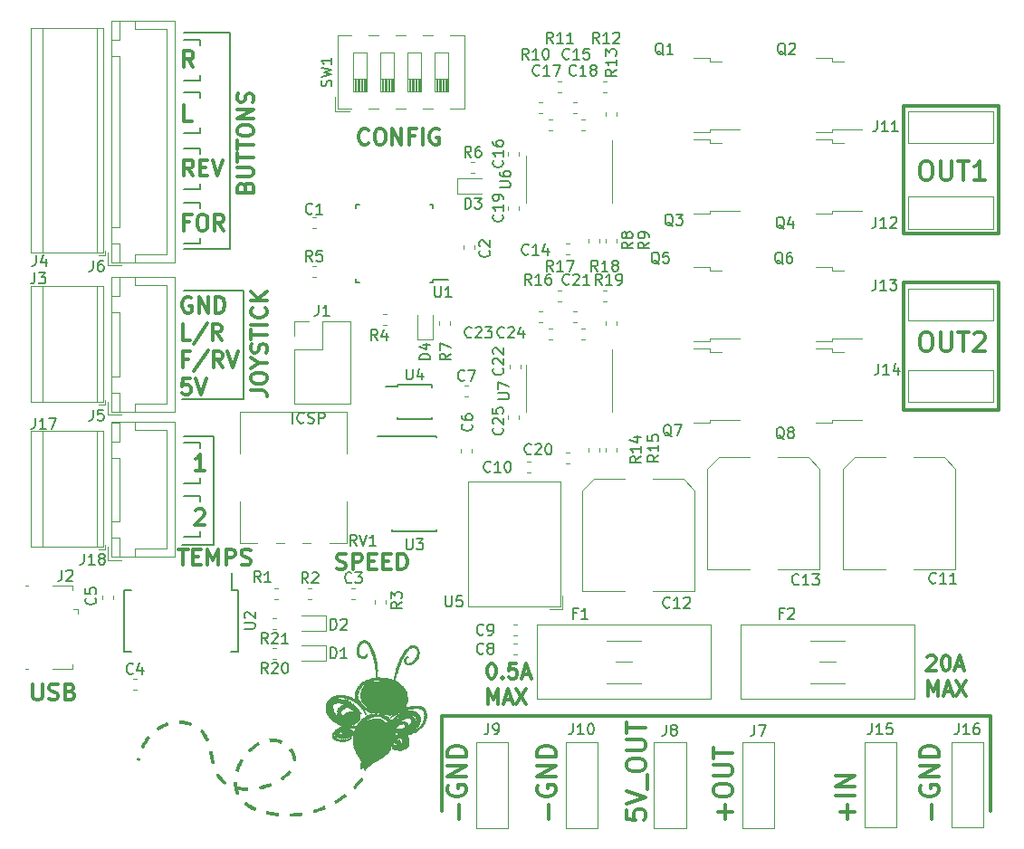
<source format=gbr>
G04 #@! TF.GenerationSoftware,KiCad,Pcbnew,(5.1.0)-1*
G04 #@! TF.CreationDate,2019-05-11T01:28:06-04:00*
G04 #@! TF.ProjectId,Bumblebee-dual-motor-driver,42756d62-6c65-4626-9565-2d6475616c2d,rev?*
G04 #@! TF.SameCoordinates,Original*
G04 #@! TF.FileFunction,Legend,Top*
G04 #@! TF.FilePolarity,Positive*
%FSLAX46Y46*%
G04 Gerber Fmt 4.6, Leading zero omitted, Abs format (unit mm)*
G04 Created by KiCad (PCBNEW (5.1.0)-1) date 2019-05-11 01:28:06*
%MOMM*%
%LPD*%
G04 APERTURE LIST*
%ADD10C,0.304800*%
%ADD11C,0.300000*%
%ADD12C,0.200000*%
%ADD13C,0.120000*%
%ADD14C,0.150000*%
%ADD15C,0.010000*%
G04 APERTURE END LIST*
D10*
X169672000Y-143383000D02*
X169672000Y-152273000D01*
X118364000Y-143383000D02*
X169672000Y-143383000D01*
X118364000Y-143383000D02*
X118364000Y-152273000D01*
D11*
X163783095Y-137870273D02*
X163849619Y-137803750D01*
X163982666Y-137737226D01*
X164315285Y-137737226D01*
X164448333Y-137803750D01*
X164514857Y-137870273D01*
X164581380Y-138003321D01*
X164581380Y-138136369D01*
X164514857Y-138335940D01*
X163716571Y-139134226D01*
X164581380Y-139134226D01*
X165446190Y-137737226D02*
X165579238Y-137737226D01*
X165712285Y-137803750D01*
X165778809Y-137870273D01*
X165845333Y-138003321D01*
X165911857Y-138269416D01*
X165911857Y-138602035D01*
X165845333Y-138868130D01*
X165778809Y-139001178D01*
X165712285Y-139067702D01*
X165579238Y-139134226D01*
X165446190Y-139134226D01*
X165313142Y-139067702D01*
X165246619Y-139001178D01*
X165180095Y-138868130D01*
X165113571Y-138602035D01*
X165113571Y-138269416D01*
X165180095Y-138003321D01*
X165246619Y-137870273D01*
X165313142Y-137803750D01*
X165446190Y-137737226D01*
X166444047Y-138735083D02*
X167109285Y-138735083D01*
X166311000Y-139134226D02*
X166776666Y-137737226D01*
X167242333Y-139134226D01*
X163849619Y-141529726D02*
X163849619Y-140132726D01*
X164315285Y-141130583D01*
X164780952Y-140132726D01*
X164780952Y-141529726D01*
X165379666Y-141130583D02*
X166044904Y-141130583D01*
X165246619Y-141529726D02*
X165712285Y-140132726D01*
X166177952Y-141529726D01*
X166510571Y-140132726D02*
X167441904Y-141529726D01*
X167441904Y-140132726D02*
X166510571Y-141529726D01*
X122967714Y-138499226D02*
X123100761Y-138499226D01*
X123233809Y-138565750D01*
X123300333Y-138632273D01*
X123366857Y-138765321D01*
X123433380Y-139031416D01*
X123433380Y-139364035D01*
X123366857Y-139630130D01*
X123300333Y-139763178D01*
X123233809Y-139829702D01*
X123100761Y-139896226D01*
X122967714Y-139896226D01*
X122834666Y-139829702D01*
X122768142Y-139763178D01*
X122701619Y-139630130D01*
X122635095Y-139364035D01*
X122635095Y-139031416D01*
X122701619Y-138765321D01*
X122768142Y-138632273D01*
X122834666Y-138565750D01*
X122967714Y-138499226D01*
X124032095Y-139763178D02*
X124098619Y-139829702D01*
X124032095Y-139896226D01*
X123965571Y-139829702D01*
X124032095Y-139763178D01*
X124032095Y-139896226D01*
X125362571Y-138499226D02*
X124697333Y-138499226D01*
X124630809Y-139164464D01*
X124697333Y-139097940D01*
X124830380Y-139031416D01*
X125163000Y-139031416D01*
X125296047Y-139097940D01*
X125362571Y-139164464D01*
X125429095Y-139297511D01*
X125429095Y-139630130D01*
X125362571Y-139763178D01*
X125296047Y-139829702D01*
X125163000Y-139896226D01*
X124830380Y-139896226D01*
X124697333Y-139829702D01*
X124630809Y-139763178D01*
X125961285Y-139497083D02*
X126626523Y-139497083D01*
X125828238Y-139896226D02*
X126293904Y-138499226D01*
X126759571Y-139896226D01*
X122701619Y-142291726D02*
X122701619Y-140894726D01*
X123167285Y-141892583D01*
X123632952Y-140894726D01*
X123632952Y-142291726D01*
X124231666Y-141892583D02*
X124896904Y-141892583D01*
X124098619Y-142291726D02*
X124564285Y-140894726D01*
X125029952Y-142291726D01*
X125362571Y-140894726D02*
X126293904Y-142291726D01*
X126293904Y-140894726D02*
X125362571Y-142291726D01*
X120015000Y-153051666D02*
X120015000Y-151697000D01*
X118999000Y-149919000D02*
X118914333Y-150088333D01*
X118914333Y-150342333D01*
X118999000Y-150596333D01*
X119168333Y-150765666D01*
X119337666Y-150850333D01*
X119676333Y-150935000D01*
X119930333Y-150935000D01*
X120269000Y-150850333D01*
X120438333Y-150765666D01*
X120607666Y-150596333D01*
X120692333Y-150342333D01*
X120692333Y-150173000D01*
X120607666Y-149919000D01*
X120523000Y-149834333D01*
X119930333Y-149834333D01*
X119930333Y-150173000D01*
X120692333Y-149072333D02*
X118914333Y-149072333D01*
X120692333Y-148056333D01*
X118914333Y-148056333D01*
X120692333Y-147209666D02*
X118914333Y-147209666D01*
X118914333Y-146786333D01*
X118999000Y-146532333D01*
X119168333Y-146363000D01*
X119337666Y-146278333D01*
X119676333Y-146193666D01*
X119930333Y-146193666D01*
X120269000Y-146278333D01*
X120438333Y-146363000D01*
X120607666Y-146532333D01*
X120692333Y-146786333D01*
X120692333Y-147209666D01*
X128397000Y-153051666D02*
X128397000Y-151697000D01*
X127381000Y-149919000D02*
X127296333Y-150088333D01*
X127296333Y-150342333D01*
X127381000Y-150596333D01*
X127550333Y-150765666D01*
X127719666Y-150850333D01*
X128058333Y-150935000D01*
X128312333Y-150935000D01*
X128651000Y-150850333D01*
X128820333Y-150765666D01*
X128989666Y-150596333D01*
X129074333Y-150342333D01*
X129074333Y-150173000D01*
X128989666Y-149919000D01*
X128905000Y-149834333D01*
X128312333Y-149834333D01*
X128312333Y-150173000D01*
X129074333Y-149072333D02*
X127296333Y-149072333D01*
X129074333Y-148056333D01*
X127296333Y-148056333D01*
X129074333Y-147209666D02*
X127296333Y-147209666D01*
X127296333Y-146786333D01*
X127381000Y-146532333D01*
X127550333Y-146363000D01*
X127719666Y-146278333D01*
X128058333Y-146193666D01*
X128312333Y-146193666D01*
X128651000Y-146278333D01*
X128820333Y-146363000D01*
X128989666Y-146532333D01*
X129074333Y-146786333D01*
X129074333Y-147209666D01*
X135678333Y-152205000D02*
X135678333Y-153051666D01*
X136525000Y-153136333D01*
X136440333Y-153051666D01*
X136355666Y-152882333D01*
X136355666Y-152459000D01*
X136440333Y-152289666D01*
X136525000Y-152205000D01*
X136694333Y-152120333D01*
X137117666Y-152120333D01*
X137287000Y-152205000D01*
X137371666Y-152289666D01*
X137456333Y-152459000D01*
X137456333Y-152882333D01*
X137371666Y-153051666D01*
X137287000Y-153136333D01*
X135678333Y-151612333D02*
X137456333Y-151019666D01*
X135678333Y-150427000D01*
X137625666Y-150257666D02*
X137625666Y-148903000D01*
X135678333Y-148141000D02*
X135678333Y-147802333D01*
X135763000Y-147633000D01*
X135932333Y-147463666D01*
X136271000Y-147379000D01*
X136863666Y-147379000D01*
X137202333Y-147463666D01*
X137371666Y-147633000D01*
X137456333Y-147802333D01*
X137456333Y-148141000D01*
X137371666Y-148310333D01*
X137202333Y-148479666D01*
X136863666Y-148564333D01*
X136271000Y-148564333D01*
X135932333Y-148479666D01*
X135763000Y-148310333D01*
X135678333Y-148141000D01*
X135678333Y-146617000D02*
X137117666Y-146617000D01*
X137287000Y-146532333D01*
X137371666Y-146447666D01*
X137456333Y-146278333D01*
X137456333Y-145939666D01*
X137371666Y-145770333D01*
X137287000Y-145685666D01*
X137117666Y-145601000D01*
X135678333Y-145601000D01*
X135678333Y-145008333D02*
X135678333Y-143992333D01*
X137456333Y-144500333D02*
X135678333Y-144500333D01*
X144907000Y-153051666D02*
X144907000Y-151697000D01*
X145584333Y-152374333D02*
X144229666Y-152374333D01*
X143806333Y-150511666D02*
X143806333Y-150173000D01*
X143891000Y-150003666D01*
X144060333Y-149834333D01*
X144399000Y-149749666D01*
X144991666Y-149749666D01*
X145330333Y-149834333D01*
X145499666Y-150003666D01*
X145584333Y-150173000D01*
X145584333Y-150511666D01*
X145499666Y-150681000D01*
X145330333Y-150850333D01*
X144991666Y-150935000D01*
X144399000Y-150935000D01*
X144060333Y-150850333D01*
X143891000Y-150681000D01*
X143806333Y-150511666D01*
X143806333Y-148987666D02*
X145245666Y-148987666D01*
X145415000Y-148903000D01*
X145499666Y-148818333D01*
X145584333Y-148649000D01*
X145584333Y-148310333D01*
X145499666Y-148141000D01*
X145415000Y-148056333D01*
X145245666Y-147971666D01*
X143806333Y-147971666D01*
X143806333Y-147379000D02*
X143806333Y-146363000D01*
X145584333Y-146871000D02*
X143806333Y-146871000D01*
X156337000Y-153051666D02*
X156337000Y-151697000D01*
X157014333Y-152374333D02*
X155659666Y-152374333D01*
X157014333Y-150850333D02*
X155236333Y-150850333D01*
X157014333Y-150003666D02*
X155236333Y-150003666D01*
X157014333Y-148987666D01*
X155236333Y-148987666D01*
X164211000Y-153051666D02*
X164211000Y-151697000D01*
X163195000Y-149919000D02*
X163110333Y-150088333D01*
X163110333Y-150342333D01*
X163195000Y-150596333D01*
X163364333Y-150765666D01*
X163533666Y-150850333D01*
X163872333Y-150935000D01*
X164126333Y-150935000D01*
X164465000Y-150850333D01*
X164634333Y-150765666D01*
X164803666Y-150596333D01*
X164888333Y-150342333D01*
X164888333Y-150173000D01*
X164803666Y-149919000D01*
X164719000Y-149834333D01*
X164126333Y-149834333D01*
X164126333Y-150173000D01*
X164888333Y-149072333D02*
X163110333Y-149072333D01*
X164888333Y-148056333D01*
X163110333Y-148056333D01*
X164888333Y-147209666D02*
X163110333Y-147209666D01*
X163110333Y-146786333D01*
X163195000Y-146532333D01*
X163364333Y-146363000D01*
X163533666Y-146278333D01*
X163872333Y-146193666D01*
X164126333Y-146193666D01*
X164465000Y-146278333D01*
X164634333Y-146363000D01*
X164803666Y-146532333D01*
X164888333Y-146786333D01*
X164888333Y-147209666D01*
D10*
X161544000Y-114808000D02*
X161544000Y-102870000D01*
X170434000Y-102870000D02*
X170434000Y-114808000D01*
X170434000Y-114808000D02*
X161544000Y-114808000D01*
X161544000Y-102870000D02*
X170434000Y-102870000D01*
X161544000Y-98298000D02*
X161544000Y-86360000D01*
X170434000Y-98298000D02*
X161544000Y-98298000D01*
X170434000Y-86360000D02*
X170434000Y-98298000D01*
X161544000Y-86360000D02*
X170434000Y-86360000D01*
D11*
X163517000Y-107484333D02*
X163855666Y-107484333D01*
X164025000Y-107569000D01*
X164194333Y-107738333D01*
X164279000Y-108077000D01*
X164279000Y-108669666D01*
X164194333Y-109008333D01*
X164025000Y-109177666D01*
X163855666Y-109262333D01*
X163517000Y-109262333D01*
X163347666Y-109177666D01*
X163178333Y-109008333D01*
X163093666Y-108669666D01*
X163093666Y-108077000D01*
X163178333Y-107738333D01*
X163347666Y-107569000D01*
X163517000Y-107484333D01*
X165041000Y-107484333D02*
X165041000Y-108923666D01*
X165125666Y-109093000D01*
X165210333Y-109177666D01*
X165379666Y-109262333D01*
X165718333Y-109262333D01*
X165887666Y-109177666D01*
X165972333Y-109093000D01*
X166057000Y-108923666D01*
X166057000Y-107484333D01*
X166649666Y-107484333D02*
X167665666Y-107484333D01*
X167157666Y-109262333D02*
X167157666Y-107484333D01*
X168173666Y-107653666D02*
X168258333Y-107569000D01*
X168427666Y-107484333D01*
X168851000Y-107484333D01*
X169020333Y-107569000D01*
X169105000Y-107653666D01*
X169189666Y-107823000D01*
X169189666Y-107992333D01*
X169105000Y-108246333D01*
X168089000Y-109262333D01*
X169189666Y-109262333D01*
X163517000Y-91482333D02*
X163855666Y-91482333D01*
X164025000Y-91567000D01*
X164194333Y-91736333D01*
X164279000Y-92075000D01*
X164279000Y-92667666D01*
X164194333Y-93006333D01*
X164025000Y-93175666D01*
X163855666Y-93260333D01*
X163517000Y-93260333D01*
X163347666Y-93175666D01*
X163178333Y-93006333D01*
X163093666Y-92667666D01*
X163093666Y-92075000D01*
X163178333Y-91736333D01*
X163347666Y-91567000D01*
X163517000Y-91482333D01*
X165041000Y-91482333D02*
X165041000Y-92921666D01*
X165125666Y-93091000D01*
X165210333Y-93175666D01*
X165379666Y-93260333D01*
X165718333Y-93260333D01*
X165887666Y-93175666D01*
X165972333Y-93091000D01*
X166057000Y-92921666D01*
X166057000Y-91482333D01*
X166649666Y-91482333D02*
X167665666Y-91482333D01*
X167157666Y-93260333D02*
X167157666Y-91482333D01*
X169189666Y-93260333D02*
X168173666Y-93260333D01*
X168681666Y-93260333D02*
X168681666Y-91482333D01*
X168512333Y-91736333D01*
X168343000Y-91905666D01*
X168173666Y-91990333D01*
X111518285Y-89816714D02*
X111446857Y-89888142D01*
X111232571Y-89959571D01*
X111089714Y-89959571D01*
X110875428Y-89888142D01*
X110732571Y-89745285D01*
X110661142Y-89602428D01*
X110589714Y-89316714D01*
X110589714Y-89102428D01*
X110661142Y-88816714D01*
X110732571Y-88673857D01*
X110875428Y-88531000D01*
X111089714Y-88459571D01*
X111232571Y-88459571D01*
X111446857Y-88531000D01*
X111518285Y-88602428D01*
X112446857Y-88459571D02*
X112732571Y-88459571D01*
X112875428Y-88531000D01*
X113018285Y-88673857D01*
X113089714Y-88959571D01*
X113089714Y-89459571D01*
X113018285Y-89745285D01*
X112875428Y-89888142D01*
X112732571Y-89959571D01*
X112446857Y-89959571D01*
X112304000Y-89888142D01*
X112161142Y-89745285D01*
X112089714Y-89459571D01*
X112089714Y-88959571D01*
X112161142Y-88673857D01*
X112304000Y-88531000D01*
X112446857Y-88459571D01*
X113732571Y-89959571D02*
X113732571Y-88459571D01*
X114589714Y-89959571D01*
X114589714Y-88459571D01*
X115804000Y-89173857D02*
X115304000Y-89173857D01*
X115304000Y-89959571D02*
X115304000Y-88459571D01*
X116018285Y-88459571D01*
X116589714Y-89959571D02*
X116589714Y-88459571D01*
X118089714Y-88531000D02*
X117946857Y-88459571D01*
X117732571Y-88459571D01*
X117518285Y-88531000D01*
X117375428Y-88673857D01*
X117304000Y-88816714D01*
X117232571Y-89102428D01*
X117232571Y-89316714D01*
X117304000Y-89602428D01*
X117375428Y-89745285D01*
X117518285Y-89888142D01*
X117732571Y-89959571D01*
X117875428Y-89959571D01*
X118089714Y-89888142D01*
X118161142Y-89816714D01*
X118161142Y-89316714D01*
X117875428Y-89316714D01*
X108550485Y-129639142D02*
X108764771Y-129710571D01*
X109121914Y-129710571D01*
X109264771Y-129639142D01*
X109336200Y-129567714D01*
X109407628Y-129424857D01*
X109407628Y-129282000D01*
X109336200Y-129139142D01*
X109264771Y-129067714D01*
X109121914Y-128996285D01*
X108836200Y-128924857D01*
X108693342Y-128853428D01*
X108621914Y-128782000D01*
X108550485Y-128639142D01*
X108550485Y-128496285D01*
X108621914Y-128353428D01*
X108693342Y-128282000D01*
X108836200Y-128210571D01*
X109193342Y-128210571D01*
X109407628Y-128282000D01*
X110050485Y-129710571D02*
X110050485Y-128210571D01*
X110621914Y-128210571D01*
X110764771Y-128282000D01*
X110836200Y-128353428D01*
X110907628Y-128496285D01*
X110907628Y-128710571D01*
X110836200Y-128853428D01*
X110764771Y-128924857D01*
X110621914Y-128996285D01*
X110050485Y-128996285D01*
X111550485Y-128924857D02*
X112050485Y-128924857D01*
X112264771Y-129710571D02*
X111550485Y-129710571D01*
X111550485Y-128210571D01*
X112264771Y-128210571D01*
X112907628Y-128924857D02*
X113407628Y-128924857D01*
X113621914Y-129710571D02*
X112907628Y-129710571D01*
X112907628Y-128210571D01*
X113621914Y-128210571D01*
X114264771Y-129710571D02*
X114264771Y-128210571D01*
X114621914Y-128210571D01*
X114836200Y-128282000D01*
X114979057Y-128424857D01*
X115050485Y-128567714D01*
X115121914Y-128853428D01*
X115121914Y-129067714D01*
X115050485Y-129353428D01*
X114979057Y-129496285D01*
X114836200Y-129639142D01*
X114621914Y-129710571D01*
X114264771Y-129710571D01*
X80149142Y-140402571D02*
X80149142Y-141616857D01*
X80220571Y-141759714D01*
X80292000Y-141831142D01*
X80434857Y-141902571D01*
X80720571Y-141902571D01*
X80863428Y-141831142D01*
X80934857Y-141759714D01*
X81006285Y-141616857D01*
X81006285Y-140402571D01*
X81649142Y-141831142D02*
X81863428Y-141902571D01*
X82220571Y-141902571D01*
X82363428Y-141831142D01*
X82434857Y-141759714D01*
X82506285Y-141616857D01*
X82506285Y-141474000D01*
X82434857Y-141331142D01*
X82363428Y-141259714D01*
X82220571Y-141188285D01*
X81934857Y-141116857D01*
X81792000Y-141045428D01*
X81720571Y-140974000D01*
X81649142Y-140831142D01*
X81649142Y-140688285D01*
X81720571Y-140545428D01*
X81792000Y-140474000D01*
X81934857Y-140402571D01*
X82292000Y-140402571D01*
X82506285Y-140474000D01*
X83649142Y-141116857D02*
X83863428Y-141188285D01*
X83934857Y-141259714D01*
X84006285Y-141402571D01*
X84006285Y-141616857D01*
X83934857Y-141759714D01*
X83863428Y-141831142D01*
X83720571Y-141902571D01*
X83149142Y-141902571D01*
X83149142Y-140402571D01*
X83649142Y-140402571D01*
X83792000Y-140474000D01*
X83863428Y-140545428D01*
X83934857Y-140688285D01*
X83934857Y-140831142D01*
X83863428Y-140974000D01*
X83792000Y-141045428D01*
X83649142Y-141116857D01*
X83149142Y-141116857D01*
D12*
X95758000Y-122809000D02*
X94234000Y-122809000D01*
X95758000Y-126619000D02*
X95758000Y-126111000D01*
X95758000Y-123317000D02*
X95758000Y-122809000D01*
X95758000Y-126619000D02*
X94234000Y-126619000D01*
X95758000Y-121666000D02*
X94234000Y-121666000D01*
X95758000Y-117856000D02*
X94234000Y-117856000D01*
X95758000Y-121666000D02*
X95758000Y-121158000D01*
X95758000Y-118364000D02*
X95758000Y-117856000D01*
D11*
X93777228Y-127804171D02*
X94634371Y-127804171D01*
X94205800Y-129304171D02*
X94205800Y-127804171D01*
X95134371Y-128518457D02*
X95634371Y-128518457D01*
X95848657Y-129304171D02*
X95134371Y-129304171D01*
X95134371Y-127804171D01*
X95848657Y-127804171D01*
X96491514Y-129304171D02*
X96491514Y-127804171D01*
X96991514Y-128875600D01*
X97491514Y-127804171D01*
X97491514Y-129304171D01*
X98205800Y-129304171D02*
X98205800Y-127804171D01*
X98777228Y-127804171D01*
X98920085Y-127875600D01*
X98991514Y-127947028D01*
X99062942Y-128089885D01*
X99062942Y-128304171D01*
X98991514Y-128447028D01*
X98920085Y-128518457D01*
X98777228Y-128589885D01*
X98205800Y-128589885D01*
X99634371Y-129232742D02*
X99848657Y-129304171D01*
X100205800Y-129304171D01*
X100348657Y-129232742D01*
X100420085Y-129161314D01*
X100491514Y-129018457D01*
X100491514Y-128875600D01*
X100420085Y-128732742D01*
X100348657Y-128661314D01*
X100205800Y-128589885D01*
X99920085Y-128518457D01*
X99777228Y-128447028D01*
X99705800Y-128375600D01*
X99634371Y-128232742D01*
X99634371Y-128089885D01*
X99705800Y-127947028D01*
X99777228Y-127875600D01*
X99920085Y-127804171D01*
X100277228Y-127804171D01*
X100491514Y-127875600D01*
X96206857Y-120429571D02*
X95349714Y-120429571D01*
X95778285Y-120429571D02*
X95778285Y-118929571D01*
X95635428Y-119143857D01*
X95492571Y-119286714D01*
X95349714Y-119358142D01*
X95349714Y-124172428D02*
X95421142Y-124101000D01*
X95564000Y-124029571D01*
X95921142Y-124029571D01*
X96064000Y-124101000D01*
X96135428Y-124172428D01*
X96206857Y-124315285D01*
X96206857Y-124458142D01*
X96135428Y-124672428D01*
X95278285Y-125529571D01*
X96206857Y-125529571D01*
D12*
X97028000Y-117221000D02*
X97028000Y-127381000D01*
X94234000Y-117221000D02*
X97028000Y-117221000D01*
X97028000Y-127381000D02*
X94107000Y-127381000D01*
D11*
X100524571Y-112938285D02*
X101596000Y-112938285D01*
X101810285Y-113009714D01*
X101953142Y-113152571D01*
X102024571Y-113366857D01*
X102024571Y-113509714D01*
X100524571Y-111938285D02*
X100524571Y-111652571D01*
X100596000Y-111509714D01*
X100738857Y-111366857D01*
X101024571Y-111295428D01*
X101524571Y-111295428D01*
X101810285Y-111366857D01*
X101953142Y-111509714D01*
X102024571Y-111652571D01*
X102024571Y-111938285D01*
X101953142Y-112081142D01*
X101810285Y-112224000D01*
X101524571Y-112295428D01*
X101024571Y-112295428D01*
X100738857Y-112224000D01*
X100596000Y-112081142D01*
X100524571Y-111938285D01*
X101310285Y-110366857D02*
X102024571Y-110366857D01*
X100524571Y-110866857D02*
X101310285Y-110366857D01*
X100524571Y-109866857D01*
X101953142Y-109438285D02*
X102024571Y-109224000D01*
X102024571Y-108866857D01*
X101953142Y-108724000D01*
X101881714Y-108652571D01*
X101738857Y-108581142D01*
X101596000Y-108581142D01*
X101453142Y-108652571D01*
X101381714Y-108724000D01*
X101310285Y-108866857D01*
X101238857Y-109152571D01*
X101167428Y-109295428D01*
X101096000Y-109366857D01*
X100953142Y-109438285D01*
X100810285Y-109438285D01*
X100667428Y-109366857D01*
X100596000Y-109295428D01*
X100524571Y-109152571D01*
X100524571Y-108795428D01*
X100596000Y-108581142D01*
X100524571Y-108152571D02*
X100524571Y-107295428D01*
X102024571Y-107724000D02*
X100524571Y-107724000D01*
X102024571Y-106795428D02*
X100524571Y-106795428D01*
X101881714Y-105224000D02*
X101953142Y-105295428D01*
X102024571Y-105509714D01*
X102024571Y-105652571D01*
X101953142Y-105866857D01*
X101810285Y-106009714D01*
X101667428Y-106081142D01*
X101381714Y-106152571D01*
X101167428Y-106152571D01*
X100881714Y-106081142D01*
X100738857Y-106009714D01*
X100596000Y-105866857D01*
X100524571Y-105652571D01*
X100524571Y-105509714D01*
X100596000Y-105295428D01*
X100667428Y-105224000D01*
X102024571Y-104581142D02*
X100524571Y-104581142D01*
X102024571Y-103724000D02*
X101167428Y-104366857D01*
X100524571Y-103724000D02*
X101381714Y-104581142D01*
D12*
X99822000Y-113792000D02*
X94107000Y-113792000D01*
X99822000Y-103632000D02*
X99822000Y-113792000D01*
X94234000Y-103632000D02*
X99822000Y-103632000D01*
D11*
X94936857Y-104264000D02*
X94794000Y-104192571D01*
X94579714Y-104192571D01*
X94365428Y-104264000D01*
X94222571Y-104406857D01*
X94151142Y-104549714D01*
X94079714Y-104835428D01*
X94079714Y-105049714D01*
X94151142Y-105335428D01*
X94222571Y-105478285D01*
X94365428Y-105621142D01*
X94579714Y-105692571D01*
X94722571Y-105692571D01*
X94936857Y-105621142D01*
X95008285Y-105549714D01*
X95008285Y-105049714D01*
X94722571Y-105049714D01*
X95651142Y-105692571D02*
X95651142Y-104192571D01*
X96508285Y-105692571D01*
X96508285Y-104192571D01*
X97222571Y-105692571D02*
X97222571Y-104192571D01*
X97579714Y-104192571D01*
X97794000Y-104264000D01*
X97936857Y-104406857D01*
X98008285Y-104549714D01*
X98079714Y-104835428D01*
X98079714Y-105049714D01*
X98008285Y-105335428D01*
X97936857Y-105478285D01*
X97794000Y-105621142D01*
X97579714Y-105692571D01*
X97222571Y-105692571D01*
X94865428Y-108242571D02*
X94151142Y-108242571D01*
X94151142Y-106742571D01*
X96436857Y-106671142D02*
X95151142Y-108599714D01*
X97794000Y-108242571D02*
X97294000Y-107528285D01*
X96936857Y-108242571D02*
X96936857Y-106742571D01*
X97508285Y-106742571D01*
X97651142Y-106814000D01*
X97722571Y-106885428D01*
X97794000Y-107028285D01*
X97794000Y-107242571D01*
X97722571Y-107385428D01*
X97651142Y-107456857D01*
X97508285Y-107528285D01*
X96936857Y-107528285D01*
X94651142Y-110006857D02*
X94151142Y-110006857D01*
X94151142Y-110792571D02*
X94151142Y-109292571D01*
X94865428Y-109292571D01*
X96508285Y-109221142D02*
X95222571Y-111149714D01*
X97865428Y-110792571D02*
X97365428Y-110078285D01*
X97008285Y-110792571D02*
X97008285Y-109292571D01*
X97579714Y-109292571D01*
X97722571Y-109364000D01*
X97794000Y-109435428D01*
X97865428Y-109578285D01*
X97865428Y-109792571D01*
X97794000Y-109935428D01*
X97722571Y-110006857D01*
X97579714Y-110078285D01*
X97008285Y-110078285D01*
X98294000Y-109292571D02*
X98794000Y-110792571D01*
X99294000Y-109292571D01*
X94865428Y-111842571D02*
X94151142Y-111842571D01*
X94079714Y-112556857D01*
X94151142Y-112485428D01*
X94294000Y-112414000D01*
X94651142Y-112414000D01*
X94794000Y-112485428D01*
X94865428Y-112556857D01*
X94936857Y-112699714D01*
X94936857Y-113056857D01*
X94865428Y-113199714D01*
X94794000Y-113271142D01*
X94651142Y-113342571D01*
X94294000Y-113342571D01*
X94151142Y-113271142D01*
X94079714Y-113199714D01*
X95365428Y-111842571D02*
X95865428Y-113342571D01*
X96365428Y-111842571D01*
X99968857Y-93943857D02*
X100040285Y-93729571D01*
X100111714Y-93658142D01*
X100254571Y-93586714D01*
X100468857Y-93586714D01*
X100611714Y-93658142D01*
X100683142Y-93729571D01*
X100754571Y-93872428D01*
X100754571Y-94443857D01*
X99254571Y-94443857D01*
X99254571Y-93943857D01*
X99326000Y-93801000D01*
X99397428Y-93729571D01*
X99540285Y-93658142D01*
X99683142Y-93658142D01*
X99826000Y-93729571D01*
X99897428Y-93801000D01*
X99968857Y-93943857D01*
X99968857Y-94443857D01*
X99254571Y-92943857D02*
X100468857Y-92943857D01*
X100611714Y-92872428D01*
X100683142Y-92801000D01*
X100754571Y-92658142D01*
X100754571Y-92372428D01*
X100683142Y-92229571D01*
X100611714Y-92158142D01*
X100468857Y-92086714D01*
X99254571Y-92086714D01*
X99254571Y-91586714D02*
X99254571Y-90729571D01*
X100754571Y-91158142D02*
X99254571Y-91158142D01*
X99254571Y-90443857D02*
X99254571Y-89586714D01*
X100754571Y-90015285D02*
X99254571Y-90015285D01*
X99254571Y-88801000D02*
X99254571Y-88515285D01*
X99326000Y-88372428D01*
X99468857Y-88229571D01*
X99754571Y-88158142D01*
X100254571Y-88158142D01*
X100540285Y-88229571D01*
X100683142Y-88372428D01*
X100754571Y-88515285D01*
X100754571Y-88801000D01*
X100683142Y-88943857D01*
X100540285Y-89086714D01*
X100254571Y-89158142D01*
X99754571Y-89158142D01*
X99468857Y-89086714D01*
X99326000Y-88943857D01*
X99254571Y-88801000D01*
X100754571Y-87515285D02*
X99254571Y-87515285D01*
X100754571Y-86658142D01*
X99254571Y-86658142D01*
X100683142Y-86015285D02*
X100754571Y-85801000D01*
X100754571Y-85443857D01*
X100683142Y-85301000D01*
X100611714Y-85229571D01*
X100468857Y-85158142D01*
X100326000Y-85158142D01*
X100183142Y-85229571D01*
X100111714Y-85301000D01*
X100040285Y-85443857D01*
X99968857Y-85729571D01*
X99897428Y-85872428D01*
X99826000Y-85943857D01*
X99683142Y-86015285D01*
X99540285Y-86015285D01*
X99397428Y-85943857D01*
X99326000Y-85872428D01*
X99254571Y-85729571D01*
X99254571Y-85372428D01*
X99326000Y-85158142D01*
D12*
X98552000Y-99695000D02*
X94234000Y-99695000D01*
X98552000Y-79502000D02*
X98552000Y-99695000D01*
X94234000Y-79502000D02*
X98552000Y-79502000D01*
X95758000Y-99187000D02*
X94234000Y-99187000D01*
X95758000Y-95377000D02*
X94234000Y-95377000D01*
X95758000Y-99187000D02*
X95758000Y-98679000D01*
X95758000Y-95885000D02*
X95758000Y-95377000D01*
X95758000Y-90297000D02*
X94234000Y-90297000D01*
X95758000Y-94107000D02*
X95758000Y-93599000D01*
X95758000Y-90805000D02*
X95758000Y-90297000D01*
X95758000Y-94107000D02*
X94234000Y-94107000D01*
X95758000Y-88900000D02*
X94234000Y-88900000D01*
X95758000Y-85090000D02*
X94234000Y-85090000D01*
X95758000Y-88900000D02*
X95758000Y-88392000D01*
X95758000Y-85598000D02*
X95758000Y-85090000D01*
X95758000Y-83947000D02*
X94234000Y-83947000D01*
X95758000Y-83947000D02*
X95758000Y-83439000D01*
X95758000Y-80137000D02*
X94234000Y-80137000D01*
X95758000Y-80645000D02*
X95758000Y-80137000D01*
D11*
X95135285Y-82690571D02*
X94635285Y-81976285D01*
X94278142Y-82690571D02*
X94278142Y-81190571D01*
X94849571Y-81190571D01*
X94992428Y-81262000D01*
X95063857Y-81333428D01*
X95135285Y-81476285D01*
X95135285Y-81690571D01*
X95063857Y-81833428D01*
X94992428Y-81904857D01*
X94849571Y-81976285D01*
X94278142Y-81976285D01*
X94992428Y-87790571D02*
X94278142Y-87790571D01*
X94278142Y-86290571D01*
X95135285Y-92890571D02*
X94635285Y-92176285D01*
X94278142Y-92890571D02*
X94278142Y-91390571D01*
X94849571Y-91390571D01*
X94992428Y-91462000D01*
X95063857Y-91533428D01*
X95135285Y-91676285D01*
X95135285Y-91890571D01*
X95063857Y-92033428D01*
X94992428Y-92104857D01*
X94849571Y-92176285D01*
X94278142Y-92176285D01*
X95778142Y-92104857D02*
X96278142Y-92104857D01*
X96492428Y-92890571D02*
X95778142Y-92890571D01*
X95778142Y-91390571D01*
X96492428Y-91390571D01*
X96921000Y-91390571D02*
X97421000Y-92890571D01*
X97921000Y-91390571D01*
X94778142Y-97204857D02*
X94278142Y-97204857D01*
X94278142Y-97990571D02*
X94278142Y-96490571D01*
X94992428Y-96490571D01*
X95849571Y-96490571D02*
X96135285Y-96490571D01*
X96278142Y-96562000D01*
X96421000Y-96704857D01*
X96492428Y-96990571D01*
X96492428Y-97490571D01*
X96421000Y-97776285D01*
X96278142Y-97919142D01*
X96135285Y-97990571D01*
X95849571Y-97990571D01*
X95706714Y-97919142D01*
X95563857Y-97776285D01*
X95492428Y-97490571D01*
X95492428Y-96990571D01*
X95563857Y-96704857D01*
X95706714Y-96562000D01*
X95849571Y-96490571D01*
X97992428Y-97990571D02*
X97492428Y-97276285D01*
X97135285Y-97990571D02*
X97135285Y-96490571D01*
X97706714Y-96490571D01*
X97849571Y-96562000D01*
X97921000Y-96633428D01*
X97992428Y-96776285D01*
X97992428Y-96990571D01*
X97921000Y-97133428D01*
X97849571Y-97204857D01*
X97706714Y-97276285D01*
X97135285Y-97276285D01*
D13*
X161949000Y-86844000D02*
X169949000Y-86844000D01*
X169949000Y-86844000D02*
X169949000Y-89844000D01*
X169949000Y-89844000D02*
X161949000Y-89844000D01*
X161949000Y-89844000D02*
X161949000Y-86844000D01*
X144267437Y-119200000D02*
X143203000Y-120264437D01*
X152658563Y-119200000D02*
X153723000Y-120264437D01*
X152658563Y-119200000D02*
X149773000Y-119200000D01*
X144267437Y-119200000D02*
X147153000Y-119200000D01*
X143203000Y-120264437D02*
X143203000Y-129720000D01*
X153723000Y-120264437D02*
X153723000Y-129720000D01*
X153723000Y-129720000D02*
X149773000Y-129720000D01*
X143203000Y-129720000D02*
X147153000Y-129720000D01*
X131734779Y-107186000D02*
X131409221Y-107186000D01*
X131734779Y-108206000D02*
X131409221Y-108206000D01*
X125732000Y-110906779D02*
X125732000Y-110581221D01*
X124712000Y-110906779D02*
X124712000Y-110581221D01*
X125605000Y-115605779D02*
X125605000Y-115280221D01*
X124585000Y-115605779D02*
X124585000Y-115280221D01*
X128361221Y-108206000D02*
X128686779Y-108206000D01*
X128361221Y-107186000D02*
X128686779Y-107186000D01*
X130647221Y-106555000D02*
X130972779Y-106555000D01*
X130647221Y-105535000D02*
X130972779Y-105535000D01*
X130012221Y-119763000D02*
X130337779Y-119763000D01*
X130012221Y-118743000D02*
X130337779Y-118743000D01*
X134749000Y-106842779D02*
X134749000Y-106517221D01*
X133729000Y-106842779D02*
X133729000Y-106517221D01*
X133766779Y-103630000D02*
X133441221Y-103630000D01*
X133766779Y-104650000D02*
X133441221Y-104650000D01*
X134337000Y-112776000D02*
X134337000Y-109126000D01*
X134337000Y-112776000D02*
X134337000Y-114976000D01*
X126267000Y-112776000D02*
X126267000Y-110576000D01*
X126267000Y-112776000D02*
X126267000Y-114976000D01*
X127472221Y-106555000D02*
X127797779Y-106555000D01*
X127472221Y-105535000D02*
X127797779Y-105535000D01*
X129575779Y-103630000D02*
X129250221Y-103630000D01*
X129575779Y-104650000D02*
X129250221Y-104650000D01*
X143440000Y-109342000D02*
X144540000Y-109342000D01*
X143440000Y-109072000D02*
X143440000Y-109342000D01*
X141940000Y-109072000D02*
X143440000Y-109072000D01*
X143440000Y-115702000D02*
X146270000Y-115702000D01*
X143440000Y-115972000D02*
X143440000Y-115702000D01*
X141940000Y-115972000D02*
X143440000Y-115972000D01*
X154870000Y-101722000D02*
X155970000Y-101722000D01*
X154870000Y-101452000D02*
X154870000Y-101722000D01*
X153370000Y-101452000D02*
X154870000Y-101452000D01*
X154870000Y-108082000D02*
X157700000Y-108082000D01*
X154870000Y-108352000D02*
X154870000Y-108082000D01*
X153370000Y-108352000D02*
X154870000Y-108352000D01*
X143440000Y-101722000D02*
X144540000Y-101722000D01*
X143440000Y-101452000D02*
X143440000Y-101722000D01*
X141940000Y-101452000D02*
X143440000Y-101452000D01*
X143440000Y-108082000D02*
X146270000Y-108082000D01*
X143440000Y-108352000D02*
X143440000Y-108082000D01*
X141940000Y-108352000D02*
X143440000Y-108352000D01*
X161949000Y-103402000D02*
X169949000Y-103402000D01*
X169949000Y-103402000D02*
X169949000Y-106402000D01*
X169949000Y-106402000D02*
X161949000Y-106402000D01*
X161949000Y-106402000D02*
X161949000Y-103402000D01*
X161949000Y-111022000D02*
X169949000Y-111022000D01*
X169949000Y-111022000D02*
X169949000Y-114022000D01*
X169949000Y-114022000D02*
X161949000Y-114022000D01*
X161949000Y-114022000D02*
X161949000Y-111022000D01*
X154870000Y-109342000D02*
X155970000Y-109342000D01*
X154870000Y-109072000D02*
X154870000Y-109342000D01*
X153370000Y-109072000D02*
X154870000Y-109072000D01*
X154870000Y-115702000D02*
X157700000Y-115702000D01*
X154870000Y-115972000D02*
X154870000Y-115702000D01*
X153370000Y-115972000D02*
X154870000Y-115972000D01*
X134749000Y-118653779D02*
X134749000Y-118328221D01*
X133729000Y-118653779D02*
X133729000Y-118328221D01*
X132078000Y-118328221D02*
X132078000Y-118653779D01*
X133098000Y-118328221D02*
X133098000Y-118653779D01*
X106588779Y-96772000D02*
X106263221Y-96772000D01*
X106588779Y-97792000D02*
X106263221Y-97792000D01*
X121414000Y-99730779D02*
X121414000Y-99405221D01*
X120394000Y-99730779D02*
X120394000Y-99405221D01*
X109946221Y-132463000D02*
X110271779Y-132463000D01*
X109946221Y-131443000D02*
X110271779Y-131443000D01*
X89499221Y-140972000D02*
X89824779Y-140972000D01*
X89499221Y-139952000D02*
X89824779Y-139952000D01*
X87632000Y-132496779D02*
X87632000Y-132171221D01*
X86612000Y-132496779D02*
X86612000Y-132171221D01*
X120140000Y-118455221D02*
X120140000Y-118780779D01*
X121160000Y-118455221D02*
X121160000Y-118780779D01*
X120487221Y-113540000D02*
X120812779Y-113540000D01*
X120487221Y-112520000D02*
X120812779Y-112520000D01*
X125384779Y-136650000D02*
X125059221Y-136650000D01*
X125384779Y-137670000D02*
X125059221Y-137670000D01*
X125384779Y-134872000D02*
X125059221Y-134872000D01*
X125384779Y-135892000D02*
X125059221Y-135892000D01*
X126654779Y-119632000D02*
X126329221Y-119632000D01*
X126654779Y-120652000D02*
X126329221Y-120652000D01*
X156967437Y-119200000D02*
X155903000Y-120264437D01*
X165358563Y-119200000D02*
X166423000Y-120264437D01*
X165358563Y-119200000D02*
X162473000Y-119200000D01*
X156967437Y-119200000D02*
X159853000Y-119200000D01*
X155903000Y-120264437D02*
X155903000Y-129720000D01*
X166423000Y-120264437D02*
X166423000Y-129720000D01*
X166423000Y-129720000D02*
X162473000Y-129720000D01*
X155903000Y-129720000D02*
X159853000Y-129720000D01*
X132583437Y-121232000D02*
X131519000Y-122296437D01*
X140974563Y-121232000D02*
X142039000Y-122296437D01*
X140974563Y-121232000D02*
X138089000Y-121232000D01*
X132583437Y-121232000D02*
X135469000Y-121232000D01*
X131519000Y-122296437D02*
X131519000Y-131752000D01*
X142039000Y-122296437D02*
X142039000Y-131752000D01*
X142039000Y-131752000D02*
X138089000Y-131752000D01*
X131519000Y-131752000D02*
X135469000Y-131752000D01*
X130012221Y-100205000D02*
X130337779Y-100205000D01*
X130012221Y-99185000D02*
X130337779Y-99185000D01*
X130647221Y-86997000D02*
X130972779Y-86997000D01*
X130647221Y-85977000D02*
X130972779Y-85977000D01*
X125605000Y-90967779D02*
X125605000Y-90642221D01*
X124585000Y-90967779D02*
X124585000Y-90642221D01*
X128361221Y-88648000D02*
X128686779Y-88648000D01*
X128361221Y-87628000D02*
X128686779Y-87628000D01*
X131734779Y-87628000D02*
X131409221Y-87628000D01*
X131734779Y-88648000D02*
X131409221Y-88648000D01*
X125605000Y-96047779D02*
X125605000Y-95722221D01*
X124585000Y-96047779D02*
X124585000Y-95722221D01*
X107530000Y-136806000D02*
X105245000Y-136806000D01*
X107530000Y-138276000D02*
X107530000Y-136806000D01*
X105245000Y-138276000D02*
X107530000Y-138276000D01*
X107530000Y-134012000D02*
X105245000Y-134012000D01*
X107530000Y-135482000D02*
X107530000Y-134012000D01*
X105245000Y-135482000D02*
X107530000Y-135482000D01*
X119800000Y-94588000D02*
X122085000Y-94588000D01*
X119800000Y-93118000D02*
X119800000Y-94588000D01*
X122085000Y-93118000D02*
X119800000Y-93118000D01*
X117575000Y-108165000D02*
X117575000Y-105880000D01*
X116105000Y-108165000D02*
X117575000Y-108165000D01*
X116105000Y-105880000D02*
X116105000Y-108165000D01*
X87166000Y-115245000D02*
X88416000Y-115245000D01*
X87166000Y-113995000D02*
X87166000Y-115245000D01*
X92666000Y-103095000D02*
X92666000Y-108645000D01*
X89716000Y-103095000D02*
X92666000Y-103095000D01*
X89716000Y-102345000D02*
X89716000Y-103095000D01*
X92666000Y-114195000D02*
X92666000Y-108645000D01*
X89716000Y-114195000D02*
X92666000Y-114195000D01*
X89716000Y-114945000D02*
X89716000Y-114195000D01*
X87466000Y-102345000D02*
X87466000Y-104145000D01*
X88216000Y-102345000D02*
X87466000Y-102345000D01*
X88216000Y-104145000D02*
X88216000Y-102345000D01*
X87466000Y-104145000D02*
X88216000Y-104145000D01*
X87466000Y-113145000D02*
X87466000Y-114945000D01*
X88216000Y-113145000D02*
X87466000Y-113145000D01*
X88216000Y-114945000D02*
X88216000Y-113145000D01*
X87466000Y-114945000D02*
X88216000Y-114945000D01*
X87466000Y-105645000D02*
X87466000Y-111645000D01*
X88216000Y-105645000D02*
X87466000Y-105645000D01*
X88216000Y-111645000D02*
X88216000Y-105645000D01*
X87466000Y-111645000D02*
X88216000Y-111645000D01*
X87456000Y-102335000D02*
X87456000Y-114955000D01*
X93426000Y-102335000D02*
X87456000Y-102335000D01*
X93426000Y-114955000D02*
X93426000Y-102335000D01*
X87456000Y-114955000D02*
X93426000Y-114955000D01*
X87166000Y-101275000D02*
X88416000Y-101275000D01*
X87166000Y-100025000D02*
X87166000Y-101275000D01*
X92666000Y-79125000D02*
X92666000Y-89675000D01*
X89716000Y-79125000D02*
X92666000Y-79125000D01*
X89716000Y-78375000D02*
X89716000Y-79125000D01*
X92666000Y-100225000D02*
X92666000Y-89675000D01*
X89716000Y-100225000D02*
X92666000Y-100225000D01*
X89716000Y-100975000D02*
X89716000Y-100225000D01*
X87466000Y-78375000D02*
X87466000Y-80175000D01*
X88216000Y-78375000D02*
X87466000Y-78375000D01*
X88216000Y-80175000D02*
X88216000Y-78375000D01*
X87466000Y-80175000D02*
X88216000Y-80175000D01*
X87466000Y-99175000D02*
X87466000Y-100975000D01*
X88216000Y-99175000D02*
X87466000Y-99175000D01*
X88216000Y-100975000D02*
X88216000Y-99175000D01*
X87466000Y-100975000D02*
X88216000Y-100975000D01*
X87466000Y-81675000D02*
X87466000Y-97675000D01*
X88216000Y-81675000D02*
X87466000Y-81675000D01*
X88216000Y-97675000D02*
X88216000Y-81675000D01*
X87466000Y-97675000D02*
X88216000Y-97675000D01*
X87456000Y-78365000D02*
X87456000Y-100985000D01*
X93426000Y-78365000D02*
X87456000Y-78365000D01*
X93426000Y-100985000D02*
X93426000Y-78365000D01*
X87456000Y-100985000D02*
X93426000Y-100985000D01*
X146455000Y-153900000D02*
X146455000Y-145900000D01*
X146455000Y-145900000D02*
X149455000Y-145900000D01*
X149455000Y-145900000D02*
X149455000Y-153900000D01*
X149455000Y-153900000D02*
X146455000Y-153900000D01*
X138200000Y-153900000D02*
X138200000Y-145900000D01*
X138200000Y-145900000D02*
X141200000Y-145900000D01*
X141200000Y-145900000D02*
X141200000Y-153900000D01*
X141200000Y-153900000D02*
X138200000Y-153900000D01*
X121563000Y-153900000D02*
X121563000Y-145900000D01*
X121563000Y-145900000D02*
X124563000Y-145900000D01*
X124563000Y-145900000D02*
X124563000Y-153900000D01*
X124563000Y-153900000D02*
X121563000Y-153900000D01*
X129945000Y-153900000D02*
X129945000Y-145900000D01*
X129945000Y-145900000D02*
X132945000Y-145900000D01*
X132945000Y-145900000D02*
X132945000Y-153900000D01*
X132945000Y-153900000D02*
X129945000Y-153900000D01*
X161949000Y-94844000D02*
X169949000Y-94844000D01*
X169949000Y-94844000D02*
X169949000Y-97844000D01*
X169949000Y-97844000D02*
X161949000Y-97844000D01*
X161949000Y-97844000D02*
X161949000Y-94844000D01*
X160885000Y-145820000D02*
X160885000Y-153820000D01*
X160885000Y-153820000D02*
X157885000Y-153820000D01*
X157885000Y-153820000D02*
X157885000Y-145820000D01*
X157885000Y-145820000D02*
X160885000Y-145820000D01*
X169013000Y-145820000D02*
X169013000Y-153820000D01*
X169013000Y-153820000D02*
X166013000Y-153820000D01*
X166013000Y-153820000D02*
X166013000Y-145820000D01*
X166013000Y-145820000D02*
X169013000Y-145820000D01*
X143440000Y-82164000D02*
X144540000Y-82164000D01*
X143440000Y-81894000D02*
X143440000Y-82164000D01*
X141940000Y-81894000D02*
X143440000Y-81894000D01*
X143440000Y-88524000D02*
X146270000Y-88524000D01*
X143440000Y-88794000D02*
X143440000Y-88524000D01*
X141940000Y-88794000D02*
X143440000Y-88794000D01*
X154870000Y-82164000D02*
X155970000Y-82164000D01*
X154870000Y-81894000D02*
X154870000Y-82164000D01*
X153370000Y-81894000D02*
X154870000Y-81894000D01*
X154870000Y-88524000D02*
X157700000Y-88524000D01*
X154870000Y-88794000D02*
X154870000Y-88524000D01*
X153370000Y-88794000D02*
X154870000Y-88794000D01*
X143440000Y-89784000D02*
X144540000Y-89784000D01*
X143440000Y-89514000D02*
X143440000Y-89784000D01*
X141940000Y-89514000D02*
X143440000Y-89514000D01*
X143440000Y-96144000D02*
X146270000Y-96144000D01*
X143440000Y-96414000D02*
X143440000Y-96144000D01*
X141940000Y-96414000D02*
X143440000Y-96414000D01*
X154870000Y-89784000D02*
X155970000Y-89784000D01*
X154870000Y-89514000D02*
X154870000Y-89784000D01*
X153370000Y-89514000D02*
X154870000Y-89514000D01*
X154870000Y-96144000D02*
X157700000Y-96144000D01*
X154870000Y-96414000D02*
X154870000Y-96144000D01*
X153370000Y-96414000D02*
X154870000Y-96414000D01*
X102707221Y-132463000D02*
X103032779Y-132463000D01*
X102707221Y-131443000D02*
X103032779Y-131443000D01*
X105882221Y-132463000D02*
X106207779Y-132463000D01*
X105882221Y-131443000D02*
X106207779Y-131443000D01*
X113159000Y-132877779D02*
X113159000Y-132552221D01*
X112139000Y-132877779D02*
X112139000Y-132552221D01*
X113192779Y-105789000D02*
X112867221Y-105789000D01*
X113192779Y-106809000D02*
X112867221Y-106809000D01*
X106263221Y-102364000D02*
X106588779Y-102364000D01*
X106263221Y-101344000D02*
X106588779Y-101344000D01*
X121447779Y-91565000D02*
X121122221Y-91565000D01*
X121447779Y-92585000D02*
X121122221Y-92585000D01*
X118108000Y-106517221D02*
X118108000Y-106842779D01*
X119128000Y-106517221D02*
X119128000Y-106842779D01*
X134749000Y-99095779D02*
X134749000Y-98770221D01*
X133729000Y-99095779D02*
X133729000Y-98770221D01*
X132078000Y-98770221D02*
X132078000Y-99095779D01*
X133098000Y-98770221D02*
X133098000Y-99095779D01*
X127472221Y-86997000D02*
X127797779Y-86997000D01*
X127472221Y-85977000D02*
X127797779Y-85977000D01*
X129575779Y-84072000D02*
X129250221Y-84072000D01*
X129575779Y-85092000D02*
X129250221Y-85092000D01*
X133766779Y-84072000D02*
X133441221Y-84072000D01*
X133766779Y-85092000D02*
X133441221Y-85092000D01*
X134749000Y-87284779D02*
X134749000Y-86959221D01*
X133729000Y-87284779D02*
X133729000Y-86959221D01*
X117729000Y-83788333D02*
X118999000Y-83788333D01*
X118929000Y-84995000D02*
X118929000Y-83788333D01*
X118809000Y-84995000D02*
X118809000Y-83788333D01*
X118689000Y-84995000D02*
X118689000Y-83788333D01*
X118569000Y-84995000D02*
X118569000Y-83788333D01*
X118449000Y-84995000D02*
X118449000Y-83788333D01*
X118329000Y-84995000D02*
X118329000Y-83788333D01*
X118209000Y-84995000D02*
X118209000Y-83788333D01*
X118089000Y-84995000D02*
X118089000Y-83788333D01*
X117969000Y-84995000D02*
X117969000Y-83788333D01*
X117849000Y-84995000D02*
X117849000Y-83788333D01*
X117729000Y-81375000D02*
X117729000Y-84995000D01*
X118999000Y-81375000D02*
X117729000Y-81375000D01*
X118999000Y-84995000D02*
X118999000Y-81375000D01*
X117729000Y-84995000D02*
X118999000Y-84995000D01*
X115189000Y-83788333D02*
X116459000Y-83788333D01*
X116389000Y-84995000D02*
X116389000Y-83788333D01*
X116269000Y-84995000D02*
X116269000Y-83788333D01*
X116149000Y-84995000D02*
X116149000Y-83788333D01*
X116029000Y-84995000D02*
X116029000Y-83788333D01*
X115909000Y-84995000D02*
X115909000Y-83788333D01*
X115789000Y-84995000D02*
X115789000Y-83788333D01*
X115669000Y-84995000D02*
X115669000Y-83788333D01*
X115549000Y-84995000D02*
X115549000Y-83788333D01*
X115429000Y-84995000D02*
X115429000Y-83788333D01*
X115309000Y-84995000D02*
X115309000Y-83788333D01*
X115189000Y-81375000D02*
X115189000Y-84995000D01*
X116459000Y-81375000D02*
X115189000Y-81375000D01*
X116459000Y-84995000D02*
X116459000Y-81375000D01*
X115189000Y-84995000D02*
X116459000Y-84995000D01*
X112649000Y-83788333D02*
X113919000Y-83788333D01*
X113849000Y-84995000D02*
X113849000Y-83788333D01*
X113729000Y-84995000D02*
X113729000Y-83788333D01*
X113609000Y-84995000D02*
X113609000Y-83788333D01*
X113489000Y-84995000D02*
X113489000Y-83788333D01*
X113369000Y-84995000D02*
X113369000Y-83788333D01*
X113249000Y-84995000D02*
X113249000Y-83788333D01*
X113129000Y-84995000D02*
X113129000Y-83788333D01*
X113009000Y-84995000D02*
X113009000Y-83788333D01*
X112889000Y-84995000D02*
X112889000Y-83788333D01*
X112769000Y-84995000D02*
X112769000Y-83788333D01*
X112649000Y-81375000D02*
X112649000Y-84995000D01*
X113919000Y-81375000D02*
X112649000Y-81375000D01*
X113919000Y-84995000D02*
X113919000Y-81375000D01*
X112649000Y-84995000D02*
X113919000Y-84995000D01*
X110109000Y-83788333D02*
X111379000Y-83788333D01*
X111309000Y-84995000D02*
X111309000Y-83788333D01*
X111189000Y-84995000D02*
X111189000Y-83788333D01*
X111069000Y-84995000D02*
X111069000Y-83788333D01*
X110949000Y-84995000D02*
X110949000Y-83788333D01*
X110829000Y-84995000D02*
X110829000Y-83788333D01*
X110709000Y-84995000D02*
X110709000Y-83788333D01*
X110589000Y-84995000D02*
X110589000Y-83788333D01*
X110469000Y-84995000D02*
X110469000Y-83788333D01*
X110349000Y-84995000D02*
X110349000Y-83788333D01*
X110229000Y-84995000D02*
X110229000Y-83788333D01*
X110109000Y-81375000D02*
X110109000Y-84995000D01*
X111379000Y-81375000D02*
X110109000Y-81375000D01*
X111379000Y-84995000D02*
X111379000Y-81375000D01*
X110109000Y-84995000D02*
X111379000Y-84995000D01*
X108394000Y-86835000D02*
X109777000Y-86835000D01*
X108394000Y-86835000D02*
X108394000Y-85452000D01*
X111544000Y-79775000D02*
X112484000Y-79775000D01*
X108634000Y-79775000D02*
X109944000Y-79775000D01*
X114084000Y-79775000D02*
X115024000Y-79775000D01*
X116624000Y-79775000D02*
X117564000Y-79775000D01*
X119164000Y-79775000D02*
X120474000Y-79775000D01*
X119164000Y-86595000D02*
X120474000Y-86595000D01*
X116624000Y-86595000D02*
X117564000Y-86595000D01*
X114084000Y-86595000D02*
X115024000Y-86595000D01*
X111544000Y-86595000D02*
X112484000Y-86595000D01*
X108634000Y-86595000D02*
X109944000Y-86595000D01*
X120474000Y-86595000D02*
X120474000Y-79775000D01*
X108634000Y-86595000D02*
X108634000Y-79775000D01*
D14*
X117573001Y-102627001D02*
X118998001Y-102627001D01*
X110323001Y-102852001D02*
X110648001Y-102852001D01*
X110323001Y-95602001D02*
X110648001Y-95602001D01*
X117573001Y-95602001D02*
X117248001Y-95602001D01*
X117573001Y-102852001D02*
X117248001Y-102852001D01*
X117573001Y-95602001D02*
X117573001Y-95927001D01*
X110323001Y-95602001D02*
X110323001Y-95927001D01*
X110323001Y-102852001D02*
X110323001Y-102527001D01*
X117573001Y-102852001D02*
X117573001Y-102627001D01*
X98730000Y-131618000D02*
X98730000Y-130018000D01*
X88655000Y-131618000D02*
X88655000Y-137368000D01*
X99305000Y-131618000D02*
X99305000Y-137368000D01*
X88655000Y-131618000D02*
X89305000Y-131618000D01*
X88655000Y-137368000D02*
X89305000Y-137368000D01*
X99305000Y-137368000D02*
X98655000Y-137368000D01*
X99305000Y-131618000D02*
X98730000Y-131618000D01*
X113749000Y-117241000D02*
X112374000Y-117241000D01*
X113749000Y-126116000D02*
X117899000Y-126116000D01*
X113749000Y-117216000D02*
X117899000Y-117216000D01*
X113749000Y-126116000D02*
X113749000Y-126001000D01*
X117899000Y-126116000D02*
X117899000Y-126001000D01*
X117899000Y-117216000D02*
X117899000Y-117331000D01*
X113749000Y-117216000D02*
X113749000Y-117241000D01*
X114199000Y-112546000D02*
X113124000Y-112546000D01*
X114199000Y-115671000D02*
X117449000Y-115671000D01*
X114199000Y-112421000D02*
X117449000Y-112421000D01*
X114199000Y-115671000D02*
X114199000Y-115446000D01*
X117449000Y-115671000D02*
X117449000Y-115446000D01*
X117449000Y-112421000D02*
X117449000Y-112646000D01*
X114199000Y-112421000D02*
X114199000Y-112546000D01*
D13*
X129681000Y-133405000D02*
X129681000Y-132165000D01*
X128441000Y-133405000D02*
X129681000Y-133405000D01*
X120821000Y-121444000D02*
X129441000Y-121444000D01*
X120821000Y-133165000D02*
X129441000Y-133165000D01*
X129441000Y-133165000D02*
X129441000Y-121444000D01*
X120821000Y-133165000D02*
X120821000Y-121444000D01*
X134337000Y-93218000D02*
X134337000Y-89568000D01*
X134337000Y-93218000D02*
X134337000Y-95418000D01*
X126267000Y-93218000D02*
X126267000Y-91018000D01*
X126267000Y-93218000D02*
X126267000Y-95418000D01*
X87166000Y-128834000D02*
X88416000Y-128834000D01*
X87166000Y-127584000D02*
X87166000Y-128834000D01*
X92666000Y-116684000D02*
X92666000Y-122234000D01*
X89716000Y-116684000D02*
X92666000Y-116684000D01*
X89716000Y-115934000D02*
X89716000Y-116684000D01*
X92666000Y-127784000D02*
X92666000Y-122234000D01*
X89716000Y-127784000D02*
X92666000Y-127784000D01*
X89716000Y-128534000D02*
X89716000Y-127784000D01*
X87466000Y-115934000D02*
X87466000Y-117734000D01*
X88216000Y-115934000D02*
X87466000Y-115934000D01*
X88216000Y-117734000D02*
X88216000Y-115934000D01*
X87466000Y-117734000D02*
X88216000Y-117734000D01*
X87466000Y-126734000D02*
X87466000Y-128534000D01*
X88216000Y-126734000D02*
X87466000Y-126734000D01*
X88216000Y-128534000D02*
X88216000Y-126734000D01*
X87466000Y-128534000D02*
X88216000Y-128534000D01*
X87466000Y-119234000D02*
X87466000Y-125234000D01*
X88216000Y-119234000D02*
X87466000Y-119234000D01*
X88216000Y-125234000D02*
X88216000Y-119234000D01*
X87466000Y-125234000D02*
X88216000Y-125234000D01*
X87456000Y-115924000D02*
X87456000Y-128544000D01*
X93426000Y-115924000D02*
X87456000Y-115924000D01*
X93426000Y-128544000D02*
X93426000Y-115924000D01*
X87456000Y-128544000D02*
X93426000Y-128544000D01*
X102905779Y-137031000D02*
X102580221Y-137031000D01*
X102905779Y-138051000D02*
X102580221Y-138051000D01*
X102905779Y-134237000D02*
X102580221Y-134237000D01*
X102905779Y-135257000D02*
X102580221Y-135257000D01*
X104588000Y-106493000D02*
X105918000Y-106493000D01*
X104588000Y-107823000D02*
X104588000Y-106493000D01*
X107188000Y-106493000D02*
X109788000Y-106493000D01*
X107188000Y-109093000D02*
X107188000Y-106493000D01*
X104588000Y-109093000D02*
X107188000Y-109093000D01*
X109788000Y-106493000D02*
X109788000Y-114233000D01*
X104588000Y-109093000D02*
X104588000Y-114233000D01*
X104588000Y-114233000D02*
X109788000Y-114233000D01*
D15*
G36*
X112904579Y-143539184D02*
G01*
X112896693Y-143549163D01*
X112868822Y-143571339D01*
X112841590Y-143577146D01*
X112827121Y-143564566D01*
X112826800Y-143560800D01*
X112838670Y-143544349D01*
X112842349Y-143543867D01*
X112870135Y-143538386D01*
X112888915Y-143532230D01*
X112909791Y-143526640D01*
X112904579Y-143539184D01*
X112904579Y-143539184D01*
G37*
X112904579Y-143539184D02*
X112896693Y-143549163D01*
X112868822Y-143571339D01*
X112841590Y-143577146D01*
X112827121Y-143564566D01*
X112826800Y-143560800D01*
X112838670Y-143544349D01*
X112842349Y-143543867D01*
X112870135Y-143538386D01*
X112888915Y-143532230D01*
X112909791Y-143526640D01*
X112904579Y-143539184D01*
G36*
X109723627Y-142043407D02*
G01*
X109772210Y-142059901D01*
X109811184Y-142081293D01*
X109829350Y-142102593D01*
X109829600Y-142104968D01*
X109826330Y-142119227D01*
X109825367Y-142119129D01*
X109807893Y-142114631D01*
X109767277Y-142105486D01*
X109729181Y-142097271D01*
X109672965Y-142081485D01*
X109638667Y-142064391D01*
X109629072Y-142049196D01*
X109646969Y-142039107D01*
X109676630Y-142036800D01*
X109723627Y-142043407D01*
X109723627Y-142043407D01*
G37*
X109723627Y-142043407D02*
X109772210Y-142059901D01*
X109811184Y-142081293D01*
X109829350Y-142102593D01*
X109829600Y-142104968D01*
X109826330Y-142119227D01*
X109825367Y-142119129D01*
X109807893Y-142114631D01*
X109767277Y-142105486D01*
X109729181Y-142097271D01*
X109672965Y-142081485D01*
X109638667Y-142064391D01*
X109629072Y-142049196D01*
X109646969Y-142039107D01*
X109676630Y-142036800D01*
X109723627Y-142043407D01*
G36*
X110097358Y-142254183D02*
G01*
X110100534Y-142273867D01*
X110093442Y-142301383D01*
X110083600Y-142307734D01*
X110069842Y-142293551D01*
X110066667Y-142273867D01*
X110073758Y-142246351D01*
X110083600Y-142240000D01*
X110097358Y-142254183D01*
X110097358Y-142254183D01*
G37*
X110097358Y-142254183D02*
X110100534Y-142273867D01*
X110093442Y-142301383D01*
X110083600Y-142307734D01*
X110069842Y-142293551D01*
X110066667Y-142273867D01*
X110073758Y-142246351D01*
X110083600Y-142240000D01*
X110097358Y-142254183D01*
G36*
X111929067Y-143218426D02*
G01*
X111929334Y-143222133D01*
X111915618Y-143237156D01*
X111903934Y-143239067D01*
X111881399Y-143248210D01*
X111878534Y-143256000D01*
X111865648Y-143272441D01*
X111861600Y-143272933D01*
X111846276Y-143259353D01*
X111844667Y-143249345D01*
X111858382Y-143223513D01*
X111871452Y-143215479D01*
X111912889Y-143205818D01*
X111929067Y-143218426D01*
X111929067Y-143218426D01*
G37*
X111929067Y-143218426D02*
X111929334Y-143222133D01*
X111915618Y-143237156D01*
X111903934Y-143239067D01*
X111881399Y-143248210D01*
X111878534Y-143256000D01*
X111865648Y-143272441D01*
X111861600Y-143272933D01*
X111846276Y-143259353D01*
X111844667Y-143249345D01*
X111858382Y-143223513D01*
X111871452Y-143215479D01*
X111912889Y-143205818D01*
X111929067Y-143218426D01*
G36*
X111691196Y-143252726D02*
G01*
X111698390Y-143264467D01*
X111695044Y-143284952D01*
X111673987Y-143289924D01*
X111652756Y-143278578D01*
X111641929Y-143253931D01*
X111658393Y-143239616D01*
X111665055Y-143239067D01*
X111691196Y-143252726D01*
X111691196Y-143252726D01*
G37*
X111691196Y-143252726D02*
X111698390Y-143264467D01*
X111695044Y-143284952D01*
X111673987Y-143289924D01*
X111652756Y-143278578D01*
X111641929Y-143253931D01*
X111658393Y-143239616D01*
X111665055Y-143239067D01*
X111691196Y-143252726D01*
G36*
X115659752Y-136815419D02*
G01*
X115774092Y-136822478D01*
X115861557Y-136833443D01*
X115929090Y-136850461D01*
X115983638Y-136875676D01*
X116032145Y-136911236D01*
X116062772Y-136939959D01*
X116125645Y-137015319D01*
X116171247Y-137100985D01*
X116201317Y-137202600D01*
X116217593Y-137325804D01*
X116221886Y-137456334D01*
X116214085Y-137623589D01*
X116188592Y-137770730D01*
X116142395Y-137906128D01*
X116072484Y-138038156D01*
X115975847Y-138175185D01*
X115953013Y-138203971D01*
X115839422Y-138333839D01*
X115730537Y-138434141D01*
X115621920Y-138507921D01*
X115509136Y-138558222D01*
X115394955Y-138586887D01*
X115275122Y-138595513D01*
X115158131Y-138582159D01*
X115054263Y-138548524D01*
X115007725Y-138522844D01*
X114946470Y-138468972D01*
X114890426Y-138396593D01*
X114848391Y-138318597D01*
X114831416Y-138264510D01*
X114831038Y-138181615D01*
X114856239Y-138095968D01*
X114901884Y-138014198D01*
X114962842Y-137942937D01*
X115033977Y-137888814D01*
X115110156Y-137858460D01*
X115149057Y-137854267D01*
X115201485Y-137860525D01*
X115223173Y-137876486D01*
X115214255Y-137897927D01*
X115174863Y-137920629D01*
X115146667Y-137930297D01*
X115079828Y-137965545D01*
X115021458Y-138024133D01*
X114979273Y-138095719D01*
X114960990Y-138169963D01*
X114960772Y-138179393D01*
X114971271Y-138241688D01*
X114997889Y-138314692D01*
X115034350Y-138383708D01*
X115066003Y-138425767D01*
X115113786Y-138453576D01*
X115184391Y-138464198D01*
X115271881Y-138458333D01*
X115370324Y-138436684D01*
X115473783Y-138399950D01*
X115537610Y-138370029D01*
X115576773Y-138345043D01*
X115631033Y-138304313D01*
X115690739Y-138255219D01*
X115711581Y-138237032D01*
X115797254Y-138147822D01*
X115881083Y-138037231D01*
X115955541Y-137916808D01*
X116013103Y-137798098D01*
X116032813Y-137744200D01*
X116047421Y-137681939D01*
X116058225Y-137604646D01*
X116064560Y-137522991D01*
X116065757Y-137447642D01*
X116061150Y-137389268D01*
X116056259Y-137369218D01*
X116055159Y-137326809D01*
X116068093Y-137307793D01*
X116079801Y-137290757D01*
X116078447Y-137269120D01*
X116061713Y-137234690D01*
X116035234Y-137191709D01*
X116004915Y-137141278D01*
X115983774Y-137100681D01*
X115976834Y-137080812D01*
X115962510Y-137063453D01*
X115925686Y-137038299D01*
X115882449Y-137014925D01*
X115826013Y-136989721D01*
X115779289Y-136977377D01*
X115726641Y-136975183D01*
X115673052Y-136978637D01*
X115562611Y-136996636D01*
X115463365Y-137033346D01*
X115367957Y-137092641D01*
X115269027Y-137178395D01*
X115241536Y-137205793D01*
X115200910Y-137248073D01*
X115162792Y-137290065D01*
X115121905Y-137338015D01*
X115072975Y-137398175D01*
X115010725Y-137476792D01*
X114983988Y-137510881D01*
X114954485Y-137553727D01*
X114917866Y-137614055D01*
X114881962Y-137678955D01*
X114881303Y-137680214D01*
X114849294Y-137738161D01*
X114820153Y-137785176D01*
X114799567Y-137812169D01*
X114797733Y-137813800D01*
X114777212Y-137840777D01*
X114774134Y-137853537D01*
X114766616Y-137875276D01*
X114745928Y-137921035D01*
X114714867Y-137984970D01*
X114676229Y-138061235D01*
X114657542Y-138097203D01*
X114611957Y-138186842D01*
X114568733Y-138276415D01*
X114532139Y-138356771D01*
X114506442Y-138418758D01*
X114502330Y-138430000D01*
X114479828Y-138489678D01*
X114458553Y-138538673D01*
X114443695Y-138565467D01*
X114420145Y-138604381D01*
X114412724Y-138621668D01*
X114393080Y-138643823D01*
X114367633Y-138641635D01*
X114344789Y-138637057D01*
X114343191Y-138650084D01*
X114353183Y-138674000D01*
X114361745Y-138702859D01*
X114361252Y-138739156D01*
X114350809Y-138791702D01*
X114335426Y-138848766D01*
X114315219Y-138916946D01*
X114295930Y-138977242D01*
X114281229Y-139018269D01*
X114279381Y-139022667D01*
X114264422Y-139067855D01*
X114259221Y-139098867D01*
X114249509Y-139124046D01*
X114218260Y-139128284D01*
X114215694Y-139128014D01*
X114188015Y-139127681D01*
X114189284Y-139138452D01*
X114194527Y-139144100D01*
X114212405Y-139178916D01*
X114212651Y-139219122D01*
X114196233Y-139249405D01*
X114187558Y-139254522D01*
X114169279Y-139264922D01*
X114178709Y-139278717D01*
X114189682Y-139287043D01*
X114210567Y-139316295D01*
X114201628Y-139345424D01*
X114166209Y-139367470D01*
X114148835Y-139372093D01*
X114112461Y-139385201D01*
X114100218Y-139411067D01*
X114099888Y-139426783D01*
X114095716Y-139465132D01*
X114083410Y-139523171D01*
X114065611Y-139588485D01*
X114065187Y-139589880D01*
X114047203Y-139653901D01*
X114034265Y-139709554D01*
X114029075Y-139745164D01*
X114029067Y-139745998D01*
X114020896Y-139784996D01*
X114000697Y-139833648D01*
X113995200Y-139843933D01*
X113973125Y-139893069D01*
X113961750Y-139937602D01*
X113961334Y-139944664D01*
X113955465Y-139996623D01*
X113940503Y-140029308D01*
X113920411Y-140037708D01*
X113901324Y-140020531D01*
X113896168Y-139993247D01*
X113898462Y-139950533D01*
X113906142Y-139904650D01*
X113917142Y-139867855D01*
X113929397Y-139852407D01*
X113929645Y-139852400D01*
X113938670Y-139838989D01*
X113934175Y-139814300D01*
X113925943Y-139768442D01*
X113925043Y-139725400D01*
X113930477Y-139687752D01*
X113942855Y-139623544D01*
X113960729Y-139539024D01*
X113982652Y-139440444D01*
X114007176Y-139334052D01*
X114032854Y-139226100D01*
X114058239Y-139122837D01*
X114081883Y-139030513D01*
X114102339Y-138955378D01*
X114107379Y-138938000D01*
X114147627Y-138807573D01*
X114191411Y-138675723D01*
X114237129Y-138546404D01*
X114283179Y-138423569D01*
X114327957Y-138311172D01*
X114369860Y-138213166D01*
X114407286Y-138133504D01*
X114438632Y-138076140D01*
X114462296Y-138045028D01*
X114471220Y-138040534D01*
X114484177Y-138026614D01*
X114486267Y-138012309D01*
X114494699Y-137982750D01*
X114517807Y-137930557D01*
X114552308Y-137861811D01*
X114594921Y-137782592D01*
X114642364Y-137698980D01*
X114691355Y-137617055D01*
X114738610Y-137542896D01*
X114744095Y-137534679D01*
X114849893Y-137381995D01*
X114945764Y-137255185D01*
X115036215Y-137149484D01*
X115125755Y-137060132D01*
X115218893Y-136982365D01*
X115320136Y-136911420D01*
X115354952Y-136889400D01*
X115487038Y-136807691D01*
X115659752Y-136815419D01*
X115659752Y-136815419D01*
G37*
X115659752Y-136815419D02*
X115774092Y-136822478D01*
X115861557Y-136833443D01*
X115929090Y-136850461D01*
X115983638Y-136875676D01*
X116032145Y-136911236D01*
X116062772Y-136939959D01*
X116125645Y-137015319D01*
X116171247Y-137100985D01*
X116201317Y-137202600D01*
X116217593Y-137325804D01*
X116221886Y-137456334D01*
X116214085Y-137623589D01*
X116188592Y-137770730D01*
X116142395Y-137906128D01*
X116072484Y-138038156D01*
X115975847Y-138175185D01*
X115953013Y-138203971D01*
X115839422Y-138333839D01*
X115730537Y-138434141D01*
X115621920Y-138507921D01*
X115509136Y-138558222D01*
X115394955Y-138586887D01*
X115275122Y-138595513D01*
X115158131Y-138582159D01*
X115054263Y-138548524D01*
X115007725Y-138522844D01*
X114946470Y-138468972D01*
X114890426Y-138396593D01*
X114848391Y-138318597D01*
X114831416Y-138264510D01*
X114831038Y-138181615D01*
X114856239Y-138095968D01*
X114901884Y-138014198D01*
X114962842Y-137942937D01*
X115033977Y-137888814D01*
X115110156Y-137858460D01*
X115149057Y-137854267D01*
X115201485Y-137860525D01*
X115223173Y-137876486D01*
X115214255Y-137897927D01*
X115174863Y-137920629D01*
X115146667Y-137930297D01*
X115079828Y-137965545D01*
X115021458Y-138024133D01*
X114979273Y-138095719D01*
X114960990Y-138169963D01*
X114960772Y-138179393D01*
X114971271Y-138241688D01*
X114997889Y-138314692D01*
X115034350Y-138383708D01*
X115066003Y-138425767D01*
X115113786Y-138453576D01*
X115184391Y-138464198D01*
X115271881Y-138458333D01*
X115370324Y-138436684D01*
X115473783Y-138399950D01*
X115537610Y-138370029D01*
X115576773Y-138345043D01*
X115631033Y-138304313D01*
X115690739Y-138255219D01*
X115711581Y-138237032D01*
X115797254Y-138147822D01*
X115881083Y-138037231D01*
X115955541Y-137916808D01*
X116013103Y-137798098D01*
X116032813Y-137744200D01*
X116047421Y-137681939D01*
X116058225Y-137604646D01*
X116064560Y-137522991D01*
X116065757Y-137447642D01*
X116061150Y-137389268D01*
X116056259Y-137369218D01*
X116055159Y-137326809D01*
X116068093Y-137307793D01*
X116079801Y-137290757D01*
X116078447Y-137269120D01*
X116061713Y-137234690D01*
X116035234Y-137191709D01*
X116004915Y-137141278D01*
X115983774Y-137100681D01*
X115976834Y-137080812D01*
X115962510Y-137063453D01*
X115925686Y-137038299D01*
X115882449Y-137014925D01*
X115826013Y-136989721D01*
X115779289Y-136977377D01*
X115726641Y-136975183D01*
X115673052Y-136978637D01*
X115562611Y-136996636D01*
X115463365Y-137033346D01*
X115367957Y-137092641D01*
X115269027Y-137178395D01*
X115241536Y-137205793D01*
X115200910Y-137248073D01*
X115162792Y-137290065D01*
X115121905Y-137338015D01*
X115072975Y-137398175D01*
X115010725Y-137476792D01*
X114983988Y-137510881D01*
X114954485Y-137553727D01*
X114917866Y-137614055D01*
X114881962Y-137678955D01*
X114881303Y-137680214D01*
X114849294Y-137738161D01*
X114820153Y-137785176D01*
X114799567Y-137812169D01*
X114797733Y-137813800D01*
X114777212Y-137840777D01*
X114774134Y-137853537D01*
X114766616Y-137875276D01*
X114745928Y-137921035D01*
X114714867Y-137984970D01*
X114676229Y-138061235D01*
X114657542Y-138097203D01*
X114611957Y-138186842D01*
X114568733Y-138276415D01*
X114532139Y-138356771D01*
X114506442Y-138418758D01*
X114502330Y-138430000D01*
X114479828Y-138489678D01*
X114458553Y-138538673D01*
X114443695Y-138565467D01*
X114420145Y-138604381D01*
X114412724Y-138621668D01*
X114393080Y-138643823D01*
X114367633Y-138641635D01*
X114344789Y-138637057D01*
X114343191Y-138650084D01*
X114353183Y-138674000D01*
X114361745Y-138702859D01*
X114361252Y-138739156D01*
X114350809Y-138791702D01*
X114335426Y-138848766D01*
X114315219Y-138916946D01*
X114295930Y-138977242D01*
X114281229Y-139018269D01*
X114279381Y-139022667D01*
X114264422Y-139067855D01*
X114259221Y-139098867D01*
X114249509Y-139124046D01*
X114218260Y-139128284D01*
X114215694Y-139128014D01*
X114188015Y-139127681D01*
X114189284Y-139138452D01*
X114194527Y-139144100D01*
X114212405Y-139178916D01*
X114212651Y-139219122D01*
X114196233Y-139249405D01*
X114187558Y-139254522D01*
X114169279Y-139264922D01*
X114178709Y-139278717D01*
X114189682Y-139287043D01*
X114210567Y-139316295D01*
X114201628Y-139345424D01*
X114166209Y-139367470D01*
X114148835Y-139372093D01*
X114112461Y-139385201D01*
X114100218Y-139411067D01*
X114099888Y-139426783D01*
X114095716Y-139465132D01*
X114083410Y-139523171D01*
X114065611Y-139588485D01*
X114065187Y-139589880D01*
X114047203Y-139653901D01*
X114034265Y-139709554D01*
X114029075Y-139745164D01*
X114029067Y-139745998D01*
X114020896Y-139784996D01*
X114000697Y-139833648D01*
X113995200Y-139843933D01*
X113973125Y-139893069D01*
X113961750Y-139937602D01*
X113961334Y-139944664D01*
X113955465Y-139996623D01*
X113940503Y-140029308D01*
X113920411Y-140037708D01*
X113901324Y-140020531D01*
X113896168Y-139993247D01*
X113898462Y-139950533D01*
X113906142Y-139904650D01*
X113917142Y-139867855D01*
X113929397Y-139852407D01*
X113929645Y-139852400D01*
X113938670Y-139838989D01*
X113934175Y-139814300D01*
X113925943Y-139768442D01*
X113925043Y-139725400D01*
X113930477Y-139687752D01*
X113942855Y-139623544D01*
X113960729Y-139539024D01*
X113982652Y-139440444D01*
X114007176Y-139334052D01*
X114032854Y-139226100D01*
X114058239Y-139122837D01*
X114081883Y-139030513D01*
X114102339Y-138955378D01*
X114107379Y-138938000D01*
X114147627Y-138807573D01*
X114191411Y-138675723D01*
X114237129Y-138546404D01*
X114283179Y-138423569D01*
X114327957Y-138311172D01*
X114369860Y-138213166D01*
X114407286Y-138133504D01*
X114438632Y-138076140D01*
X114462296Y-138045028D01*
X114471220Y-138040534D01*
X114484177Y-138026614D01*
X114486267Y-138012309D01*
X114494699Y-137982750D01*
X114517807Y-137930557D01*
X114552308Y-137861811D01*
X114594921Y-137782592D01*
X114642364Y-137698980D01*
X114691355Y-137617055D01*
X114738610Y-137542896D01*
X114744095Y-137534679D01*
X114849893Y-137381995D01*
X114945764Y-137255185D01*
X115036215Y-137149484D01*
X115125755Y-137060132D01*
X115218893Y-136982365D01*
X115320136Y-136911420D01*
X115354952Y-136889400D01*
X115487038Y-136807691D01*
X115659752Y-136815419D01*
G36*
X93933433Y-143822598D02*
G01*
X94046129Y-143835517D01*
X94171908Y-143854325D01*
X94304550Y-143877678D01*
X94437836Y-143904228D01*
X94565545Y-143932628D01*
X94681459Y-143961533D01*
X94779358Y-143989596D01*
X94853021Y-144015471D01*
X94879091Y-144027307D01*
X94912807Y-144051221D01*
X94925410Y-144081869D01*
X94917650Y-144126677D01*
X94894856Y-144183100D01*
X94876481Y-144220025D01*
X94857371Y-144242109D01*
X94830786Y-144250181D01*
X94789985Y-144245069D01*
X94728230Y-144227601D01*
X94674267Y-144210214D01*
X94528627Y-144166978D01*
X94375710Y-144129229D01*
X94226594Y-144099330D01*
X94092358Y-144079645D01*
X94039267Y-144074714D01*
X93947638Y-144067632D01*
X93884494Y-144059348D01*
X93844532Y-144046356D01*
X93822450Y-144025150D01*
X93812944Y-143992223D01*
X93810711Y-143944069D01*
X93810667Y-143923567D01*
X93810667Y-143811363D01*
X93933433Y-143822598D01*
X93933433Y-143822598D01*
G37*
X93933433Y-143822598D02*
X94046129Y-143835517D01*
X94171908Y-143854325D01*
X94304550Y-143877678D01*
X94437836Y-143904228D01*
X94565545Y-143932628D01*
X94681459Y-143961533D01*
X94779358Y-143989596D01*
X94853021Y-144015471D01*
X94879091Y-144027307D01*
X94912807Y-144051221D01*
X94925410Y-144081869D01*
X94917650Y-144126677D01*
X94894856Y-144183100D01*
X94876481Y-144220025D01*
X94857371Y-144242109D01*
X94830786Y-144250181D01*
X94789985Y-144245069D01*
X94728230Y-144227601D01*
X94674267Y-144210214D01*
X94528627Y-144166978D01*
X94375710Y-144129229D01*
X94226594Y-144099330D01*
X94092358Y-144079645D01*
X94039267Y-144074714D01*
X93947638Y-144067632D01*
X93884494Y-144059348D01*
X93844532Y-144046356D01*
X93822450Y-144025150D01*
X93812944Y-143992223D01*
X93810711Y-143944069D01*
X93810667Y-143923567D01*
X93810667Y-143811363D01*
X93933433Y-143822598D01*
G36*
X92682223Y-144025738D02*
G01*
X92705750Y-144049394D01*
X92719331Y-144076723D01*
X92742357Y-144144287D01*
X92742857Y-144191815D01*
X92718272Y-144226629D01*
X92666040Y-144256048D01*
X92654967Y-144260735D01*
X92549034Y-144307229D01*
X92424814Y-144366302D01*
X92292772Y-144432640D01*
X92163374Y-144500929D01*
X92047087Y-144565854D01*
X92003804Y-144591364D01*
X91935084Y-144631931D01*
X91876439Y-144665093D01*
X91834173Y-144687381D01*
X91814727Y-144695333D01*
X91795604Y-144683086D01*
X91765006Y-144651875D01*
X91746223Y-144629397D01*
X91715625Y-144585692D01*
X91696830Y-144549075D01*
X91694000Y-144536894D01*
X91708823Y-144511788D01*
X91750728Y-144475093D01*
X91815869Y-144429019D01*
X91900398Y-144375777D01*
X92000470Y-144317575D01*
X92112237Y-144256623D01*
X92231854Y-144195130D01*
X92355473Y-144135307D01*
X92479249Y-144079363D01*
X92523307Y-144060513D01*
X92597393Y-144031826D01*
X92648234Y-144020058D01*
X92682223Y-144025738D01*
X92682223Y-144025738D01*
G37*
X92682223Y-144025738D02*
X92705750Y-144049394D01*
X92719331Y-144076723D01*
X92742357Y-144144287D01*
X92742857Y-144191815D01*
X92718272Y-144226629D01*
X92666040Y-144256048D01*
X92654967Y-144260735D01*
X92549034Y-144307229D01*
X92424814Y-144366302D01*
X92292772Y-144432640D01*
X92163374Y-144500929D01*
X92047087Y-144565854D01*
X92003804Y-144591364D01*
X91935084Y-144631931D01*
X91876439Y-144665093D01*
X91834173Y-144687381D01*
X91814727Y-144695333D01*
X91795604Y-144683086D01*
X91765006Y-144651875D01*
X91746223Y-144629397D01*
X91715625Y-144585692D01*
X91696830Y-144549075D01*
X91694000Y-144536894D01*
X91708823Y-144511788D01*
X91750728Y-144475093D01*
X91815869Y-144429019D01*
X91900398Y-144375777D01*
X92000470Y-144317575D01*
X92112237Y-144256623D01*
X92231854Y-144195130D01*
X92355473Y-144135307D01*
X92479249Y-144079363D01*
X92523307Y-144060513D01*
X92597393Y-144031826D01*
X92648234Y-144020058D01*
X92682223Y-144025738D01*
G36*
X95935209Y-144684173D02*
G01*
X95939597Y-144687195D01*
X95974781Y-144719144D01*
X96023711Y-144773444D01*
X96081735Y-144844012D01*
X96144204Y-144924764D01*
X96206469Y-145009617D01*
X96263878Y-145092487D01*
X96311781Y-145167290D01*
X96328893Y-145196512D01*
X96402504Y-145329805D01*
X96458562Y-145437051D01*
X96496766Y-145517626D01*
X96516812Y-145570910D01*
X96520000Y-145589199D01*
X96505719Y-145616012D01*
X96470033Y-145646603D01*
X96423678Y-145674081D01*
X96377391Y-145691553D01*
X96356134Y-145694400D01*
X96336742Y-145685454D01*
X96311856Y-145656259D01*
X96279034Y-145603282D01*
X96235836Y-145522990D01*
X96230360Y-145512367D01*
X96134533Y-145336511D01*
X96038499Y-145183560D01*
X95935442Y-145043205D01*
X95860316Y-144952518D01*
X95744120Y-144818053D01*
X95823560Y-144739807D01*
X95866939Y-144698368D01*
X95894717Y-144677681D01*
X95914828Y-144674149D01*
X95935209Y-144684173D01*
X95935209Y-144684173D01*
G37*
X95935209Y-144684173D02*
X95939597Y-144687195D01*
X95974781Y-144719144D01*
X96023711Y-144773444D01*
X96081735Y-144844012D01*
X96144204Y-144924764D01*
X96206469Y-145009617D01*
X96263878Y-145092487D01*
X96311781Y-145167290D01*
X96328893Y-145196512D01*
X96402504Y-145329805D01*
X96458562Y-145437051D01*
X96496766Y-145517626D01*
X96516812Y-145570910D01*
X96520000Y-145589199D01*
X96505719Y-145616012D01*
X96470033Y-145646603D01*
X96423678Y-145674081D01*
X96377391Y-145691553D01*
X96356134Y-145694400D01*
X96336742Y-145685454D01*
X96311856Y-145656259D01*
X96279034Y-145603282D01*
X96235836Y-145522990D01*
X96230360Y-145512367D01*
X96134533Y-145336511D01*
X96038499Y-145183560D01*
X95935442Y-145043205D01*
X95860316Y-144952518D01*
X95744120Y-144818053D01*
X95823560Y-144739807D01*
X95866939Y-144698368D01*
X95894717Y-144677681D01*
X95914828Y-144674149D01*
X95935209Y-144684173D01*
G36*
X102322412Y-145508627D02*
G01*
X102430580Y-145511827D01*
X102552780Y-145519588D01*
X102679259Y-145530927D01*
X102800265Y-145544858D01*
X102906049Y-145560396D01*
X102980985Y-145575132D01*
X103086910Y-145603384D01*
X103183491Y-145634955D01*
X103265777Y-145667698D01*
X103328819Y-145699464D01*
X103367667Y-145728105D01*
X103378000Y-145747455D01*
X103369611Y-145790278D01*
X103348606Y-145838449D01*
X103321229Y-145881395D01*
X103293726Y-145908544D01*
X103280289Y-145912891D01*
X103251616Y-145907026D01*
X103200141Y-145892769D01*
X103135089Y-145872745D01*
X103107067Y-145863620D01*
X102913215Y-145807381D01*
X102726959Y-145771152D01*
X102531183Y-145751791D01*
X102485617Y-145749504D01*
X102279035Y-145740693D01*
X102270624Y-145696380D01*
X102262597Y-145650572D01*
X102253333Y-145593060D01*
X102251352Y-145580100D01*
X102240490Y-145508134D01*
X102322412Y-145508627D01*
X102322412Y-145508627D01*
G37*
X102322412Y-145508627D02*
X102430580Y-145511827D01*
X102552780Y-145519588D01*
X102679259Y-145530927D01*
X102800265Y-145544858D01*
X102906049Y-145560396D01*
X102980985Y-145575132D01*
X103086910Y-145603384D01*
X103183491Y-145634955D01*
X103265777Y-145667698D01*
X103328819Y-145699464D01*
X103367667Y-145728105D01*
X103378000Y-145747455D01*
X103369611Y-145790278D01*
X103348606Y-145838449D01*
X103321229Y-145881395D01*
X103293726Y-145908544D01*
X103280289Y-145912891D01*
X103251616Y-145907026D01*
X103200141Y-145892769D01*
X103135089Y-145872745D01*
X103107067Y-145863620D01*
X102913215Y-145807381D01*
X102726959Y-145771152D01*
X102531183Y-145751791D01*
X102485617Y-145749504D01*
X102279035Y-145740693D01*
X102270624Y-145696380D01*
X102262597Y-145650572D01*
X102253333Y-145593060D01*
X102251352Y-145580100D01*
X102240490Y-145508134D01*
X102322412Y-145508627D01*
G36*
X90875243Y-145315386D02*
G01*
X90913920Y-145342250D01*
X90947888Y-145369833D01*
X91023043Y-145434640D01*
X90894656Y-145611087D01*
X90769934Y-145790540D01*
X90655338Y-145971213D01*
X90556778Y-146143550D01*
X90514023Y-146226302D01*
X90484187Y-146284524D01*
X90459545Y-146328786D01*
X90444070Y-146352098D01*
X90441454Y-146354012D01*
X90422590Y-146346367D01*
X90383786Y-146327579D01*
X90352033Y-146311354D01*
X90302606Y-146282061D01*
X90278161Y-146256083D01*
X90271600Y-146225932D01*
X90280544Y-146185857D01*
X90305546Y-146124722D01*
X90343867Y-146046877D01*
X90392765Y-145956672D01*
X90449498Y-145858456D01*
X90511326Y-145756580D01*
X90575508Y-145655393D01*
X90639302Y-145559245D01*
X90699966Y-145472487D01*
X90754761Y-145399467D01*
X90800944Y-145344536D01*
X90835775Y-145312043D01*
X90851961Y-145304979D01*
X90875243Y-145315386D01*
X90875243Y-145315386D01*
G37*
X90875243Y-145315386D02*
X90913920Y-145342250D01*
X90947888Y-145369833D01*
X91023043Y-145434640D01*
X90894656Y-145611087D01*
X90769934Y-145790540D01*
X90655338Y-145971213D01*
X90556778Y-146143550D01*
X90514023Y-146226302D01*
X90484187Y-146284524D01*
X90459545Y-146328786D01*
X90444070Y-146352098D01*
X90441454Y-146354012D01*
X90422590Y-146346367D01*
X90383786Y-146327579D01*
X90352033Y-146311354D01*
X90302606Y-146282061D01*
X90278161Y-146256083D01*
X90271600Y-146225932D01*
X90280544Y-146185857D01*
X90305546Y-146124722D01*
X90343867Y-146046877D01*
X90392765Y-145956672D01*
X90449498Y-145858456D01*
X90511326Y-145756580D01*
X90575508Y-145655393D01*
X90639302Y-145559245D01*
X90699966Y-145472487D01*
X90754761Y-145399467D01*
X90800944Y-145344536D01*
X90835775Y-145312043D01*
X90851961Y-145304979D01*
X90875243Y-145315386D01*
G36*
X101170144Y-145894264D02*
G01*
X101199498Y-145928137D01*
X101229172Y-145971907D01*
X101252130Y-146015193D01*
X101261334Y-146047596D01*
X101247954Y-146065232D01*
X101212257Y-146095032D01*
X101160910Y-146131637D01*
X101138567Y-146146290D01*
X101002019Y-146238384D01*
X100856940Y-146344181D01*
X100715138Y-146454697D01*
X100588423Y-146560949D01*
X100558720Y-146587387D01*
X100502823Y-146637235D01*
X100456474Y-146677323D01*
X100425178Y-146702969D01*
X100414667Y-146709943D01*
X100398721Y-146699360D01*
X100366064Y-146671898D01*
X100333184Y-146642166D01*
X100289541Y-146597191D01*
X100270457Y-146564357D01*
X100270747Y-146541026D01*
X100290684Y-146511447D01*
X100334420Y-146466487D01*
X100397648Y-146409386D01*
X100476067Y-146343381D01*
X100565370Y-146271714D01*
X100661255Y-146197623D01*
X100759417Y-146124348D01*
X100855552Y-146055127D01*
X100945356Y-145993201D01*
X101024525Y-145941809D01*
X101088755Y-145904190D01*
X101133741Y-145883584D01*
X101148150Y-145880667D01*
X101170144Y-145894264D01*
X101170144Y-145894264D01*
G37*
X101170144Y-145894264D02*
X101199498Y-145928137D01*
X101229172Y-145971907D01*
X101252130Y-146015193D01*
X101261334Y-146047596D01*
X101247954Y-146065232D01*
X101212257Y-146095032D01*
X101160910Y-146131637D01*
X101138567Y-146146290D01*
X101002019Y-146238384D01*
X100856940Y-146344181D01*
X100715138Y-146454697D01*
X100588423Y-146560949D01*
X100558720Y-146587387D01*
X100502823Y-146637235D01*
X100456474Y-146677323D01*
X100425178Y-146702969D01*
X100414667Y-146709943D01*
X100398721Y-146699360D01*
X100366064Y-146671898D01*
X100333184Y-146642166D01*
X100289541Y-146597191D01*
X100270457Y-146564357D01*
X100270747Y-146541026D01*
X100290684Y-146511447D01*
X100334420Y-146466487D01*
X100397648Y-146409386D01*
X100476067Y-146343381D01*
X100565370Y-146271714D01*
X100661255Y-146197623D01*
X100759417Y-146124348D01*
X100855552Y-146055127D01*
X100945356Y-145993201D01*
X101024525Y-145941809D01*
X101088755Y-145904190D01*
X101133741Y-145883584D01*
X101148150Y-145880667D01*
X101170144Y-145894264D01*
G36*
X104312630Y-146469758D02*
G01*
X104345332Y-146505217D01*
X104383147Y-146555854D01*
X104393087Y-146570700D01*
X104515625Y-146782020D01*
X104607308Y-146993443D01*
X104667317Y-147202733D01*
X104693879Y-147391967D01*
X104703813Y-147540134D01*
X104480201Y-147540134D01*
X104470310Y-147476634D01*
X104438826Y-147298020D01*
X104403200Y-147146142D01*
X104360843Y-147013905D01*
X104309169Y-146894213D01*
X104245592Y-146779972D01*
X104180826Y-146682651D01*
X104107112Y-146578702D01*
X104185601Y-146517551D01*
X104232655Y-146484309D01*
X104272494Y-146462100D01*
X104291210Y-146456400D01*
X104312630Y-146469758D01*
X104312630Y-146469758D01*
G37*
X104312630Y-146469758D02*
X104345332Y-146505217D01*
X104383147Y-146555854D01*
X104393087Y-146570700D01*
X104515625Y-146782020D01*
X104607308Y-146993443D01*
X104667317Y-147202733D01*
X104693879Y-147391967D01*
X104703813Y-147540134D01*
X104480201Y-147540134D01*
X104470310Y-147476634D01*
X104438826Y-147298020D01*
X104403200Y-147146142D01*
X104360843Y-147013905D01*
X104309169Y-146894213D01*
X104245592Y-146779972D01*
X104180826Y-146682651D01*
X104107112Y-146578702D01*
X104185601Y-146517551D01*
X104232655Y-146484309D01*
X104272494Y-146462100D01*
X104291210Y-146456400D01*
X104312630Y-146469758D01*
G36*
X89947117Y-147329504D02*
G01*
X89962162Y-147333543D01*
X90034425Y-147362522D01*
X90074056Y-147397560D01*
X90082054Y-147440727D01*
X90059417Y-147494092D01*
X90047818Y-147511017D01*
X90033590Y-147526539D01*
X90016004Y-147530014D01*
X89986365Y-147520161D01*
X89935978Y-147495701D01*
X89932783Y-147494084D01*
X89880548Y-147465497D01*
X89853167Y-147443016D01*
X89844108Y-147420026D01*
X89844572Y-147404733D01*
X89860274Y-147351988D01*
X89893701Y-147327369D01*
X89947117Y-147329504D01*
X89947117Y-147329504D01*
G37*
X89947117Y-147329504D02*
X89962162Y-147333543D01*
X90034425Y-147362522D01*
X90074056Y-147397560D01*
X90082054Y-147440727D01*
X90059417Y-147494092D01*
X90047818Y-147511017D01*
X90033590Y-147526539D01*
X90016004Y-147530014D01*
X89986365Y-147520161D01*
X89935978Y-147495701D01*
X89932783Y-147494084D01*
X89880548Y-147465497D01*
X89853167Y-147443016D01*
X89844108Y-147420026D01*
X89844572Y-147404733D01*
X89860274Y-147351988D01*
X89893701Y-147327369D01*
X89947117Y-147329504D01*
G36*
X96860771Y-146837400D02*
G01*
X96876935Y-146907377D01*
X96896817Y-146995607D01*
X96919320Y-147096998D01*
X96943346Y-147206458D01*
X96967798Y-147318893D01*
X96991578Y-147429211D01*
X97013589Y-147532320D01*
X97032734Y-147623127D01*
X97047916Y-147696538D01*
X97058036Y-147747462D01*
X97061997Y-147770806D01*
X97062016Y-147771310D01*
X97046764Y-147793855D01*
X97008518Y-147811356D01*
X96957977Y-147822172D01*
X96905842Y-147824661D01*
X96862813Y-147817182D01*
X96843579Y-147804824D01*
X96835665Y-147783421D01*
X96822100Y-147733986D01*
X96804031Y-147661664D01*
X96782602Y-147571601D01*
X96758960Y-147468942D01*
X96734250Y-147358834D01*
X96709618Y-147246420D01*
X96686210Y-147136847D01*
X96665171Y-147035261D01*
X96647647Y-146946806D01*
X96634785Y-146876629D01*
X96629449Y-146843138D01*
X96624422Y-146793458D01*
X96629587Y-146765660D01*
X96647820Y-146748561D01*
X96654760Y-146744645D01*
X96695312Y-146731248D01*
X96749536Y-146722786D01*
X96762076Y-146721975D01*
X96832839Y-146718867D01*
X96860771Y-146837400D01*
X96860771Y-146837400D01*
G37*
X96860771Y-146837400D02*
X96876935Y-146907377D01*
X96896817Y-146995607D01*
X96919320Y-147096998D01*
X96943346Y-147206458D01*
X96967798Y-147318893D01*
X96991578Y-147429211D01*
X97013589Y-147532320D01*
X97032734Y-147623127D01*
X97047916Y-147696538D01*
X97058036Y-147747462D01*
X97061997Y-147770806D01*
X97062016Y-147771310D01*
X97046764Y-147793855D01*
X97008518Y-147811356D01*
X96957977Y-147822172D01*
X96905842Y-147824661D01*
X96862813Y-147817182D01*
X96843579Y-147804824D01*
X96835665Y-147783421D01*
X96822100Y-147733986D01*
X96804031Y-147661664D01*
X96782602Y-147571601D01*
X96758960Y-147468942D01*
X96734250Y-147358834D01*
X96709618Y-147246420D01*
X96686210Y-147136847D01*
X96665171Y-147035261D01*
X96647647Y-146946806D01*
X96634785Y-146876629D01*
X96629449Y-146843138D01*
X96624422Y-146793458D01*
X96629587Y-146765660D01*
X96647820Y-146748561D01*
X96654760Y-146744645D01*
X96695312Y-146731248D01*
X96749536Y-146722786D01*
X96762076Y-146721975D01*
X96832839Y-146718867D01*
X96860771Y-146837400D01*
G36*
X111178709Y-136325609D02*
G01*
X111251512Y-136341483D01*
X111308146Y-136363632D01*
X111333415Y-136382569D01*
X111364705Y-136407657D01*
X111387633Y-136414933D01*
X111417246Y-136428250D01*
X111460686Y-136464803D01*
X111513230Y-136519493D01*
X111570153Y-136587225D01*
X111626730Y-136662900D01*
X111652411Y-136700601D01*
X111703517Y-136781633D01*
X111752539Y-136865482D01*
X111796105Y-136945714D01*
X111830840Y-137015891D01*
X111853371Y-137069576D01*
X111860407Y-137097441D01*
X111867200Y-137126346D01*
X111884302Y-137177161D01*
X111908535Y-137240733D01*
X111919138Y-137266775D01*
X111988793Y-137442789D01*
X112046907Y-137606249D01*
X112089239Y-137744200D01*
X112108522Y-137810249D01*
X112128492Y-137872714D01*
X112139962Y-137905067D01*
X112157446Y-137959514D01*
X112176216Y-138031666D01*
X112193873Y-138110414D01*
X112208021Y-138184655D01*
X112216262Y-138243281D01*
X112217417Y-138263901D01*
X112223035Y-138301466D01*
X112234410Y-138320104D01*
X112245011Y-138338274D01*
X112229855Y-138355126D01*
X112197477Y-138362267D01*
X112178068Y-138364638D01*
X112179992Y-138375805D01*
X112205231Y-138401850D01*
X112212667Y-138408834D01*
X112247047Y-138450377D01*
X112266866Y-138502620D01*
X112274696Y-138547229D01*
X112284025Y-138603907D01*
X112294682Y-138649280D01*
X112300669Y-138665763D01*
X112310039Y-138697295D01*
X112318851Y-138748586D01*
X112322748Y-138782782D01*
X112326075Y-138836286D01*
X112321809Y-138865847D01*
X112307473Y-138880997D01*
X112295911Y-138886089D01*
X112260788Y-138899082D01*
X112297724Y-138918850D01*
X112322864Y-138938380D01*
X112323721Y-138965380D01*
X112317712Y-138983197D01*
X112310009Y-139019763D01*
X112323826Y-139050910D01*
X112339415Y-139068919D01*
X112364046Y-139098232D01*
X112365944Y-139115713D01*
X112350020Y-139130571D01*
X112331411Y-139155545D01*
X112339120Y-139181719D01*
X112347656Y-139203766D01*
X112331863Y-139204502D01*
X112324833Y-139202408D01*
X112313401Y-139200526D01*
X112305189Y-139206268D01*
X112299716Y-139224172D01*
X112296502Y-139258780D01*
X112295068Y-139314632D01*
X112294934Y-139396268D01*
X112295422Y-139480706D01*
X112296762Y-139576336D01*
X112299203Y-139659997D01*
X112302473Y-139725883D01*
X112306300Y-139768187D01*
X112309463Y-139781044D01*
X112329247Y-139786117D01*
X112374576Y-139792304D01*
X112437173Y-139798903D01*
X112508767Y-139805209D01*
X112581081Y-139810519D01*
X112645842Y-139814129D01*
X112694777Y-139815334D01*
X112708267Y-139814974D01*
X112806332Y-139812420D01*
X112903293Y-139815049D01*
X112990210Y-139822218D01*
X113058140Y-139833284D01*
X113087918Y-139842279D01*
X113150212Y-139860546D01*
X113216338Y-139869221D01*
X113223034Y-139869334D01*
X113276327Y-139874762D01*
X113319856Y-139888211D01*
X113326799Y-139892222D01*
X113361023Y-139906043D01*
X113415952Y-139918682D01*
X113467611Y-139925994D01*
X113612340Y-139957360D01*
X113750791Y-140020461D01*
X113792000Y-140046444D01*
X113843277Y-140072806D01*
X113909462Y-140096322D01*
X113948634Y-140106120D01*
X114006365Y-140121371D01*
X114039934Y-140138090D01*
X114046000Y-140147924D01*
X114057581Y-140171174D01*
X114085793Y-140199551D01*
X114120837Y-140225801D01*
X114152915Y-140242668D01*
X114172230Y-140242898D01*
X114172958Y-140241934D01*
X114184966Y-140228857D01*
X114201542Y-140229452D01*
X114228619Y-140246668D01*
X114272130Y-140283449D01*
X114291646Y-140300868D01*
X114337251Y-140339509D01*
X114374548Y-140366945D01*
X114394932Y-140377068D01*
X114426680Y-140389337D01*
X114470919Y-140420375D01*
X114519002Y-140462488D01*
X114562283Y-140507986D01*
X114592116Y-140549175D01*
X114595284Y-140555314D01*
X114622328Y-140598205D01*
X114647351Y-140608065D01*
X114649493Y-140607371D01*
X114667415Y-140607148D01*
X114690994Y-140620958D01*
X114723355Y-140651946D01*
X114767622Y-140703257D01*
X114826922Y-140778035D01*
X114853910Y-140813080D01*
X114904759Y-140883359D01*
X114935292Y-140936273D01*
X114949039Y-140978505D01*
X114950698Y-140996200D01*
X114956757Y-141036105D01*
X114970282Y-141054391D01*
X114972140Y-141054617D01*
X115000025Y-141069483D01*
X115025749Y-141106101D01*
X115042348Y-141152699D01*
X115045067Y-141177897D01*
X115052100Y-141223505D01*
X115069683Y-141279384D01*
X115076978Y-141296896D01*
X115094395Y-141352969D01*
X115108966Y-141432962D01*
X115120411Y-141529748D01*
X115128452Y-141636198D01*
X115132810Y-141745183D01*
X115133207Y-141849577D01*
X115129364Y-141942250D01*
X115121003Y-142016074D01*
X115107846Y-142063921D01*
X115107011Y-142065593D01*
X115087072Y-142122127D01*
X115078934Y-142180424D01*
X115070173Y-142230283D01*
X115046562Y-142252705D01*
X115012102Y-142245198D01*
X114995317Y-142232484D01*
X114966598Y-142218423D01*
X114947704Y-142226209D01*
X114948247Y-142248192D01*
X114958489Y-142261796D01*
X114970804Y-142289807D01*
X114977001Y-142336862D01*
X114977713Y-142394245D01*
X114973574Y-142453242D01*
X114965216Y-142505137D01*
X114953274Y-142541216D01*
X114938380Y-142552763D01*
X114937366Y-142552472D01*
X114918528Y-142561854D01*
X114891025Y-142593221D01*
X114872152Y-142621453D01*
X114846506Y-142668099D01*
X114842507Y-142691100D01*
X114862247Y-142692094D01*
X114907817Y-142672718D01*
X114925983Y-142663614D01*
X115029358Y-142620260D01*
X115159731Y-142580233D01*
X115310320Y-142544498D01*
X115474337Y-142514021D01*
X115644999Y-142489765D01*
X115815521Y-142472696D01*
X115979117Y-142463779D01*
X116129003Y-142463977D01*
X116258066Y-142474212D01*
X116412956Y-142510253D01*
X116549152Y-142574532D01*
X116666652Y-142667050D01*
X116765455Y-142787804D01*
X116845560Y-142936794D01*
X116883360Y-143035867D01*
X116896281Y-143081528D01*
X116905039Y-143132307D01*
X116910243Y-143195448D01*
X116912500Y-143278198D01*
X116912455Y-143383000D01*
X116911237Y-143483535D01*
X116908684Y-143558411D01*
X116903681Y-143615836D01*
X116895117Y-143664016D01*
X116881880Y-143711160D01*
X116862855Y-143765475D01*
X116859296Y-143775121D01*
X116811541Y-143893319D01*
X116756054Y-144012976D01*
X116696138Y-144128319D01*
X116635100Y-144233580D01*
X116576242Y-144322987D01*
X116522870Y-144390770D01*
X116487133Y-144424949D01*
X116378001Y-144509203D01*
X116290828Y-144578185D01*
X116220065Y-144636379D01*
X116160161Y-144688268D01*
X116150467Y-144696957D01*
X116072501Y-144756896D01*
X115968447Y-144821708D01*
X115845111Y-144888214D01*
X115709300Y-144953230D01*
X115567821Y-145013574D01*
X115427478Y-145066065D01*
X115295080Y-145107521D01*
X115243905Y-145120774D01*
X115176102Y-145137200D01*
X115122232Y-145150520D01*
X115089688Y-145158892D01*
X115083513Y-145160745D01*
X115088395Y-145176130D01*
X115104611Y-145215985D01*
X115129498Y-145273944D01*
X115154905Y-145331399D01*
X115208006Y-145457080D01*
X115244949Y-145563801D01*
X115267864Y-145661105D01*
X115278881Y-145758537D01*
X115280130Y-145865640D01*
X115279395Y-145889092D01*
X115275152Y-145972843D01*
X115268070Y-146034205D01*
X115255654Y-146084654D01*
X115235406Y-146135667D01*
X115217615Y-146173036D01*
X115170570Y-146254464D01*
X115113636Y-146322863D01*
X115040476Y-146383848D01*
X114944750Y-146443032D01*
X114867267Y-146483273D01*
X114692761Y-146551216D01*
X114512025Y-146585882D01*
X114338943Y-146588228D01*
X114266269Y-146580374D01*
X114181197Y-146566741D01*
X114091312Y-146549073D01*
X114004195Y-146529116D01*
X113927431Y-146508613D01*
X113868603Y-146489309D01*
X113835292Y-146472948D01*
X113834334Y-146472153D01*
X113796835Y-146446551D01*
X113746004Y-146419729D01*
X113732734Y-146413800D01*
X113712223Y-146404400D01*
X114455954Y-146404400D01*
X114458851Y-146432767D01*
X114477800Y-146439467D01*
X114495807Y-146427846D01*
X114498156Y-146414399D01*
X114557996Y-146414399D01*
X114575083Y-146433948D01*
X114590940Y-146439467D01*
X114597765Y-146429792D01*
X114587527Y-146413658D01*
X114566821Y-146395906D01*
X114558358Y-146395598D01*
X114557996Y-146414399D01*
X114498156Y-146414399D01*
X114502474Y-146389693D01*
X114502600Y-146375967D01*
X114502000Y-146312467D01*
X114477800Y-146354800D01*
X114455954Y-146404400D01*
X113712223Y-146404400D01*
X113695346Y-146396666D01*
X113682738Y-146385250D01*
X113697415Y-146376850D01*
X113741878Y-146368766D01*
X113779300Y-146363561D01*
X113826137Y-146354043D01*
X113855134Y-146341974D01*
X113859734Y-146335688D01*
X113846590Y-146326214D01*
X113827124Y-146329001D01*
X113793037Y-146327323D01*
X113780557Y-146315681D01*
X113755175Y-146289564D01*
X113728500Y-146272010D01*
X113699257Y-146244655D01*
X113690400Y-146218738D01*
X113684034Y-146188729D01*
X113667540Y-146184880D01*
X113644822Y-146202531D01*
X113619785Y-146237018D01*
X113596334Y-146283681D01*
X113578372Y-146337858D01*
X113574140Y-146357541D01*
X113540033Y-146484188D01*
X113483556Y-146607690D01*
X113402798Y-146730472D01*
X113295848Y-146854964D01*
X113160796Y-146983592D01*
X112995731Y-147118783D01*
X112944011Y-147158041D01*
X112867652Y-147212998D01*
X112791094Y-147264392D01*
X112723353Y-147306383D01*
X112674400Y-147332695D01*
X112621328Y-147357241D01*
X112579589Y-147376975D01*
X112561815Y-147385775D01*
X112535454Y-147401937D01*
X112488258Y-147432690D01*
X112427221Y-147473322D01*
X112359336Y-147519119D01*
X112291595Y-147565371D01*
X112230992Y-147607364D01*
X112191800Y-147635119D01*
X112135204Y-147672302D01*
X112061984Y-147715595D01*
X111986190Y-147756761D01*
X111971667Y-147764161D01*
X111814538Y-147849331D01*
X111679608Y-147937290D01*
X111555617Y-148036076D01*
X111444048Y-148140913D01*
X111385249Y-148198406D01*
X111335064Y-148245016D01*
X111298180Y-148276572D01*
X111279282Y-148288902D01*
X111278051Y-148288674D01*
X111272621Y-148267691D01*
X111269357Y-148225067D01*
X111268934Y-148201026D01*
X111276798Y-148133964D01*
X111303951Y-148068915D01*
X111320601Y-148041027D01*
X111347693Y-147996300D01*
X111364349Y-147964846D01*
X111367167Y-147955019D01*
X111345605Y-147955435D01*
X111312101Y-147972356D01*
X111278817Y-147998497D01*
X111262668Y-148017589D01*
X111247915Y-148054762D01*
X111232911Y-148116235D01*
X111219233Y-148192493D01*
X111208461Y-148274018D01*
X111202174Y-148351294D01*
X111201200Y-148388025D01*
X111194579Y-148436816D01*
X111175589Y-148454270D01*
X111145543Y-148440034D01*
X111118208Y-148410482D01*
X111093092Y-148369232D01*
X111076320Y-148316124D01*
X111065760Y-148242715D01*
X111061564Y-148186182D01*
X111057267Y-148112565D01*
X110916458Y-148234598D01*
X110775649Y-148356632D01*
X110789458Y-148105016D01*
X110794682Y-147996435D01*
X110799001Y-147881196D01*
X110801996Y-147772290D01*
X110803253Y-147682709D01*
X110803267Y-147674322D01*
X110801826Y-147588568D01*
X110795130Y-147522293D01*
X110779614Y-147466955D01*
X110751716Y-147414011D01*
X110707872Y-147354920D01*
X110644520Y-147281140D01*
X110634590Y-147269939D01*
X110587943Y-147212697D01*
X110545484Y-147152657D01*
X110521794Y-147112737D01*
X110490820Y-147059001D01*
X110449406Y-146995790D01*
X110420063Y-146954982D01*
X110385979Y-146906644D01*
X110362281Y-146866932D01*
X110354534Y-146846446D01*
X110347629Y-146817777D01*
X110329197Y-146766940D01*
X110302664Y-146702152D01*
X110271454Y-146631632D01*
X110238991Y-146563598D01*
X110226240Y-146538571D01*
X110202068Y-146482072D01*
X110187322Y-146428042D01*
X110185200Y-146407338D01*
X110180612Y-146370923D01*
X110169505Y-146354841D01*
X110168863Y-146354800D01*
X110149243Y-146341527D01*
X110132742Y-146317835D01*
X110122493Y-146286797D01*
X110136847Y-146262220D01*
X110149079Y-146251620D01*
X110177031Y-146221334D01*
X110184596Y-146196525D01*
X110169431Y-146185508D01*
X110167735Y-146185467D01*
X110148138Y-146171691D01*
X110139812Y-146155834D01*
X110120706Y-146120928D01*
X110097291Y-146090476D01*
X110075854Y-146057919D01*
X110079235Y-146025032D01*
X110084644Y-146012138D01*
X110087088Y-146003324D01*
X113782043Y-146003324D01*
X113783569Y-146016246D01*
X113812097Y-146056147D01*
X113866021Y-146091804D01*
X113936890Y-146120153D01*
X114016255Y-146138133D01*
X114095664Y-146142678D01*
X114125216Y-146140095D01*
X114173100Y-146136274D01*
X114195183Y-146142919D01*
X114198915Y-146153532D01*
X114204124Y-146163904D01*
X114216690Y-146147367D01*
X114245033Y-146122634D01*
X114264861Y-146117734D01*
X114294004Y-146110969D01*
X114344270Y-146092980D01*
X114406263Y-146067227D01*
X114425824Y-146058467D01*
X114489161Y-146031078D01*
X114543224Y-146010364D01*
X114578793Y-145999773D01*
X114584572Y-145999084D01*
X114611133Y-145985944D01*
X114643586Y-145953101D01*
X114655024Y-145937666D01*
X114688744Y-145861864D01*
X114696784Y-145778496D01*
X114682206Y-145694058D01*
X114648074Y-145615049D01*
X114597451Y-145547965D01*
X114533400Y-145499304D01*
X114458984Y-145475564D01*
X114436555Y-145474267D01*
X114381073Y-145467690D01*
X114356924Y-145448867D01*
X114334499Y-145424595D01*
X114299115Y-145428956D01*
X114253691Y-145460667D01*
X114202634Y-145516557D01*
X114158550Y-145581488D01*
X114133611Y-145637921D01*
X114128705Y-145681181D01*
X114144719Y-145706592D01*
X114165647Y-145711334D01*
X114225181Y-145697458D01*
X114291995Y-145654632D01*
X114327486Y-145623394D01*
X114380373Y-145573385D01*
X114391199Y-145616521D01*
X114407787Y-145658436D01*
X114435354Y-145708321D01*
X114442924Y-145719924D01*
X114485096Y-145797003D01*
X114497300Y-145861404D01*
X114478818Y-145914477D01*
X114428930Y-145957575D01*
X114346918Y-145992049D01*
X114289987Y-146007331D01*
X114228959Y-146018457D01*
X114184870Y-146017161D01*
X114149131Y-146005905D01*
X114113563Y-145986190D01*
X114096961Y-145967611D01*
X114096800Y-145966151D01*
X114082289Y-145952904D01*
X114053626Y-145948400D01*
X113987538Y-145934187D01*
X113921936Y-145896613D01*
X113879958Y-145855605D01*
X113854285Y-145826122D01*
X113837933Y-145812978D01*
X113837491Y-145812934D01*
X113825060Y-145827847D01*
X113810397Y-145865288D01*
X113796404Y-145914313D01*
X113785985Y-145963973D01*
X113782043Y-146003324D01*
X110087088Y-146003324D01*
X110094786Y-145975574D01*
X110084225Y-145940580D01*
X110072663Y-145921488D01*
X110061328Y-145900812D01*
X110053142Y-145875175D01*
X110047660Y-145839222D01*
X110044436Y-145787600D01*
X110043025Y-145714957D01*
X110042981Y-145615938D01*
X110043244Y-145568026D01*
X110045237Y-145449045D01*
X110049378Y-145344407D01*
X110055324Y-145259861D01*
X110062735Y-145201155D01*
X110065976Y-145186400D01*
X110081038Y-145125940D01*
X110093148Y-145068614D01*
X110095485Y-145055167D01*
X110105485Y-145017745D01*
X110118123Y-145000299D01*
X110119319Y-145000134D01*
X110128273Y-144984985D01*
X110133677Y-144946615D01*
X110134400Y-144923093D01*
X110140277Y-144865232D01*
X110146762Y-144841581D01*
X113656534Y-144841581D01*
X113658595Y-144870458D01*
X113663997Y-144919865D01*
X113671566Y-144981061D01*
X113680128Y-145045299D01*
X113688512Y-145103837D01*
X113695542Y-145147931D01*
X113700047Y-145168837D01*
X113700531Y-145169467D01*
X113717475Y-145164305D01*
X113731349Y-145159188D01*
X113751893Y-145141077D01*
X113757985Y-145117201D01*
X113746886Y-145102330D01*
X113741998Y-145101734D01*
X113736649Y-145091390D01*
X114012695Y-145091390D01*
X114012943Y-145158312D01*
X114014878Y-145218875D01*
X114018442Y-145264605D01*
X114023578Y-145287028D01*
X114025051Y-145288000D01*
X114040994Y-145274409D01*
X114054685Y-145250316D01*
X114092996Y-145201696D01*
X114159031Y-145159397D01*
X114246760Y-145127003D01*
X114273197Y-145120461D01*
X114331013Y-145109218D01*
X114368155Y-145108045D01*
X114396416Y-145117381D01*
X114410018Y-145125544D01*
X114441761Y-145140082D01*
X114459775Y-145137366D01*
X114480675Y-145129617D01*
X114523112Y-145126959D01*
X114547354Y-145127864D01*
X114615201Y-145140814D01*
X114667017Y-145172849D01*
X114673186Y-145178559D01*
X114707343Y-145205149D01*
X114733261Y-145214741D01*
X114737363Y-145213595D01*
X114766229Y-145209147D01*
X114792650Y-145221820D01*
X114802129Y-145243814D01*
X114801038Y-145247852D01*
X114805968Y-145266980D01*
X114826768Y-145271067D01*
X114865051Y-145283647D01*
X114905444Y-145314793D01*
X114938679Y-145354616D01*
X114955486Y-145393226D01*
X114955111Y-145407996D01*
X114957897Y-145439037D01*
X114985498Y-145457218D01*
X115027273Y-145481029D01*
X115037313Y-145511118D01*
X115024474Y-145541828D01*
X115011541Y-145570943D01*
X115022248Y-145588754D01*
X115028134Y-145592696D01*
X115050123Y-145621105D01*
X115057446Y-145647212D01*
X115062923Y-145690322D01*
X115071080Y-145743963D01*
X115072025Y-145749667D01*
X115074342Y-145803754D01*
X115063058Y-145837059D01*
X115052985Y-145862083D01*
X115061178Y-145871692D01*
X115073713Y-145896315D01*
X115078324Y-145941544D01*
X115075148Y-145995095D01*
X115064324Y-146044679D01*
X115059097Y-146058076D01*
X115031557Y-146093846D01*
X115001769Y-146111022D01*
X114973834Y-146127512D01*
X114972701Y-146152648D01*
X114968701Y-146181912D01*
X114937926Y-146201288D01*
X114898023Y-146226455D01*
X114876152Y-146252418D01*
X114848133Y-146283260D01*
X114805629Y-146310555D01*
X114803156Y-146311698D01*
X114755157Y-146339128D01*
X114702991Y-146377007D01*
X114690106Y-146387870D01*
X114656149Y-146419053D01*
X114646041Y-146434273D01*
X114657536Y-146439149D01*
X114669484Y-146439467D01*
X114710876Y-146432950D01*
X114760988Y-146417061D01*
X114765852Y-146415081D01*
X114823280Y-146381443D01*
X114889449Y-146328176D01*
X114954888Y-146264201D01*
X115010124Y-146198439D01*
X115034039Y-146162503D01*
X115062900Y-146104850D01*
X115091756Y-146034571D01*
X115105389Y-145995068D01*
X115118855Y-145947635D01*
X115126163Y-145905197D01*
X115127655Y-145857995D01*
X115123672Y-145796265D01*
X115115175Y-145715668D01*
X115096981Y-145593985D01*
X115070507Y-145494562D01*
X115031382Y-145406018D01*
X114975235Y-145316973D01*
X114947691Y-145279534D01*
X114890949Y-145216975D01*
X114837624Y-145181760D01*
X114828793Y-145178665D01*
X114792571Y-145164025D01*
X114777248Y-145140966D01*
X114774134Y-145098232D01*
X114774134Y-145034000D01*
X114634434Y-145033944D01*
X114534081Y-145029315D01*
X114424077Y-145016698D01*
X114314096Y-144997882D01*
X114213814Y-144974660D01*
X114132906Y-144948822D01*
X114102855Y-144935540D01*
X114032711Y-144899704D01*
X114022653Y-144937219D01*
X114017492Y-144972370D01*
X114014192Y-145026585D01*
X114012695Y-145091390D01*
X113736649Y-145091390D01*
X113734102Y-145086466D01*
X113733248Y-145046100D01*
X113735706Y-145018616D01*
X113740293Y-144934728D01*
X113733083Y-144869437D01*
X113715162Y-144827566D01*
X113689633Y-144813867D01*
X113661945Y-144825633D01*
X113656534Y-144841581D01*
X110146762Y-144841581D01*
X110155407Y-144810060D01*
X110176037Y-144767315D01*
X110198418Y-144746734D01*
X110202568Y-144746134D01*
X110214358Y-144731471D01*
X110219067Y-144697617D01*
X110225300Y-144669265D01*
X110523867Y-144669265D01*
X110528597Y-144677894D01*
X110544299Y-144662968D01*
X110573238Y-144621988D01*
X110589835Y-144596484D01*
X110623492Y-144541028D01*
X110639548Y-144508616D01*
X110639402Y-144507577D01*
X114081161Y-144507577D01*
X114088654Y-144522398D01*
X114102465Y-144532073D01*
X114140139Y-144558496D01*
X114168556Y-144581033D01*
X114213821Y-144600800D01*
X114288346Y-144609830D01*
X114389238Y-144608026D01*
X114513606Y-144595288D01*
X114528600Y-144593215D01*
X114645835Y-144566821D01*
X114753640Y-144524057D01*
X114844080Y-144468881D01*
X114909221Y-144405251D01*
X114911431Y-144402253D01*
X114949984Y-144335771D01*
X114958177Y-144280299D01*
X114935033Y-144230613D01*
X114879577Y-144181491D01*
X114868784Y-144174098D01*
X114823498Y-144145419D01*
X114787085Y-144129499D01*
X114747041Y-144123460D01*
X114690860Y-144124423D01*
X114660469Y-144126161D01*
X114586020Y-144134211D01*
X114525844Y-144147365D01*
X114494691Y-144160404D01*
X114453431Y-144180679D01*
X114396941Y-144200652D01*
X114372806Y-144207334D01*
X114289769Y-144243306D01*
X114209690Y-144305528D01*
X114140787Y-144386797D01*
X114110507Y-144437244D01*
X114088170Y-144482433D01*
X114081161Y-144507577D01*
X110639402Y-144507577D01*
X110638471Y-144500954D01*
X110620732Y-144519749D01*
X110586799Y-144566707D01*
X110583134Y-144572125D01*
X110552241Y-144619346D01*
X110530801Y-144654695D01*
X110523867Y-144669265D01*
X110225300Y-144669265D01*
X110229657Y-144649453D01*
X110254034Y-144604647D01*
X110274963Y-144569750D01*
X110279042Y-144544370D01*
X110278334Y-144542933D01*
X110280479Y-144519229D01*
X110300012Y-144484641D01*
X110302633Y-144481220D01*
X110329130Y-144438780D01*
X110336997Y-144406201D01*
X110324763Y-144390887D01*
X110320667Y-144390533D01*
X110306659Y-144404633D01*
X110303734Y-144422588D01*
X110291284Y-144454410D01*
X110276949Y-144464922D01*
X110237376Y-144473829D01*
X110198034Y-144473927D01*
X110172095Y-144465918D01*
X110168267Y-144459131D01*
X110154683Y-144454742D01*
X110120752Y-144463323D01*
X110107053Y-144468638D01*
X110058683Y-144483558D01*
X109991336Y-144497844D01*
X109921529Y-144508156D01*
X109847883Y-144519871D01*
X109793824Y-144535458D01*
X109770314Y-144549001D01*
X109726210Y-144575991D01*
X109652093Y-144597997D01*
X109546371Y-144615453D01*
X109511893Y-144619476D01*
X109428735Y-144634981D01*
X109373812Y-144659848D01*
X109367960Y-144664571D01*
X109343869Y-144687163D01*
X109344900Y-144692470D01*
X109363934Y-144687081D01*
X109475953Y-144662217D01*
X109586393Y-144658859D01*
X109620695Y-144662919D01*
X109690933Y-144671553D01*
X109767150Y-144676807D01*
X109788973Y-144677391D01*
X109879284Y-144685165D01*
X109945548Y-144705248D01*
X109984236Y-144736329D01*
X109991497Y-144752677D01*
X110013708Y-144788734D01*
X110037863Y-144806018D01*
X110073325Y-144833181D01*
X110078756Y-144864766D01*
X110053961Y-144892471D01*
X110040034Y-144899002D01*
X109994003Y-144916503D01*
X110034568Y-144960641D01*
X110059349Y-144993373D01*
X110057687Y-145010348D01*
X110053260Y-145012570D01*
X110040346Y-145025570D01*
X110050426Y-145043301D01*
X110063086Y-145079965D01*
X110050015Y-145114723D01*
X110017463Y-145134516D01*
X110006259Y-145135600D01*
X109974380Y-145143283D01*
X109965099Y-145171980D01*
X109965067Y-145174982D01*
X109953007Y-145214748D01*
X109926967Y-145249381D01*
X109887201Y-145278301D01*
X109826877Y-145313543D01*
X109755234Y-145350639D01*
X109681514Y-145385121D01*
X109614956Y-145412520D01*
X109564803Y-145428367D01*
X109552673Y-145430373D01*
X109506497Y-145436756D01*
X109474000Y-145444740D01*
X109369598Y-145475356D01*
X109281470Y-145482830D01*
X109213000Y-145467063D01*
X109190367Y-145453052D01*
X109171797Y-145445606D01*
X109169200Y-145453448D01*
X109156221Y-145475038D01*
X109127167Y-145480393D01*
X109096861Y-145467142D01*
X109094948Y-145465329D01*
X109073324Y-145450253D01*
X109047456Y-145453940D01*
X109023145Y-145465472D01*
X108958614Y-145481226D01*
X108888909Y-145463887D01*
X108846026Y-145438766D01*
X108813916Y-145419097D01*
X108793387Y-145419827D01*
X108772905Y-145437002D01*
X108751704Y-145453934D01*
X108734068Y-145450188D01*
X108708751Y-145422646D01*
X108705161Y-145418212D01*
X108672192Y-145385887D01*
X108640014Y-145378529D01*
X108623497Y-145381484D01*
X108585578Y-145383300D01*
X108568489Y-145373350D01*
X108545015Y-145362522D01*
X108522188Y-145365325D01*
X108498031Y-145368346D01*
X108499212Y-145357548D01*
X108495253Y-145342948D01*
X108469139Y-145338800D01*
X108432667Y-145324066D01*
X108395437Y-145286662D01*
X108364862Y-145236782D01*
X108348354Y-145184623D01*
X108347265Y-145171159D01*
X108332294Y-145131483D01*
X108310464Y-145117152D01*
X108283644Y-145113079D01*
X108266222Y-145131100D01*
X108255787Y-145156983D01*
X108247175Y-145192674D01*
X108250810Y-145227615D01*
X108268867Y-145274179D01*
X108280785Y-145299177D01*
X108347467Y-145397402D01*
X108442443Y-145479079D01*
X108564084Y-145543524D01*
X108710762Y-145590053D01*
X108880850Y-145617983D01*
X109060353Y-145626667D01*
X109225101Y-145621670D01*
X109367264Y-145605350D01*
X109496815Y-145575712D01*
X109623723Y-145530761D01*
X109693369Y-145500024D01*
X109763705Y-145468364D01*
X109824833Y-145443083D01*
X109868985Y-145427265D01*
X109886096Y-145423467D01*
X109904715Y-145426077D01*
X109903210Y-145439934D01*
X109887427Y-145465621D01*
X109836590Y-145520097D01*
X109757861Y-145575159D01*
X109657069Y-145628267D01*
X109540044Y-145676881D01*
X109412616Y-145718461D01*
X109280613Y-145750467D01*
X109203067Y-145763813D01*
X109127149Y-145773117D01*
X109063332Y-145775887D01*
X108997864Y-145771776D01*
X108916998Y-145760440D01*
X108889800Y-145755937D01*
X108688377Y-145714074D01*
X108513852Y-145661317D01*
X108367512Y-145598290D01*
X108250642Y-145525620D01*
X108164527Y-145443932D01*
X108124126Y-145383428D01*
X108103314Y-145317664D01*
X108095837Y-145233608D01*
X108101457Y-145143998D01*
X108119938Y-145061570D01*
X108130634Y-145034000D01*
X108150620Y-145001481D01*
X108678134Y-145001481D01*
X108694834Y-145018359D01*
X108744986Y-145038512D01*
X108828670Y-145061965D01*
X108945963Y-145088741D01*
X108968372Y-145093443D01*
X109082084Y-145115544D01*
X109170486Y-145128539D01*
X109240811Y-145132693D01*
X109300295Y-145128270D01*
X109356172Y-145115534D01*
X109378463Y-145108400D01*
X109433134Y-145092745D01*
X109472417Y-145091239D01*
X109509422Y-145102378D01*
X109551370Y-145114589D01*
X109576971Y-145106890D01*
X109579929Y-145104178D01*
X109612950Y-145087146D01*
X109629787Y-145084800D01*
X109655459Y-145081524D01*
X109660267Y-145077718D01*
X109665541Y-145057835D01*
X109670745Y-145043330D01*
X109672739Y-145026673D01*
X109656119Y-145021846D01*
X109613745Y-145026814D01*
X109613111Y-145026915D01*
X109522619Y-145025238D01*
X109456218Y-145008318D01*
X109403328Y-144992087D01*
X109369638Y-144987563D01*
X109342636Y-144994575D01*
X109320663Y-145006460D01*
X109292173Y-145020804D01*
X109264079Y-145025632D01*
X109225308Y-145021014D01*
X109166511Y-145007447D01*
X109104054Y-144987823D01*
X109053590Y-144964478D01*
X109029827Y-144946663D01*
X109011207Y-144919535D01*
X109012070Y-144893689D01*
X109026028Y-144863194D01*
X109039691Y-144829570D01*
X109033502Y-144816003D01*
X109004679Y-144821993D01*
X108950439Y-144847039D01*
X108946751Y-144848915D01*
X108900762Y-144868409D01*
X108865144Y-144876578D01*
X108856399Y-144875655D01*
X108834208Y-144882724D01*
X108816740Y-144906871D01*
X108789170Y-144938900D01*
X108745236Y-144965535D01*
X108738433Y-144968199D01*
X108699589Y-144984961D01*
X108679085Y-144999106D01*
X108678134Y-145001481D01*
X108150620Y-145001481D01*
X108163158Y-144981081D01*
X108216091Y-144915543D01*
X108282422Y-144844644D01*
X108355141Y-144775642D01*
X108427237Y-144715796D01*
X108462333Y-144690583D01*
X108512131Y-144655330D01*
X108555289Y-144621715D01*
X108568881Y-144609842D01*
X108610958Y-144582940D01*
X108658382Y-144566357D01*
X108701638Y-144549614D01*
X108729740Y-144524479D01*
X108730037Y-144523938D01*
X108765883Y-144486079D01*
X108820542Y-144457248D01*
X108879026Y-144444361D01*
X108900507Y-144445274D01*
X108935089Y-144447427D01*
X108949326Y-144442634D01*
X108957518Y-144421537D01*
X108965226Y-144408140D01*
X108980509Y-144393220D01*
X109000929Y-144402164D01*
X109013734Y-144413158D01*
X109037687Y-144431855D01*
X109049764Y-144424932D01*
X109058443Y-144395721D01*
X109073154Y-144357359D01*
X109088914Y-144337026D01*
X109084105Y-144327025D01*
X109053250Y-144312211D01*
X109007138Y-144297035D01*
X108933382Y-144271651D01*
X108839561Y-144232800D01*
X108734488Y-144184712D01*
X108626973Y-144131614D01*
X108616054Y-144125797D01*
X109057088Y-144125797D01*
X109070414Y-144138631D01*
X109103344Y-144152492D01*
X109118090Y-144143039D01*
X109118400Y-144139356D01*
X109106078Y-144114454D01*
X109074835Y-144113979D01*
X109072992Y-144114657D01*
X109057088Y-144125797D01*
X108616054Y-144125797D01*
X108525828Y-144077734D01*
X108439865Y-144027303D01*
X108424134Y-144017264D01*
X108351194Y-143965747D01*
X108263068Y-143897271D01*
X108168301Y-143819042D01*
X108075436Y-143738263D01*
X108070853Y-143734030D01*
X108363793Y-143734030D01*
X108370663Y-143748897D01*
X108398110Y-143778692D01*
X108439758Y-143817840D01*
X108489228Y-143860765D01*
X108540145Y-143901892D01*
X108586129Y-143935645D01*
X108614720Y-143953400D01*
X108658644Y-143974539D01*
X108684104Y-143982516D01*
X108687056Y-143977086D01*
X108663455Y-143958007D01*
X108660735Y-143956174D01*
X108596589Y-143907081D01*
X108546174Y-143856433D01*
X108515434Y-143810882D01*
X108508800Y-143786078D01*
X108501930Y-143753036D01*
X108481823Y-143751142D01*
X108461787Y-143766987D01*
X108440154Y-143776302D01*
X108411691Y-143759516D01*
X108407496Y-143755802D01*
X108379516Y-143736104D01*
X108363793Y-143734030D01*
X108070853Y-143734030D01*
X107993018Y-143662140D01*
X107939818Y-143608876D01*
X107904002Y-143567563D01*
X107860601Y-143512500D01*
X107837647Y-143481662D01*
X108094860Y-143481662D01*
X108111313Y-143504660D01*
X108144603Y-143541839D01*
X108193213Y-143590510D01*
X108205210Y-143601924D01*
X108266961Y-143658005D01*
X108309636Y-143692154D01*
X108332112Y-143703928D01*
X108333269Y-143692885D01*
X108311985Y-143658581D01*
X108296834Y-143638112D01*
X108266095Y-143601651D01*
X108242322Y-143580166D01*
X108236446Y-143577733D01*
X108216231Y-143567419D01*
X108181293Y-143541261D01*
X108161687Y-143524680D01*
X108118531Y-143488981D01*
X108096761Y-143475539D01*
X108094860Y-143481662D01*
X107837647Y-143481662D01*
X107814363Y-143450382D01*
X107770037Y-143387905D01*
X107732369Y-143331764D01*
X107706109Y-143288657D01*
X107696005Y-143265279D01*
X107696000Y-143265046D01*
X107687272Y-143244514D01*
X107664584Y-143205257D01*
X107638281Y-143164081D01*
X107584248Y-143065967D01*
X107548132Y-142958260D01*
X107527956Y-142833225D01*
X107521878Y-142709226D01*
X107526530Y-142628052D01*
X107716368Y-142628052D01*
X107725869Y-142809141D01*
X107768577Y-142986524D01*
X107843882Y-143158340D01*
X107938449Y-143305906D01*
X107990854Y-143373390D01*
X108026375Y-143412177D01*
X108045427Y-143422690D01*
X108048839Y-143417843D01*
X108043190Y-143387149D01*
X108022247Y-143343817D01*
X108010739Y-143325858D01*
X107984000Y-143281750D01*
X107968496Y-143245483D01*
X107966934Y-143236252D01*
X107956860Y-143208339D01*
X107931247Y-143167073D01*
X107913843Y-143144029D01*
X107862908Y-143069908D01*
X107818610Y-142984922D01*
X107782980Y-142895844D01*
X107758052Y-142809447D01*
X107745856Y-142732504D01*
X107748424Y-142671788D01*
X107762473Y-142639452D01*
X107772748Y-142615491D01*
X107764056Y-142582372D01*
X107752097Y-142558717D01*
X107727753Y-142514108D01*
X108136267Y-142514108D01*
X108141783Y-142576374D01*
X108156576Y-142659708D01*
X108178012Y-142753476D01*
X108203456Y-142847044D01*
X108230275Y-142929777D01*
X108252975Y-142985288D01*
X108273892Y-143036559D01*
X108276103Y-143068402D01*
X108269685Y-143080669D01*
X108263322Y-143099796D01*
X108285086Y-143115670D01*
X108295925Y-143120074D01*
X108323078Y-143137596D01*
X108368628Y-143174774D01*
X108427333Y-143227011D01*
X108493949Y-143289713D01*
X108532861Y-143327788D01*
X108622483Y-143414393D01*
X108698519Y-143481757D01*
X108769257Y-143536491D01*
X108842989Y-143585207D01*
X108892062Y-143614269D01*
X109005783Y-143678548D01*
X109098177Y-143728103D01*
X109176611Y-143766207D01*
X109248447Y-143796131D01*
X109321050Y-143821147D01*
X109401785Y-143844529D01*
X109423200Y-143850264D01*
X109522718Y-143875463D01*
X109595601Y-143890760D01*
X109647395Y-143896792D01*
X109683651Y-143894195D01*
X109709918Y-143883607D01*
X109710493Y-143883246D01*
X109722966Y-143869696D01*
X109706924Y-143857305D01*
X109693560Y-143851947D01*
X109650979Y-143839886D01*
X109593657Y-143828128D01*
X109571762Y-143824596D01*
X109522630Y-143814569D01*
X109489036Y-143802502D01*
X109481862Y-143796888D01*
X109459753Y-143786031D01*
X109419121Y-143780980D01*
X109414734Y-143780933D01*
X109372910Y-143776371D01*
X109347937Y-143765261D01*
X109347000Y-143764000D01*
X109323535Y-143750640D01*
X109297274Y-143747067D01*
X109257065Y-143736694D01*
X109236934Y-143721667D01*
X109205840Y-143703492D01*
X109162893Y-143696215D01*
X109114937Y-143687576D01*
X109052230Y-143664410D01*
X108981565Y-143630735D01*
X108909732Y-143590563D01*
X108843524Y-143547912D01*
X108789730Y-143506796D01*
X108755144Y-143471231D01*
X108745867Y-143449655D01*
X108731978Y-143428392D01*
X108696889Y-143402057D01*
X108676853Y-143390813D01*
X108627860Y-143355363D01*
X108590149Y-143308792D01*
X108566443Y-143258546D01*
X108559465Y-143212071D01*
X108571940Y-143176812D01*
X108593467Y-143162867D01*
X108618180Y-143146340D01*
X108625424Y-143114736D01*
X108615175Y-143063181D01*
X108607256Y-143040941D01*
X108864463Y-143040941D01*
X108874373Y-143101356D01*
X108906073Y-143160252D01*
X108962268Y-143220597D01*
X109045666Y-143285360D01*
X109146050Y-143349774D01*
X109215460Y-143388754D01*
X109259361Y-143406826D01*
X109277449Y-143403936D01*
X109269417Y-143380030D01*
X109263294Y-143370766D01*
X109255623Y-143351396D01*
X109597638Y-143351396D01*
X109598074Y-143351852D01*
X109618689Y-143358703D01*
X109665421Y-143368404D01*
X109730753Y-143379827D01*
X109807170Y-143391845D01*
X109887155Y-143403332D01*
X109963194Y-143413161D01*
X110027770Y-143420205D01*
X110073367Y-143423338D01*
X110075134Y-143423373D01*
X110142867Y-143424487D01*
X110069842Y-143355578D01*
X109996818Y-143286670D01*
X109841242Y-143293639D01*
X109758128Y-143299947D01*
X109686724Y-143310191D01*
X109632517Y-143323056D01*
X109600992Y-143337229D01*
X109597638Y-143351396D01*
X109255623Y-143351396D01*
X109239916Y-143311740D01*
X109247069Y-143250406D01*
X109282059Y-143191015D01*
X109342191Y-143137821D01*
X109424773Y-143095077D01*
X109441908Y-143088788D01*
X109508165Y-143064540D01*
X109586009Y-143034180D01*
X109643061Y-143010772D01*
X109702625Y-142987403D01*
X109752095Y-142974322D01*
X109804890Y-142969478D01*
X109874429Y-142970818D01*
X109897061Y-142971934D01*
X109988073Y-142979918D01*
X110056203Y-142994277D01*
X110112190Y-143017301D01*
X110113965Y-143018240D01*
X110158188Y-143038673D01*
X110189628Y-143047445D01*
X110197611Y-143046034D01*
X110193404Y-143028204D01*
X110167527Y-142994778D01*
X110125201Y-142950749D01*
X110071646Y-142901106D01*
X110012084Y-142850841D01*
X109951737Y-142804946D01*
X109928908Y-142789170D01*
X109871332Y-142747746D01*
X109822375Y-142707216D01*
X109791405Y-142675429D01*
X109788817Y-142671790D01*
X109761877Y-142641387D01*
X109738150Y-142629467D01*
X109708371Y-142617554D01*
X109695584Y-142605815D01*
X109664443Y-142589819D01*
X109643830Y-142590564D01*
X109607038Y-142590953D01*
X109557988Y-142581062D01*
X109549224Y-142578345D01*
X109520493Y-142570241D01*
X109494119Y-142568576D01*
X109462934Y-142575339D01*
X109419768Y-142592517D01*
X109357454Y-142622099D01*
X109313976Y-142643605D01*
X109158021Y-142727627D01*
X109034987Y-142808242D01*
X108945042Y-142885299D01*
X108888353Y-142958650D01*
X108865091Y-143028147D01*
X108864463Y-143040941D01*
X108607256Y-143040941D01*
X108592671Y-142999980D01*
X108573550Y-142940647D01*
X108567512Y-142896533D01*
X108574526Y-142873073D01*
X108593347Y-142874926D01*
X108605055Y-142867565D01*
X108611309Y-142832354D01*
X108611765Y-142820966D01*
X108623174Y-142749491D01*
X108650868Y-142685800D01*
X108689649Y-142638394D01*
X108734323Y-142615775D01*
X108737441Y-142615350D01*
X108803891Y-142591752D01*
X108857370Y-142537043D01*
X108874031Y-142508683D01*
X108917760Y-142456283D01*
X108992897Y-142408122D01*
X109100105Y-142363899D01*
X109240048Y-142323309D01*
X109319245Y-142304983D01*
X109410023Y-142285370D01*
X109305675Y-142253338D01*
X109250472Y-142233656D01*
X109209665Y-142213996D01*
X109193145Y-142199981D01*
X109173841Y-142187250D01*
X109127050Y-142183673D01*
X109088181Y-142185448D01*
X109032790Y-142186694D01*
X108954304Y-142185020D01*
X108863333Y-142180790D01*
X108773935Y-142174650D01*
X108682253Y-142167711D01*
X108616440Y-142164507D01*
X108568666Y-142165439D01*
X108531097Y-142170908D01*
X108495901Y-142181314D01*
X108472742Y-142190064D01*
X108417451Y-142209138D01*
X108369539Y-142221089D01*
X108351540Y-142223130D01*
X108288697Y-142239058D01*
X108230814Y-142282172D01*
X108182830Y-142345794D01*
X108149690Y-142423242D01*
X108136333Y-142507838D01*
X108136267Y-142514108D01*
X107727753Y-142514108D01*
X107721400Y-142502467D01*
X107716368Y-142628052D01*
X107526530Y-142628052D01*
X107533559Y-142505420D01*
X107554092Y-142402943D01*
X107747996Y-142402943D01*
X107758407Y-142418660D01*
X107769035Y-142416672D01*
X107795584Y-142421613D01*
X107822460Y-142442603D01*
X107846729Y-142468475D01*
X107862418Y-142475391D01*
X107884604Y-142468628D01*
X107890396Y-142466387D01*
X107905183Y-142456088D01*
X107899402Y-142438587D01*
X107872437Y-142407911D01*
X107844034Y-142373302D01*
X107833414Y-142339835D01*
X107836077Y-142291576D01*
X107837199Y-142283125D01*
X107841046Y-142230598D01*
X107834545Y-142209821D01*
X107818774Y-142220663D01*
X107794815Y-142262993D01*
X107782752Y-142289706D01*
X107756132Y-142359768D01*
X107747996Y-142402943D01*
X107554092Y-142402943D01*
X107572449Y-142311328D01*
X107637159Y-142132203D01*
X107709930Y-141997961D01*
X107741977Y-141957112D01*
X107773873Y-141930055D01*
X107781896Y-141926343D01*
X107789026Y-141920426D01*
X108086193Y-141920426D01*
X108092349Y-141927297D01*
X108122153Y-141916887D01*
X108132928Y-141911527D01*
X108179265Y-141894457D01*
X108241971Y-141879672D01*
X108281006Y-141873655D01*
X108340259Y-141863943D01*
X108372916Y-141850454D01*
X108386088Y-141830817D01*
X108399574Y-141807927D01*
X108430019Y-141792811D01*
X108484056Y-141783009D01*
X108525734Y-141779032D01*
X108566489Y-141779147D01*
X108584927Y-141792184D01*
X108590627Y-141814077D01*
X108596253Y-141853820D01*
X108638444Y-141814183D01*
X108667811Y-141789078D01*
X108684067Y-141786571D01*
X108697159Y-141804073D01*
X108721457Y-141828882D01*
X108757368Y-141829490D01*
X108805305Y-141809540D01*
X108863393Y-141793329D01*
X108909931Y-141807167D01*
X108940039Y-141847902D01*
X108949067Y-141902408D01*
X108953420Y-141954317D01*
X108966903Y-141973634D01*
X108990145Y-141960548D01*
X109018545Y-141923338D01*
X109060865Y-141866799D01*
X109095261Y-141840552D01*
X109125583Y-141843136D01*
X109154666Y-141871700D01*
X109190894Y-141909104D01*
X109219945Y-141914530D01*
X109240274Y-141887903D01*
X109243887Y-141875934D01*
X109260425Y-141844147D01*
X109279589Y-141833600D01*
X109297762Y-141847296D01*
X109304914Y-141879141D01*
X109301073Y-141915271D01*
X109286266Y-141941821D01*
X109279364Y-141945973D01*
X109262183Y-141961934D01*
X109263458Y-141970887D01*
X109284148Y-141976453D01*
X109304581Y-141969113D01*
X109348750Y-141954731D01*
X109373099Y-141952134D01*
X109399949Y-141944834D01*
X109400351Y-141927276D01*
X109400113Y-141899792D01*
X109427766Y-141890547D01*
X109483689Y-141899430D01*
X109490543Y-141901228D01*
X109532643Y-141918839D01*
X109556113Y-141940279D01*
X109557564Y-141959083D01*
X109533607Y-141968786D01*
X109526103Y-141969067D01*
X109508375Y-141971987D01*
X109511706Y-141984802D01*
X109538076Y-142013592D01*
X109541791Y-142017319D01*
X109578774Y-142068810D01*
X109601626Y-142127482D01*
X109602165Y-142130189D01*
X109611138Y-142169948D01*
X109620221Y-142180889D01*
X109634040Y-142167758D01*
X109636086Y-142164997D01*
X109666618Y-142145193D01*
X109714235Y-142148048D01*
X109780854Y-142174131D01*
X109868391Y-142224007D01*
X109896550Y-142242077D01*
X109955398Y-142279070D01*
X110005030Y-142307498D01*
X110037687Y-142323030D01*
X110044489Y-142324667D01*
X110064778Y-142338820D01*
X110086481Y-142373610D01*
X110089695Y-142380869D01*
X110125181Y-142431664D01*
X110165626Y-142452836D01*
X110206223Y-142471639D01*
X110259318Y-142505106D01*
X110318077Y-142547741D01*
X110375665Y-142594051D01*
X110425249Y-142638538D01*
X110459995Y-142675708D01*
X110473067Y-142700042D01*
X110483886Y-142730013D01*
X110511422Y-142771643D01*
X110530622Y-142794676D01*
X110565746Y-142840462D01*
X110589339Y-142884099D01*
X110594122Y-142900558D01*
X110609773Y-142935316D01*
X110649912Y-142958553D01*
X110659334Y-142961764D01*
X110716989Y-142995252D01*
X110765167Y-143054066D01*
X110799038Y-143113693D01*
X110809946Y-143151022D01*
X110798223Y-143168333D01*
X110782100Y-143170143D01*
X110740133Y-143163733D01*
X110710430Y-143151138D01*
X110701613Y-143136862D01*
X110707024Y-143130922D01*
X110727980Y-143108528D01*
X110718599Y-143090054D01*
X110682412Y-143079403D01*
X110659334Y-143078200D01*
X110615927Y-143080146D01*
X110596632Y-143091054D01*
X110591722Y-143118529D01*
X110591600Y-143131160D01*
X110598994Y-143175116D01*
X110616109Y-143204461D01*
X110637963Y-143233294D01*
X110660210Y-143278371D01*
X110678329Y-143327733D01*
X110687804Y-143369422D01*
X110685995Y-143389426D01*
X110663401Y-143399280D01*
X110647639Y-143396352D01*
X110630397Y-143393803D01*
X110627428Y-143410188D01*
X110634444Y-143443658D01*
X110646067Y-143520996D01*
X110648342Y-143609244D01*
X110640990Y-143688849D01*
X110638147Y-143702850D01*
X110610737Y-143769195D01*
X110561693Y-143841235D01*
X110498614Y-143911240D01*
X110429095Y-143971482D01*
X110360736Y-144014231D01*
X110316767Y-144029787D01*
X110270805Y-144051300D01*
X110239859Y-144081923D01*
X110203939Y-144119638D01*
X110160572Y-144147563D01*
X110115209Y-144170269D01*
X110080358Y-144191108D01*
X110052374Y-144201780D01*
X110023750Y-144185950D01*
X110020633Y-144183180D01*
X109998343Y-144167386D01*
X109972280Y-144163629D01*
X109930784Y-144171399D01*
X109905341Y-144178144D01*
X109863308Y-144191163D01*
X109843547Y-144200426D01*
X109846534Y-144203291D01*
X109861370Y-144210064D01*
X109851664Y-144222800D01*
X109825186Y-144237323D01*
X109789709Y-144249458D01*
X109753002Y-144255030D01*
X109750164Y-144255067D01*
X109712305Y-144260131D01*
X109694360Y-144272494D01*
X109694134Y-144274216D01*
X109709166Y-144286028D01*
X109751402Y-144284071D01*
X109795782Y-144282718D01*
X109825900Y-144292130D01*
X109827143Y-144293250D01*
X109853306Y-144302851D01*
X109889204Y-144291861D01*
X109927414Y-144275790D01*
X109944083Y-144275461D01*
X109948075Y-144291707D01*
X109948134Y-144297400D01*
X109958448Y-144320155D01*
X109979914Y-144317630D01*
X109990467Y-144305867D01*
X110012082Y-144295449D01*
X110051718Y-144289938D01*
X110095168Y-144289744D01*
X110128228Y-144295275D01*
X110137222Y-144301633D01*
X110154432Y-144318282D01*
X110186093Y-144337084D01*
X110220598Y-144352599D01*
X110246341Y-144359384D01*
X110252934Y-144355879D01*
X110267896Y-144345509D01*
X110305007Y-144340003D01*
X110316594Y-144339733D01*
X110369475Y-144332194D01*
X110400593Y-144307106D01*
X110401814Y-144305210D01*
X110424055Y-144282483D01*
X110439754Y-144280809D01*
X110451324Y-144273917D01*
X110456133Y-144242786D01*
X110456134Y-144242522D01*
X110467881Y-144191116D01*
X110497717Y-144131762D01*
X110524848Y-144094612D01*
X110952067Y-144094612D01*
X110963874Y-144087172D01*
X110983372Y-144066344D01*
X111026092Y-144031723D01*
X111073395Y-144010571D01*
X111074200Y-144010390D01*
X111110998Y-143997171D01*
X111167384Y-143971021D01*
X111233925Y-143936466D01*
X111268934Y-143916949D01*
X111408770Y-143841076D01*
X111538121Y-143780587D01*
X111672130Y-143728725D01*
X111748844Y-143702872D01*
X111852742Y-143677348D01*
X111978867Y-143658868D01*
X112116187Y-143648092D01*
X112253671Y-143645679D01*
X112380286Y-143652289D01*
X112447771Y-143661084D01*
X112569412Y-143693674D01*
X112701580Y-143749866D01*
X112835598Y-143825371D01*
X112962468Y-143915639D01*
X113022419Y-143961028D01*
X113077208Y-143998109D01*
X113118553Y-144021465D01*
X113131600Y-144026303D01*
X113168108Y-144027501D01*
X113227366Y-144022531D01*
X113299164Y-144013022D01*
X113373294Y-144000600D01*
X113439549Y-143986893D01*
X113487719Y-143973528D01*
X113502309Y-143967208D01*
X113512410Y-143956735D01*
X113511439Y-143956474D01*
X113771239Y-143956474D01*
X113774547Y-143984758D01*
X113780311Y-144001228D01*
X113799756Y-144039821D01*
X113816028Y-144050300D01*
X113825122Y-144031250D01*
X113825867Y-144017314D01*
X113838303Y-143974187D01*
X113873313Y-143914974D01*
X113880117Y-143906212D01*
X114430239Y-143906212D01*
X114443017Y-143912052D01*
X114475266Y-143915082D01*
X114531749Y-143916224D01*
X114617228Y-143916400D01*
X114619532Y-143916400D01*
X114753158Y-143920618D01*
X114862007Y-143934569D01*
X114954262Y-143960197D01*
X115038106Y-143999449D01*
X115081644Y-144026250D01*
X115151461Y-144084712D01*
X115192903Y-144152012D01*
X115209511Y-144219236D01*
X115220762Y-144263156D01*
X115240974Y-144277499D01*
X115273507Y-144262656D01*
X115309745Y-144230929D01*
X115352085Y-144194069D01*
X115389610Y-144165805D01*
X115419457Y-144131105D01*
X115449365Y-144072973D01*
X115475612Y-144001630D01*
X115494475Y-143927299D01*
X115502235Y-143860201D01*
X115502267Y-143856349D01*
X115506890Y-143814805D01*
X115518128Y-143790176D01*
X115519200Y-143789400D01*
X115535275Y-143768750D01*
X115518044Y-143746809D01*
X115484659Y-143729854D01*
X115423700Y-143689502D01*
X115389714Y-143632374D01*
X115383734Y-143591222D01*
X115370713Y-143551130D01*
X115337002Y-143531471D01*
X115290627Y-143534724D01*
X115255477Y-143551600D01*
X115219048Y-143569444D01*
X115193243Y-143563955D01*
X115188339Y-143560251D01*
X115163347Y-143550366D01*
X115137488Y-143567560D01*
X115081217Y-143600641D01*
X115006432Y-143608876D01*
X114968673Y-143604214D01*
X114922162Y-143600975D01*
X114888534Y-143616981D01*
X114871417Y-143633357D01*
X114833622Y-143663822D01*
X114779729Y-143696543D01*
X114748734Y-143711953D01*
X114689683Y-143739325D01*
X114634714Y-143765824D01*
X114613267Y-143776634D01*
X114562381Y-143803017D01*
X114518638Y-143825694D01*
X114473816Y-143855463D01*
X114444047Y-143882408D01*
X114432170Y-143896638D01*
X114430239Y-143906212D01*
X113880117Y-143906212D01*
X113927449Y-143845264D01*
X113942903Y-143827595D01*
X113991032Y-143790762D01*
X114060863Y-143759036D01*
X114082945Y-143751875D01*
X114134935Y-143733203D01*
X114170638Y-143714188D01*
X114181467Y-143701266D01*
X114195421Y-143682328D01*
X114231307Y-143656387D01*
X114263720Y-143638223D01*
X114330347Y-143600739D01*
X114385054Y-143562988D01*
X114422919Y-143529172D01*
X114439023Y-143503491D01*
X114434482Y-143492458D01*
X114422488Y-143472526D01*
X114433464Y-143454536D01*
X114458643Y-143452246D01*
X114459834Y-143452680D01*
X114487268Y-143449677D01*
X114529198Y-143431657D01*
X114548191Y-143420626D01*
X114631655Y-143377423D01*
X114739152Y-143338963D01*
X114773797Y-143328845D01*
X114778150Y-143321342D01*
X115484453Y-143321342D01*
X115510954Y-143344246D01*
X115538486Y-143361589D01*
X115623474Y-143424227D01*
X115705522Y-143507070D01*
X115772878Y-143597622D01*
X115791985Y-143631083D01*
X115815534Y-143700662D01*
X115828630Y-143790633D01*
X115830993Y-143889086D01*
X115822346Y-143984111D01*
X115802409Y-144063799D01*
X115802118Y-144064567D01*
X115787097Y-144113419D01*
X115789332Y-144134407D01*
X115808310Y-144126762D01*
X115829631Y-144105801D01*
X115855159Y-144067592D01*
X115876245Y-144021134D01*
X115893004Y-143984666D01*
X115908897Y-143967411D01*
X115910323Y-143967200D01*
X115924124Y-143953576D01*
X115925600Y-143943400D01*
X115933168Y-143914844D01*
X115952253Y-143870622D01*
X115962606Y-143850272D01*
X115984460Y-143806052D01*
X115990532Y-143775922D01*
X115981846Y-143744571D01*
X115971235Y-143721439D01*
X115945629Y-143653983D01*
X115931612Y-143588033D01*
X115930542Y-143533525D01*
X115941372Y-143502933D01*
X115950597Y-143483824D01*
X115931456Y-143474655D01*
X115922528Y-143473207D01*
X115887027Y-143458269D01*
X115879663Y-143433009D01*
X115900174Y-143405553D01*
X115925180Y-143391641D01*
X115963934Y-143372218D01*
X115986661Y-143354642D01*
X115987129Y-143353940D01*
X115980001Y-143345522D01*
X115949327Y-143344296D01*
X115904315Y-143348849D01*
X115854176Y-143357769D01*
X115808118Y-143369645D01*
X115775352Y-143383065D01*
X115769320Y-143387329D01*
X115745949Y-143404009D01*
X115733869Y-143395828D01*
X115729719Y-143386116D01*
X115726427Y-143353015D01*
X115730366Y-143341478D01*
X115725229Y-143327992D01*
X115698574Y-143323733D01*
X115654851Y-143316399D01*
X115602986Y-143298378D01*
X115594974Y-143294720D01*
X115547227Y-143277452D01*
X115523109Y-143282761D01*
X115522433Y-143283714D01*
X115496566Y-143305235D01*
X115486712Y-143309446D01*
X115484453Y-143321342D01*
X114778150Y-143321342D01*
X114780635Y-143317060D01*
X114760797Y-143291368D01*
X114731464Y-143264967D01*
X114712665Y-143249607D01*
X114926534Y-143249607D01*
X114929391Y-143279409D01*
X114941626Y-143280611D01*
X114951934Y-143272933D01*
X114964572Y-143256000D01*
X115028134Y-143256000D01*
X115034329Y-143269938D01*
X115039422Y-143267289D01*
X115039673Y-143264800D01*
X115119116Y-143264800D01*
X115136060Y-143272933D01*
X115165772Y-143262451D01*
X115171767Y-143256000D01*
X115316000Y-143256000D01*
X115328886Y-143272441D01*
X115332934Y-143272933D01*
X115383734Y-143272933D01*
X115396619Y-143289375D01*
X115400667Y-143289867D01*
X115417108Y-143276981D01*
X115417600Y-143272933D01*
X115404714Y-143256492D01*
X115400667Y-143256000D01*
X115384226Y-143268886D01*
X115383734Y-143272933D01*
X115332934Y-143272933D01*
X115349375Y-143260048D01*
X115349867Y-143256000D01*
X115336981Y-143239559D01*
X115332934Y-143239067D01*
X115316492Y-143251953D01*
X115316000Y-143256000D01*
X115171767Y-143256000D01*
X115172662Y-143255038D01*
X115177091Y-143226560D01*
X115172336Y-143191777D01*
X115161291Y-143165286D01*
X115148159Y-143169575D01*
X115131680Y-143205725D01*
X115122174Y-143234833D01*
X115119116Y-143264800D01*
X115039673Y-143264800D01*
X115041449Y-143247193D01*
X115039422Y-143244711D01*
X115029356Y-143247036D01*
X115028134Y-143256000D01*
X114964572Y-143256000D01*
X114973452Y-143244104D01*
X114977334Y-143228527D01*
X114963734Y-143207888D01*
X114951934Y-143205200D01*
X114931573Y-143220029D01*
X114926534Y-143249607D01*
X114712665Y-143249607D01*
X114692113Y-143232816D01*
X114671300Y-143221008D01*
X114662045Y-143227616D01*
X114658290Y-143244764D01*
X114638662Y-143293666D01*
X114603056Y-143329155D01*
X114567196Y-143340667D01*
X114508307Y-143355182D01*
X114451523Y-143393541D01*
X114431945Y-143414615D01*
X114404611Y-143438921D01*
X114378325Y-143435361D01*
X114374884Y-143433346D01*
X114357033Y-143429239D01*
X114332947Y-143439526D01*
X114297529Y-143467654D01*
X114245679Y-143517073D01*
X114234208Y-143528496D01*
X114163627Y-143593632D01*
X114105254Y-143636319D01*
X114068072Y-143652805D01*
X114024031Y-143668388D01*
X113994297Y-143688889D01*
X113962637Y-143709922D01*
X113945713Y-143713200D01*
X113904238Y-143727958D01*
X113880160Y-143767143D01*
X113876667Y-143794480D01*
X113864151Y-143833258D01*
X113831435Y-143879527D01*
X113818932Y-143892855D01*
X113784596Y-143929874D01*
X113771239Y-143956474D01*
X113511439Y-143956474D01*
X113493827Y-143951743D01*
X113466194Y-143950782D01*
X113425151Y-143946070D01*
X113389555Y-143928583D01*
X113348519Y-143892137D01*
X113331148Y-143874067D01*
X113279641Y-143826607D01*
X113236571Y-143801034D01*
X113220921Y-143797867D01*
X113189562Y-143788059D01*
X113182400Y-143764960D01*
X113169433Y-143730670D01*
X113146281Y-143706755D01*
X113119151Y-143673067D01*
X113119296Y-143646528D01*
X113124838Y-143620578D01*
X113117089Y-143613624D01*
X113088102Y-143622557D01*
X113072832Y-143628344D01*
X113038444Y-143636655D01*
X113021345Y-143624594D01*
X113018406Y-143618024D01*
X113008230Y-143599654D01*
X112996423Y-143611818D01*
X112992769Y-143618213D01*
X112967448Y-143644602D01*
X112943994Y-143640683D01*
X112929678Y-143609583D01*
X112928141Y-143590433D01*
X112921811Y-143536205D01*
X112905455Y-143503996D01*
X112882125Y-143499187D01*
X112877689Y-143501479D01*
X112850892Y-143503800D01*
X112805786Y-143496451D01*
X112755388Y-143482627D01*
X112712715Y-143465523D01*
X112699800Y-143457824D01*
X112676002Y-143449583D01*
X112627944Y-143438601D01*
X112564889Y-143426929D01*
X112547400Y-143424069D01*
X112482255Y-143412449D01*
X112430002Y-143400798D01*
X112399772Y-143391218D01*
X112396639Y-143389321D01*
X112370438Y-143384715D01*
X112354306Y-143389931D01*
X112324016Y-143398540D01*
X112271829Y-143407296D01*
X112215870Y-143413631D01*
X112161949Y-143420345D01*
X112089116Y-143431978D01*
X112006196Y-143446820D01*
X111922016Y-143463163D01*
X111845402Y-143479297D01*
X111785180Y-143493513D01*
X111751534Y-143503549D01*
X111727792Y-143515879D01*
X111687389Y-143539307D01*
X111666867Y-143551714D01*
X111620924Y-143576894D01*
X111583778Y-143592179D01*
X111573734Y-143594182D01*
X111538518Y-143605473D01*
X111482528Y-143635299D01*
X111410813Y-143680280D01*
X111328418Y-143737037D01*
X111240391Y-143802189D01*
X111151780Y-143872358D01*
X111124475Y-143895025D01*
X111070468Y-143938368D01*
X111025222Y-143970923D01*
X110995415Y-143988058D01*
X110988404Y-143989401D01*
X110973640Y-143998188D01*
X110970210Y-144013565D01*
X110963176Y-144054741D01*
X110956186Y-144077267D01*
X110952067Y-144094612D01*
X110524848Y-144094612D01*
X110537529Y-144077249D01*
X110579206Y-144040366D01*
X110586957Y-144036272D01*
X110613026Y-144016895D01*
X110616184Y-143999746D01*
X110622759Y-143981045D01*
X110649326Y-143944761D01*
X110691327Y-143896639D01*
X110729529Y-143856920D01*
X110787741Y-143798221D01*
X110842271Y-143742526D01*
X110885228Y-143697927D01*
X110901698Y-143680369D01*
X110942510Y-143646203D01*
X110981973Y-143629120D01*
X110988623Y-143628533D01*
X111025282Y-143615079D01*
X111038620Y-143590433D01*
X111049323Y-143552333D01*
X111133467Y-143647355D01*
X111133467Y-143594498D01*
X111143909Y-143526822D01*
X111175955Y-143484334D01*
X111210984Y-143468849D01*
X111264508Y-143448809D01*
X111308802Y-143420793D01*
X111334076Y-143391641D01*
X111336667Y-143381053D01*
X111344121Y-143359036D01*
X111349367Y-143356457D01*
X111426511Y-143346574D01*
X111478121Y-143333550D01*
X111496096Y-143323477D01*
X111529063Y-143307379D01*
X111559779Y-143323648D01*
X111577748Y-143353367D01*
X111597857Y-143399933D01*
X111603735Y-143336702D01*
X111608768Y-143296169D01*
X111618267Y-143283592D01*
X111639573Y-143293183D01*
X111650195Y-143300062D01*
X111691844Y-143317149D01*
X111717755Y-143304846D01*
X111726134Y-143266854D01*
X111736235Y-143225825D01*
X111760314Y-143195663D01*
X111780320Y-143188267D01*
X111791951Y-143202220D01*
X111793867Y-143216809D01*
X111804851Y-143248793D01*
X111830661Y-143284517D01*
X111857888Y-143310088D01*
X111877078Y-143311975D01*
X111898679Y-143295426D01*
X111938324Y-143275741D01*
X112002104Y-143269512D01*
X112018518Y-143269768D01*
X112091981Y-143267601D01*
X112170282Y-143259056D01*
X112194763Y-143254780D01*
X112259002Y-143245767D01*
X112303271Y-143250196D01*
X112321763Y-143257707D01*
X112373792Y-143283783D01*
X112404778Y-143295287D01*
X112423166Y-143294310D01*
X112434754Y-143285673D01*
X112455371Y-143277636D01*
X112497406Y-143276409D01*
X112565393Y-143282066D01*
X112618960Y-143288589D01*
X112782673Y-143313729D01*
X112932841Y-143344165D01*
X113065808Y-143378742D01*
X113177919Y-143416306D01*
X113265518Y-143455701D01*
X113324951Y-143495772D01*
X113344417Y-143517845D01*
X113367399Y-143544081D01*
X113409403Y-143584539D01*
X113463038Y-143632249D01*
X113489033Y-143654256D01*
X113551456Y-143709310D01*
X113610928Y-143766991D01*
X113657185Y-143817194D01*
X113667448Y-143829935D01*
X113700023Y-143868349D01*
X113719748Y-143882471D01*
X113724267Y-143876179D01*
X113731549Y-143857162D01*
X113758962Y-143856342D01*
X113770834Y-143858821D01*
X113801769Y-143864927D01*
X113803120Y-143859465D01*
X113785270Y-143844845D01*
X113764961Y-143819278D01*
X113763585Y-143784791D01*
X113782480Y-143736860D01*
X113822980Y-143670957D01*
X113846600Y-143637047D01*
X113919000Y-143535494D01*
X113928658Y-143594714D01*
X113938316Y-143653933D01*
X113951709Y-143590433D01*
X113963792Y-143549786D01*
X113977088Y-143528064D01*
X113980151Y-143526933D01*
X113993744Y-143513304D01*
X113995200Y-143503110D01*
X114007513Y-143480966D01*
X114039765Y-143445982D01*
X114084100Y-143406473D01*
X114144950Y-143355679D01*
X114208484Y-143301180D01*
X114246523Y-143267647D01*
X114304935Y-143224188D01*
X114386784Y-143175212D01*
X114483113Y-143125087D01*
X114584969Y-143078181D01*
X114683394Y-143038862D01*
X114769435Y-143011499D01*
X114774134Y-143010301D01*
X114851312Y-142989901D01*
X114939022Y-142965158D01*
X115002734Y-142946159D01*
X115093908Y-142923442D01*
X115185877Y-142913548D01*
X115265200Y-142913125D01*
X115353068Y-142914925D01*
X115447665Y-142916303D01*
X115529181Y-142916971D01*
X115532466Y-142916981D01*
X115623329Y-142922078D01*
X115683176Y-142936703D01*
X115695250Y-142943144D01*
X115732076Y-142961126D01*
X115788718Y-142982226D01*
X115844931Y-142999559D01*
X115983339Y-143049758D01*
X116095678Y-143118027D01*
X116186585Y-143208144D01*
X116260693Y-143323888D01*
X116272922Y-143348391D01*
X116305056Y-143427442D01*
X116330826Y-143514617D01*
X116349688Y-143604097D01*
X116361099Y-143690066D01*
X116364517Y-143766707D01*
X116359399Y-143828204D01*
X116345202Y-143868739D01*
X116322766Y-143882533D01*
X116307602Y-143891867D01*
X116299943Y-143923809D01*
X116298133Y-143973281D01*
X116289473Y-144051238D01*
X116261890Y-144132219D01*
X116212986Y-144220954D01*
X116140359Y-144322173D01*
X116089044Y-144385342D01*
X116024374Y-144457764D01*
X115951399Y-144531966D01*
X115875733Y-144602984D01*
X115802988Y-144665853D01*
X115738779Y-144715608D01*
X115688718Y-144747285D01*
X115671600Y-144754538D01*
X115635919Y-144768387D01*
X115581339Y-144792796D01*
X115519032Y-144822748D01*
X115512601Y-144825958D01*
X115435949Y-144859607D01*
X115351356Y-144889585D01*
X115284001Y-144907774D01*
X115227747Y-144920725D01*
X115168146Y-144936368D01*
X115110753Y-144952909D01*
X115061120Y-144968555D01*
X115024802Y-144981510D01*
X115007350Y-144989980D01*
X115014319Y-144992171D01*
X115028134Y-144990441D01*
X115075277Y-144982682D01*
X115141230Y-144971368D01*
X115209604Y-144959321D01*
X115273413Y-144945711D01*
X115326009Y-144930509D01*
X115356588Y-144916870D01*
X115357538Y-144916127D01*
X115393348Y-144902993D01*
X115445602Y-144902195D01*
X115447000Y-144902357D01*
X115513531Y-144896059D01*
X115589723Y-144861532D01*
X115678057Y-144797641D01*
X115680067Y-144795971D01*
X115720124Y-144770790D01*
X115770078Y-144748957D01*
X115771642Y-144748427D01*
X115817846Y-144725819D01*
X115851629Y-144697193D01*
X115853036Y-144695282D01*
X115877685Y-144669114D01*
X115893876Y-144661467D01*
X115919599Y-144650823D01*
X115965242Y-144621716D01*
X116025589Y-144578378D01*
X116095426Y-144525043D01*
X116169538Y-144465946D01*
X116242710Y-144405320D01*
X116309727Y-144347399D01*
X116365374Y-144296418D01*
X116404437Y-144256609D01*
X116421352Y-144233217D01*
X116442740Y-144196165D01*
X116457493Y-144180403D01*
X116475853Y-144156810D01*
X116503696Y-144111109D01*
X116536770Y-144051516D01*
X116570818Y-143986244D01*
X116601589Y-143923507D01*
X116624826Y-143871521D01*
X116636278Y-143838499D01*
X116636800Y-143834172D01*
X116647479Y-143802477D01*
X116664239Y-143778680D01*
X116681121Y-143743751D01*
X116696738Y-143681224D01*
X116710241Y-143597364D01*
X116720781Y-143498436D01*
X116727510Y-143390707D01*
X116729600Y-143296202D01*
X116729024Y-143223479D01*
X116724967Y-143170273D01*
X116714488Y-143124853D01*
X116694651Y-143075491D01*
X116662517Y-143010456D01*
X116653733Y-142993324D01*
X116605440Y-142906105D01*
X116559366Y-142842434D01*
X116506805Y-142793806D01*
X116439048Y-142751712D01*
X116373464Y-142719518D01*
X116333919Y-142701996D01*
X116298770Y-142689529D01*
X116261158Y-142681258D01*
X116214228Y-142676323D01*
X116151122Y-142673866D01*
X116064982Y-142673027D01*
X116001800Y-142672943D01*
X115856606Y-142674556D01*
X115725194Y-142679228D01*
X115611825Y-142686625D01*
X115520760Y-142696415D01*
X115456261Y-142708264D01*
X115429046Y-142717684D01*
X115403124Y-142723405D01*
X115389557Y-142700622D01*
X115388861Y-142698047D01*
X115381653Y-142677110D01*
X115369694Y-142673874D01*
X115344423Y-142689516D01*
X115320638Y-142707439D01*
X115264389Y-142740952D01*
X115201857Y-142765528D01*
X115191589Y-142768140D01*
X115138284Y-142784606D01*
X115071776Y-142811190D01*
X115019766Y-142835575D01*
X114968092Y-142861357D01*
X114930124Y-142879402D01*
X114914028Y-142885829D01*
X114914011Y-142885824D01*
X114892522Y-142889706D01*
X114853774Y-142904148D01*
X114810655Y-142924277D01*
X114806552Y-142926440D01*
X114770325Y-142940813D01*
X114741462Y-142933986D01*
X114726076Y-142924122D01*
X114698483Y-142908475D01*
X114683258Y-142917843D01*
X114672910Y-142941743D01*
X114652919Y-142973701D01*
X114632431Y-142985067D01*
X114606802Y-142998879D01*
X114596936Y-143014700D01*
X114586157Y-143035084D01*
X114572993Y-143027002D01*
X114564055Y-143015289D01*
X114539149Y-142999472D01*
X114516345Y-143011435D01*
X114503786Y-143045638D01*
X114503200Y-143056718D01*
X114489876Y-143088362D01*
X114457543Y-143100906D01*
X114417660Y-143090038D01*
X114416520Y-143089339D01*
X114380340Y-143073185D01*
X114361426Y-143069733D01*
X114332945Y-143079102D01*
X114289229Y-143103230D01*
X114238762Y-143136150D01*
X114190029Y-143171897D01*
X114151516Y-143204503D01*
X114131708Y-143228002D01*
X114130667Y-143232001D01*
X114120266Y-143253603D01*
X114098784Y-143250673D01*
X114088334Y-143239067D01*
X114076702Y-143226423D01*
X114059904Y-143225891D01*
X114031995Y-143240027D01*
X113987031Y-143271389D01*
X113951584Y-143297882D01*
X113899008Y-143334967D01*
X113853940Y-143362105D01*
X113825363Y-143373945D01*
X113823707Y-143374082D01*
X113790129Y-143386623D01*
X113775067Y-143399933D01*
X113746783Y-143421424D01*
X113731690Y-143425333D01*
X113707779Y-143435769D01*
X113668402Y-143462851D01*
X113631134Y-143493067D01*
X113573545Y-143539844D01*
X113537796Y-143561857D01*
X113524272Y-143559172D01*
X113533362Y-143531854D01*
X113564238Y-143481754D01*
X113611226Y-143425053D01*
X113663139Y-143381983D01*
X113711023Y-143359460D01*
X113724849Y-143357712D01*
X113750352Y-143344220D01*
X113778000Y-143311440D01*
X113780716Y-143307010D01*
X113810600Y-143256420D01*
X113729334Y-143268910D01*
X113683427Y-143273235D01*
X113612049Y-143276696D01*
X113523590Y-143279024D01*
X113426441Y-143279953D01*
X113385600Y-143279865D01*
X113268544Y-143278081D01*
X113175738Y-143273673D01*
X113097606Y-143265730D01*
X113024577Y-143253342D01*
X112964104Y-143239791D01*
X112848103Y-143216337D01*
X112761027Y-143209258D01*
X112731566Y-143211329D01*
X112671736Y-143215344D01*
X112616003Y-143212612D01*
X112605720Y-143210937D01*
X112569937Y-143199699D01*
X112560047Y-143180439D01*
X112563065Y-143161892D01*
X112564617Y-143136517D01*
X112548933Y-143117973D01*
X112508996Y-143099039D01*
X112497752Y-143094673D01*
X112449696Y-143078249D01*
X112414262Y-143074976D01*
X112374172Y-143084967D01*
X112345151Y-143095670D01*
X112301659Y-143109458D01*
X112254491Y-143117139D01*
X112194467Y-143119422D01*
X112112408Y-143117014D01*
X112085740Y-143115676D01*
X111998596Y-143108858D01*
X111912909Y-143098404D01*
X111841216Y-143086005D01*
X111810800Y-143078536D01*
X111739627Y-143058930D01*
X111665062Y-143040498D01*
X111634105Y-143033645D01*
X111514164Y-142994797D01*
X111387923Y-142928330D01*
X111262128Y-142837881D01*
X111246453Y-142824799D01*
X111195163Y-142782316D01*
X111153690Y-142749877D01*
X111128665Y-142732596D01*
X111124867Y-142731067D01*
X111106733Y-142721152D01*
X111071441Y-142695536D01*
X111038950Y-142669760D01*
X110998966Y-142639053D01*
X110971819Y-142622142D01*
X110964134Y-142621655D01*
X110973641Y-142640971D01*
X110998515Y-142678671D01*
X111031867Y-142724568D01*
X111066808Y-142775372D01*
X111091267Y-142819578D01*
X111099600Y-142845637D01*
X111109529Y-142883793D01*
X111124462Y-142909864D01*
X111144750Y-142949945D01*
X111150170Y-142976600D01*
X111159837Y-143009566D01*
X111183595Y-143056426D01*
X111201508Y-143084982D01*
X111229577Y-143135960D01*
X111247163Y-143186570D01*
X111252605Y-143228356D01*
X111244245Y-143252859D01*
X111235067Y-143256000D01*
X111221204Y-143241852D01*
X111218134Y-143222903D01*
X111206694Y-143188578D01*
X111178980Y-143150685D01*
X111177169Y-143148842D01*
X111146635Y-143111931D01*
X111116072Y-143064887D01*
X111089447Y-143015651D01*
X111070731Y-142972165D01*
X111063890Y-142942372D01*
X111069682Y-142933730D01*
X111072416Y-142924994D01*
X111051865Y-142904098D01*
X111044847Y-142898656D01*
X111016036Y-142871245D01*
X110973542Y-142823517D01*
X110923496Y-142762619D01*
X110880473Y-142707005D01*
X110809752Y-142619836D01*
X110721107Y-142521071D01*
X110621606Y-142417730D01*
X110518319Y-142316830D01*
X110418313Y-142225390D01*
X110328658Y-142150427D01*
X110292238Y-142122978D01*
X110170412Y-142038043D01*
X110055324Y-141962857D01*
X109952081Y-141900529D01*
X109865788Y-141854172D01*
X109812667Y-141830779D01*
X109701233Y-141793660D01*
X109568830Y-141756322D01*
X109427020Y-141721497D01*
X109287369Y-141691922D01*
X109161441Y-141670331D01*
X109102720Y-141662902D01*
X108916189Y-141652702D01*
X108733650Y-141660478D01*
X108560894Y-141685180D01*
X108403716Y-141725758D01*
X108267909Y-141781162D01*
X108187990Y-141828675D01*
X108136177Y-141867861D01*
X108101524Y-141899529D01*
X108086193Y-141920426D01*
X107789026Y-141920426D01*
X107808751Y-141904058D01*
X107814534Y-141884235D01*
X107828024Y-141855380D01*
X107864136Y-141814374D01*
X107916328Y-141766288D01*
X107978060Y-141716189D01*
X108042789Y-141669149D01*
X108103976Y-141630235D01*
X108155078Y-141604517D01*
X108185379Y-141596822D01*
X108213014Y-141589695D01*
X108258993Y-141571654D01*
X108295446Y-141555086D01*
X108357622Y-141530322D01*
X108435806Y-141506074D01*
X108508800Y-141488523D01*
X108592892Y-141476239D01*
X108701002Y-141466797D01*
X108823378Y-141460471D01*
X108950269Y-141457534D01*
X109071923Y-141458263D01*
X109178590Y-141462931D01*
X109234301Y-141468090D01*
X109358668Y-141483161D01*
X109348941Y-141531794D01*
X109344532Y-141564605D01*
X109353654Y-141571181D01*
X109371628Y-141563080D01*
X109405514Y-141553612D01*
X109457584Y-141547970D01*
X109517225Y-141546173D01*
X109573824Y-141548237D01*
X109616770Y-141554178D01*
X109634867Y-141562667D01*
X109658704Y-141576794D01*
X109678874Y-141579600D01*
X109714982Y-141587107D01*
X109763061Y-141605762D01*
X109776029Y-141612053D01*
X109835477Y-141636948D01*
X109897369Y-141655219D01*
X109904674Y-141656706D01*
X109955068Y-141671701D01*
X109994365Y-141692686D01*
X109998506Y-141696220D01*
X110036384Y-141727925D01*
X110086370Y-141760830D01*
X110154418Y-141799314D01*
X110205991Y-141831133D01*
X110228746Y-141857200D01*
X110225974Y-141882531D01*
X110217256Y-141895049D01*
X110206514Y-141912746D01*
X110220087Y-141917543D01*
X110245432Y-141915474D01*
X110269003Y-141911015D01*
X110284364Y-141900500D01*
X110292039Y-141878709D01*
X110292554Y-141840421D01*
X110286436Y-141780415D01*
X110274210Y-141693470D01*
X110270385Y-141667747D01*
X110262117Y-141589837D01*
X110256684Y-141492724D01*
X110256649Y-141490893D01*
X110439634Y-141490893D01*
X110471284Y-141581813D01*
X110506730Y-141678826D01*
X110544389Y-141773687D01*
X110581781Y-141860948D01*
X110616424Y-141935158D01*
X110645838Y-141990867D01*
X110667542Y-142022628D01*
X110674269Y-142027700D01*
X110696222Y-142044261D01*
X110732410Y-142081503D01*
X110776802Y-142132969D01*
X110802364Y-142164789D01*
X110897341Y-142276296D01*
X111009868Y-142392826D01*
X111130258Y-142505185D01*
X111248826Y-142604180D01*
X111322219Y-142658308D01*
X111433371Y-142726228D01*
X111568362Y-142794719D01*
X111717512Y-142859506D01*
X111871142Y-142916316D01*
X111988600Y-142952546D01*
X112091297Y-142979772D01*
X112162129Y-142995636D01*
X112201069Y-143000318D01*
X112208092Y-142993999D01*
X112183171Y-142976860D01*
X112126280Y-142949083D01*
X112037392Y-142910848D01*
X111997067Y-142894361D01*
X111882619Y-142847797D01*
X111794368Y-142810837D01*
X111726995Y-142780690D01*
X111675180Y-142754568D01*
X111633601Y-142729681D01*
X111596939Y-142703241D01*
X111559873Y-142672457D01*
X111539296Y-142654360D01*
X111477361Y-142605876D01*
X111402109Y-142556012D01*
X111340148Y-142521033D01*
X111195163Y-142430218D01*
X111069547Y-142313394D01*
X110962069Y-142169201D01*
X110878846Y-142012744D01*
X110811097Y-141830034D01*
X110774834Y-141647102D01*
X110768996Y-141456991D01*
X110777858Y-141351075D01*
X110812251Y-141137462D01*
X110862353Y-140952079D01*
X110930461Y-140792058D01*
X111018873Y-140654530D01*
X111129885Y-140536629D01*
X111265797Y-140435484D01*
X111428904Y-140348229D01*
X111621504Y-140271996D01*
X111649934Y-140262378D01*
X111758205Y-140227832D01*
X111853731Y-140201400D01*
X111943669Y-140182207D01*
X112035177Y-140169378D01*
X112135411Y-140162039D01*
X112251530Y-140159313D01*
X112390690Y-140160326D01*
X112471200Y-140161962D01*
X112786479Y-140177776D01*
X113077346Y-140210617D01*
X113349207Y-140261457D01*
X113607467Y-140331266D01*
X113810379Y-140402374D01*
X113912928Y-140441448D01*
X113984317Y-140467281D01*
X114024547Y-140479869D01*
X114033615Y-140479212D01*
X114011522Y-140465307D01*
X113958265Y-140438151D01*
X113873846Y-140397744D01*
X113795114Y-140361066D01*
X113644006Y-140295049D01*
X113489687Y-140234587D01*
X113339788Y-140182294D01*
X113201939Y-140140786D01*
X113083772Y-140112677D01*
X113055400Y-140107588D01*
X112981970Y-140097788D01*
X112879007Y-140087294D01*
X112750828Y-140076441D01*
X112601750Y-140065566D01*
X112436092Y-140055005D01*
X112258171Y-140045093D01*
X112241625Y-140044240D01*
X112156025Y-140040611D01*
X112095816Y-140040601D01*
X112052641Y-140045004D01*
X112018143Y-140054613D01*
X111987625Y-140068361D01*
X111947540Y-140085637D01*
X111882923Y-140110122D01*
X111801587Y-140138992D01*
X111711345Y-140169424D01*
X111677378Y-140180478D01*
X111434713Y-140268491D01*
X111222857Y-140367117D01*
X111039918Y-140478160D01*
X110884002Y-140603426D01*
X110753218Y-140744719D01*
X110645672Y-140903845D01*
X110559472Y-141082610D01*
X110492726Y-141282818D01*
X110483028Y-141319705D01*
X110439634Y-141490893D01*
X110256649Y-141490893D01*
X110254724Y-141391002D01*
X110255621Y-141329081D01*
X110258743Y-141243369D01*
X110263365Y-141181332D01*
X110271855Y-141132789D01*
X110286582Y-141087561D01*
X110309914Y-141035466D01*
X110336388Y-140981965D01*
X110369560Y-140917591D01*
X110398264Y-140865307D01*
X110418540Y-140832152D01*
X110425073Y-140824333D01*
X110437432Y-140801847D01*
X110439200Y-140786885D01*
X110450477Y-140753500D01*
X110481063Y-140702265D01*
X110526086Y-140639043D01*
X110580679Y-140569699D01*
X110639972Y-140500097D01*
X110699094Y-140436101D01*
X110753178Y-140383575D01*
X110797352Y-140348384D01*
X110809011Y-140341530D01*
X110847741Y-140314688D01*
X110892544Y-140273969D01*
X110909571Y-140255803D01*
X110964241Y-140203212D01*
X111009861Y-140180998D01*
X111049725Y-140188001D01*
X111066705Y-140200412D01*
X111086535Y-140215519D01*
X111104166Y-140215554D01*
X111127957Y-140196985D01*
X111163228Y-140159605D01*
X111202710Y-140120879D01*
X111236509Y-140095406D01*
X111251735Y-140089467D01*
X111278235Y-140077191D01*
X111309657Y-140047357D01*
X111311956Y-140044534D01*
X111339982Y-140017126D01*
X111376384Y-140001355D01*
X111432792Y-139992635D01*
X111446636Y-139991405D01*
X111528031Y-139977540D01*
X111594602Y-139947673D01*
X111615145Y-139934108D01*
X111649728Y-139912582D01*
X111688903Y-139895528D01*
X111739825Y-139880921D01*
X111809644Y-139866735D01*
X111905514Y-139850944D01*
X111912644Y-139849840D01*
X111999755Y-139835792D01*
X112077339Y-139822169D01*
X112137914Y-139810363D01*
X112173999Y-139801766D01*
X112177706Y-139800521D01*
X112207967Y-139771700D01*
X112221933Y-139717212D01*
X112218720Y-139641549D01*
X112214261Y-139615333D01*
X112209006Y-139577788D01*
X112202312Y-139514047D01*
X112194890Y-139431712D01*
X112187449Y-139338384D01*
X112184198Y-139293600D01*
X112176558Y-139195017D01*
X112168007Y-139101271D01*
X112159409Y-139020853D01*
X112151628Y-138962256D01*
X112148866Y-138946467D01*
X112138253Y-138889501D01*
X112125020Y-138813132D01*
X112111587Y-138731444D01*
X112108099Y-138709400D01*
X112093391Y-138624593D01*
X112073654Y-138522977D01*
X112052075Y-138420598D01*
X112040800Y-138370733D01*
X112023056Y-138290085D01*
X112008784Y-138216584D01*
X111999668Y-138159460D01*
X111997220Y-138132035D01*
X111989111Y-138077346D01*
X111972547Y-138030435D01*
X111953981Y-137985579D01*
X111933432Y-137924872D01*
X111922689Y-137888134D01*
X111905865Y-137830927D01*
X111881598Y-137754176D01*
X111853846Y-137670228D01*
X111838600Y-137625667D01*
X111808976Y-137538945D01*
X111778937Y-137448785D01*
X111753204Y-137369438D01*
X111743741Y-137339292D01*
X111718976Y-137270168D01*
X111682309Y-137181828D01*
X111637530Y-137082142D01*
X111588430Y-136978978D01*
X111538797Y-136880203D01*
X111492420Y-136793688D01*
X111453091Y-136727299D01*
X111438942Y-136706420D01*
X111394373Y-136656361D01*
X111335511Y-136604601D01*
X111294973Y-136575478D01*
X111246015Y-136542812D01*
X111209324Y-136515824D01*
X111194041Y-136501716D01*
X111172450Y-136488648D01*
X111131985Y-136476701D01*
X111125794Y-136475466D01*
X111058445Y-136478739D01*
X110982457Y-136508841D01*
X110903063Y-136561706D01*
X110825497Y-136633270D01*
X110754993Y-136719467D01*
X110703221Y-136803677D01*
X110660527Y-136896582D01*
X110628479Y-136995429D01*
X110605395Y-137107757D01*
X110589590Y-137241104D01*
X110582282Y-137345129D01*
X110571286Y-137541000D01*
X110638207Y-137642600D01*
X110677014Y-137697924D01*
X110711754Y-137734245D01*
X110754266Y-137761066D01*
X110816388Y-137787887D01*
X110821931Y-137790071D01*
X110914431Y-137824054D01*
X110985073Y-137843181D01*
X111042016Y-137848276D01*
X111093420Y-137840164D01*
X111141451Y-137822358D01*
X111187517Y-137798775D01*
X111219019Y-137771082D01*
X111245361Y-137728910D01*
X111265717Y-137685332D01*
X111297486Y-137622042D01*
X111323959Y-137590364D01*
X111347377Y-137588891D01*
X111369979Y-137616218D01*
X111371488Y-137618983D01*
X111382267Y-137669991D01*
X111373629Y-137738585D01*
X111347027Y-137815676D01*
X111336510Y-137837641D01*
X111300698Y-137888632D01*
X111250150Y-137925072D01*
X111180171Y-137948631D01*
X111086063Y-137960981D01*
X110981639Y-137963908D01*
X110866731Y-137959452D01*
X110775776Y-137944750D01*
X110699660Y-137916876D01*
X110629269Y-137872900D01*
X110584626Y-137836373D01*
X110532716Y-137782706D01*
X110493124Y-137720608D01*
X110462031Y-137642120D01*
X110435614Y-137539281D01*
X110430666Y-137515628D01*
X110417063Y-137437881D01*
X110410498Y-137366200D01*
X110411389Y-137292517D01*
X110420153Y-137208760D01*
X110437210Y-137106860D01*
X110456989Y-137007415D01*
X110481670Y-136897230D01*
X110504984Y-136814925D01*
X110529203Y-136754712D01*
X110556599Y-136710799D01*
X110585019Y-136681147D01*
X110617540Y-136643759D01*
X110652257Y-136590246D01*
X110668787Y-136558867D01*
X110706179Y-136497355D01*
X110749822Y-136450147D01*
X110763308Y-136440333D01*
X110815470Y-136407817D01*
X110871609Y-136373002D01*
X110877973Y-136369069D01*
X110932572Y-136344160D01*
X110999136Y-136325248D01*
X111025274Y-136320833D01*
X111099906Y-136318047D01*
X111178709Y-136325609D01*
X111178709Y-136325609D01*
G37*
X111178709Y-136325609D02*
X111251512Y-136341483D01*
X111308146Y-136363632D01*
X111333415Y-136382569D01*
X111364705Y-136407657D01*
X111387633Y-136414933D01*
X111417246Y-136428250D01*
X111460686Y-136464803D01*
X111513230Y-136519493D01*
X111570153Y-136587225D01*
X111626730Y-136662900D01*
X111652411Y-136700601D01*
X111703517Y-136781633D01*
X111752539Y-136865482D01*
X111796105Y-136945714D01*
X111830840Y-137015891D01*
X111853371Y-137069576D01*
X111860407Y-137097441D01*
X111867200Y-137126346D01*
X111884302Y-137177161D01*
X111908535Y-137240733D01*
X111919138Y-137266775D01*
X111988793Y-137442789D01*
X112046907Y-137606249D01*
X112089239Y-137744200D01*
X112108522Y-137810249D01*
X112128492Y-137872714D01*
X112139962Y-137905067D01*
X112157446Y-137959514D01*
X112176216Y-138031666D01*
X112193873Y-138110414D01*
X112208021Y-138184655D01*
X112216262Y-138243281D01*
X112217417Y-138263901D01*
X112223035Y-138301466D01*
X112234410Y-138320104D01*
X112245011Y-138338274D01*
X112229855Y-138355126D01*
X112197477Y-138362267D01*
X112178068Y-138364638D01*
X112179992Y-138375805D01*
X112205231Y-138401850D01*
X112212667Y-138408834D01*
X112247047Y-138450377D01*
X112266866Y-138502620D01*
X112274696Y-138547229D01*
X112284025Y-138603907D01*
X112294682Y-138649280D01*
X112300669Y-138665763D01*
X112310039Y-138697295D01*
X112318851Y-138748586D01*
X112322748Y-138782782D01*
X112326075Y-138836286D01*
X112321809Y-138865847D01*
X112307473Y-138880997D01*
X112295911Y-138886089D01*
X112260788Y-138899082D01*
X112297724Y-138918850D01*
X112322864Y-138938380D01*
X112323721Y-138965380D01*
X112317712Y-138983197D01*
X112310009Y-139019763D01*
X112323826Y-139050910D01*
X112339415Y-139068919D01*
X112364046Y-139098232D01*
X112365944Y-139115713D01*
X112350020Y-139130571D01*
X112331411Y-139155545D01*
X112339120Y-139181719D01*
X112347656Y-139203766D01*
X112331863Y-139204502D01*
X112324833Y-139202408D01*
X112313401Y-139200526D01*
X112305189Y-139206268D01*
X112299716Y-139224172D01*
X112296502Y-139258780D01*
X112295068Y-139314632D01*
X112294934Y-139396268D01*
X112295422Y-139480706D01*
X112296762Y-139576336D01*
X112299203Y-139659997D01*
X112302473Y-139725883D01*
X112306300Y-139768187D01*
X112309463Y-139781044D01*
X112329247Y-139786117D01*
X112374576Y-139792304D01*
X112437173Y-139798903D01*
X112508767Y-139805209D01*
X112581081Y-139810519D01*
X112645842Y-139814129D01*
X112694777Y-139815334D01*
X112708267Y-139814974D01*
X112806332Y-139812420D01*
X112903293Y-139815049D01*
X112990210Y-139822218D01*
X113058140Y-139833284D01*
X113087918Y-139842279D01*
X113150212Y-139860546D01*
X113216338Y-139869221D01*
X113223034Y-139869334D01*
X113276327Y-139874762D01*
X113319856Y-139888211D01*
X113326799Y-139892222D01*
X113361023Y-139906043D01*
X113415952Y-139918682D01*
X113467611Y-139925994D01*
X113612340Y-139957360D01*
X113750791Y-140020461D01*
X113792000Y-140046444D01*
X113843277Y-140072806D01*
X113909462Y-140096322D01*
X113948634Y-140106120D01*
X114006365Y-140121371D01*
X114039934Y-140138090D01*
X114046000Y-140147924D01*
X114057581Y-140171174D01*
X114085793Y-140199551D01*
X114120837Y-140225801D01*
X114152915Y-140242668D01*
X114172230Y-140242898D01*
X114172958Y-140241934D01*
X114184966Y-140228857D01*
X114201542Y-140229452D01*
X114228619Y-140246668D01*
X114272130Y-140283449D01*
X114291646Y-140300868D01*
X114337251Y-140339509D01*
X114374548Y-140366945D01*
X114394932Y-140377068D01*
X114426680Y-140389337D01*
X114470919Y-140420375D01*
X114519002Y-140462488D01*
X114562283Y-140507986D01*
X114592116Y-140549175D01*
X114595284Y-140555314D01*
X114622328Y-140598205D01*
X114647351Y-140608065D01*
X114649493Y-140607371D01*
X114667415Y-140607148D01*
X114690994Y-140620958D01*
X114723355Y-140651946D01*
X114767622Y-140703257D01*
X114826922Y-140778035D01*
X114853910Y-140813080D01*
X114904759Y-140883359D01*
X114935292Y-140936273D01*
X114949039Y-140978505D01*
X114950698Y-140996200D01*
X114956757Y-141036105D01*
X114970282Y-141054391D01*
X114972140Y-141054617D01*
X115000025Y-141069483D01*
X115025749Y-141106101D01*
X115042348Y-141152699D01*
X115045067Y-141177897D01*
X115052100Y-141223505D01*
X115069683Y-141279384D01*
X115076978Y-141296896D01*
X115094395Y-141352969D01*
X115108966Y-141432962D01*
X115120411Y-141529748D01*
X115128452Y-141636198D01*
X115132810Y-141745183D01*
X115133207Y-141849577D01*
X115129364Y-141942250D01*
X115121003Y-142016074D01*
X115107846Y-142063921D01*
X115107011Y-142065593D01*
X115087072Y-142122127D01*
X115078934Y-142180424D01*
X115070173Y-142230283D01*
X115046562Y-142252705D01*
X115012102Y-142245198D01*
X114995317Y-142232484D01*
X114966598Y-142218423D01*
X114947704Y-142226209D01*
X114948247Y-142248192D01*
X114958489Y-142261796D01*
X114970804Y-142289807D01*
X114977001Y-142336862D01*
X114977713Y-142394245D01*
X114973574Y-142453242D01*
X114965216Y-142505137D01*
X114953274Y-142541216D01*
X114938380Y-142552763D01*
X114937366Y-142552472D01*
X114918528Y-142561854D01*
X114891025Y-142593221D01*
X114872152Y-142621453D01*
X114846506Y-142668099D01*
X114842507Y-142691100D01*
X114862247Y-142692094D01*
X114907817Y-142672718D01*
X114925983Y-142663614D01*
X115029358Y-142620260D01*
X115159731Y-142580233D01*
X115310320Y-142544498D01*
X115474337Y-142514021D01*
X115644999Y-142489765D01*
X115815521Y-142472696D01*
X115979117Y-142463779D01*
X116129003Y-142463977D01*
X116258066Y-142474212D01*
X116412956Y-142510253D01*
X116549152Y-142574532D01*
X116666652Y-142667050D01*
X116765455Y-142787804D01*
X116845560Y-142936794D01*
X116883360Y-143035867D01*
X116896281Y-143081528D01*
X116905039Y-143132307D01*
X116910243Y-143195448D01*
X116912500Y-143278198D01*
X116912455Y-143383000D01*
X116911237Y-143483535D01*
X116908684Y-143558411D01*
X116903681Y-143615836D01*
X116895117Y-143664016D01*
X116881880Y-143711160D01*
X116862855Y-143765475D01*
X116859296Y-143775121D01*
X116811541Y-143893319D01*
X116756054Y-144012976D01*
X116696138Y-144128319D01*
X116635100Y-144233580D01*
X116576242Y-144322987D01*
X116522870Y-144390770D01*
X116487133Y-144424949D01*
X116378001Y-144509203D01*
X116290828Y-144578185D01*
X116220065Y-144636379D01*
X116160161Y-144688268D01*
X116150467Y-144696957D01*
X116072501Y-144756896D01*
X115968447Y-144821708D01*
X115845111Y-144888214D01*
X115709300Y-144953230D01*
X115567821Y-145013574D01*
X115427478Y-145066065D01*
X115295080Y-145107521D01*
X115243905Y-145120774D01*
X115176102Y-145137200D01*
X115122232Y-145150520D01*
X115089688Y-145158892D01*
X115083513Y-145160745D01*
X115088395Y-145176130D01*
X115104611Y-145215985D01*
X115129498Y-145273944D01*
X115154905Y-145331399D01*
X115208006Y-145457080D01*
X115244949Y-145563801D01*
X115267864Y-145661105D01*
X115278881Y-145758537D01*
X115280130Y-145865640D01*
X115279395Y-145889092D01*
X115275152Y-145972843D01*
X115268070Y-146034205D01*
X115255654Y-146084654D01*
X115235406Y-146135667D01*
X115217615Y-146173036D01*
X115170570Y-146254464D01*
X115113636Y-146322863D01*
X115040476Y-146383848D01*
X114944750Y-146443032D01*
X114867267Y-146483273D01*
X114692761Y-146551216D01*
X114512025Y-146585882D01*
X114338943Y-146588228D01*
X114266269Y-146580374D01*
X114181197Y-146566741D01*
X114091312Y-146549073D01*
X114004195Y-146529116D01*
X113927431Y-146508613D01*
X113868603Y-146489309D01*
X113835292Y-146472948D01*
X113834334Y-146472153D01*
X113796835Y-146446551D01*
X113746004Y-146419729D01*
X113732734Y-146413800D01*
X113712223Y-146404400D01*
X114455954Y-146404400D01*
X114458851Y-146432767D01*
X114477800Y-146439467D01*
X114495807Y-146427846D01*
X114498156Y-146414399D01*
X114557996Y-146414399D01*
X114575083Y-146433948D01*
X114590940Y-146439467D01*
X114597765Y-146429792D01*
X114587527Y-146413658D01*
X114566821Y-146395906D01*
X114558358Y-146395598D01*
X114557996Y-146414399D01*
X114498156Y-146414399D01*
X114502474Y-146389693D01*
X114502600Y-146375967D01*
X114502000Y-146312467D01*
X114477800Y-146354800D01*
X114455954Y-146404400D01*
X113712223Y-146404400D01*
X113695346Y-146396666D01*
X113682738Y-146385250D01*
X113697415Y-146376850D01*
X113741878Y-146368766D01*
X113779300Y-146363561D01*
X113826137Y-146354043D01*
X113855134Y-146341974D01*
X113859734Y-146335688D01*
X113846590Y-146326214D01*
X113827124Y-146329001D01*
X113793037Y-146327323D01*
X113780557Y-146315681D01*
X113755175Y-146289564D01*
X113728500Y-146272010D01*
X113699257Y-146244655D01*
X113690400Y-146218738D01*
X113684034Y-146188729D01*
X113667540Y-146184880D01*
X113644822Y-146202531D01*
X113619785Y-146237018D01*
X113596334Y-146283681D01*
X113578372Y-146337858D01*
X113574140Y-146357541D01*
X113540033Y-146484188D01*
X113483556Y-146607690D01*
X113402798Y-146730472D01*
X113295848Y-146854964D01*
X113160796Y-146983592D01*
X112995731Y-147118783D01*
X112944011Y-147158041D01*
X112867652Y-147212998D01*
X112791094Y-147264392D01*
X112723353Y-147306383D01*
X112674400Y-147332695D01*
X112621328Y-147357241D01*
X112579589Y-147376975D01*
X112561815Y-147385775D01*
X112535454Y-147401937D01*
X112488258Y-147432690D01*
X112427221Y-147473322D01*
X112359336Y-147519119D01*
X112291595Y-147565371D01*
X112230992Y-147607364D01*
X112191800Y-147635119D01*
X112135204Y-147672302D01*
X112061984Y-147715595D01*
X111986190Y-147756761D01*
X111971667Y-147764161D01*
X111814538Y-147849331D01*
X111679608Y-147937290D01*
X111555617Y-148036076D01*
X111444048Y-148140913D01*
X111385249Y-148198406D01*
X111335064Y-148245016D01*
X111298180Y-148276572D01*
X111279282Y-148288902D01*
X111278051Y-148288674D01*
X111272621Y-148267691D01*
X111269357Y-148225067D01*
X111268934Y-148201026D01*
X111276798Y-148133964D01*
X111303951Y-148068915D01*
X111320601Y-148041027D01*
X111347693Y-147996300D01*
X111364349Y-147964846D01*
X111367167Y-147955019D01*
X111345605Y-147955435D01*
X111312101Y-147972356D01*
X111278817Y-147998497D01*
X111262668Y-148017589D01*
X111247915Y-148054762D01*
X111232911Y-148116235D01*
X111219233Y-148192493D01*
X111208461Y-148274018D01*
X111202174Y-148351294D01*
X111201200Y-148388025D01*
X111194579Y-148436816D01*
X111175589Y-148454270D01*
X111145543Y-148440034D01*
X111118208Y-148410482D01*
X111093092Y-148369232D01*
X111076320Y-148316124D01*
X111065760Y-148242715D01*
X111061564Y-148186182D01*
X111057267Y-148112565D01*
X110916458Y-148234598D01*
X110775649Y-148356632D01*
X110789458Y-148105016D01*
X110794682Y-147996435D01*
X110799001Y-147881196D01*
X110801996Y-147772290D01*
X110803253Y-147682709D01*
X110803267Y-147674322D01*
X110801826Y-147588568D01*
X110795130Y-147522293D01*
X110779614Y-147466955D01*
X110751716Y-147414011D01*
X110707872Y-147354920D01*
X110644520Y-147281140D01*
X110634590Y-147269939D01*
X110587943Y-147212697D01*
X110545484Y-147152657D01*
X110521794Y-147112737D01*
X110490820Y-147059001D01*
X110449406Y-146995790D01*
X110420063Y-146954982D01*
X110385979Y-146906644D01*
X110362281Y-146866932D01*
X110354534Y-146846446D01*
X110347629Y-146817777D01*
X110329197Y-146766940D01*
X110302664Y-146702152D01*
X110271454Y-146631632D01*
X110238991Y-146563598D01*
X110226240Y-146538571D01*
X110202068Y-146482072D01*
X110187322Y-146428042D01*
X110185200Y-146407338D01*
X110180612Y-146370923D01*
X110169505Y-146354841D01*
X110168863Y-146354800D01*
X110149243Y-146341527D01*
X110132742Y-146317835D01*
X110122493Y-146286797D01*
X110136847Y-146262220D01*
X110149079Y-146251620D01*
X110177031Y-146221334D01*
X110184596Y-146196525D01*
X110169431Y-146185508D01*
X110167735Y-146185467D01*
X110148138Y-146171691D01*
X110139812Y-146155834D01*
X110120706Y-146120928D01*
X110097291Y-146090476D01*
X110075854Y-146057919D01*
X110079235Y-146025032D01*
X110084644Y-146012138D01*
X110087088Y-146003324D01*
X113782043Y-146003324D01*
X113783569Y-146016246D01*
X113812097Y-146056147D01*
X113866021Y-146091804D01*
X113936890Y-146120153D01*
X114016255Y-146138133D01*
X114095664Y-146142678D01*
X114125216Y-146140095D01*
X114173100Y-146136274D01*
X114195183Y-146142919D01*
X114198915Y-146153532D01*
X114204124Y-146163904D01*
X114216690Y-146147367D01*
X114245033Y-146122634D01*
X114264861Y-146117734D01*
X114294004Y-146110969D01*
X114344270Y-146092980D01*
X114406263Y-146067227D01*
X114425824Y-146058467D01*
X114489161Y-146031078D01*
X114543224Y-146010364D01*
X114578793Y-145999773D01*
X114584572Y-145999084D01*
X114611133Y-145985944D01*
X114643586Y-145953101D01*
X114655024Y-145937666D01*
X114688744Y-145861864D01*
X114696784Y-145778496D01*
X114682206Y-145694058D01*
X114648074Y-145615049D01*
X114597451Y-145547965D01*
X114533400Y-145499304D01*
X114458984Y-145475564D01*
X114436555Y-145474267D01*
X114381073Y-145467690D01*
X114356924Y-145448867D01*
X114334499Y-145424595D01*
X114299115Y-145428956D01*
X114253691Y-145460667D01*
X114202634Y-145516557D01*
X114158550Y-145581488D01*
X114133611Y-145637921D01*
X114128705Y-145681181D01*
X114144719Y-145706592D01*
X114165647Y-145711334D01*
X114225181Y-145697458D01*
X114291995Y-145654632D01*
X114327486Y-145623394D01*
X114380373Y-145573385D01*
X114391199Y-145616521D01*
X114407787Y-145658436D01*
X114435354Y-145708321D01*
X114442924Y-145719924D01*
X114485096Y-145797003D01*
X114497300Y-145861404D01*
X114478818Y-145914477D01*
X114428930Y-145957575D01*
X114346918Y-145992049D01*
X114289987Y-146007331D01*
X114228959Y-146018457D01*
X114184870Y-146017161D01*
X114149131Y-146005905D01*
X114113563Y-145986190D01*
X114096961Y-145967611D01*
X114096800Y-145966151D01*
X114082289Y-145952904D01*
X114053626Y-145948400D01*
X113987538Y-145934187D01*
X113921936Y-145896613D01*
X113879958Y-145855605D01*
X113854285Y-145826122D01*
X113837933Y-145812978D01*
X113837491Y-145812934D01*
X113825060Y-145827847D01*
X113810397Y-145865288D01*
X113796404Y-145914313D01*
X113785985Y-145963973D01*
X113782043Y-146003324D01*
X110087088Y-146003324D01*
X110094786Y-145975574D01*
X110084225Y-145940580D01*
X110072663Y-145921488D01*
X110061328Y-145900812D01*
X110053142Y-145875175D01*
X110047660Y-145839222D01*
X110044436Y-145787600D01*
X110043025Y-145714957D01*
X110042981Y-145615938D01*
X110043244Y-145568026D01*
X110045237Y-145449045D01*
X110049378Y-145344407D01*
X110055324Y-145259861D01*
X110062735Y-145201155D01*
X110065976Y-145186400D01*
X110081038Y-145125940D01*
X110093148Y-145068614D01*
X110095485Y-145055167D01*
X110105485Y-145017745D01*
X110118123Y-145000299D01*
X110119319Y-145000134D01*
X110128273Y-144984985D01*
X110133677Y-144946615D01*
X110134400Y-144923093D01*
X110140277Y-144865232D01*
X110146762Y-144841581D01*
X113656534Y-144841581D01*
X113658595Y-144870458D01*
X113663997Y-144919865D01*
X113671566Y-144981061D01*
X113680128Y-145045299D01*
X113688512Y-145103837D01*
X113695542Y-145147931D01*
X113700047Y-145168837D01*
X113700531Y-145169467D01*
X113717475Y-145164305D01*
X113731349Y-145159188D01*
X113751893Y-145141077D01*
X113757985Y-145117201D01*
X113746886Y-145102330D01*
X113741998Y-145101734D01*
X113736649Y-145091390D01*
X114012695Y-145091390D01*
X114012943Y-145158312D01*
X114014878Y-145218875D01*
X114018442Y-145264605D01*
X114023578Y-145287028D01*
X114025051Y-145288000D01*
X114040994Y-145274409D01*
X114054685Y-145250316D01*
X114092996Y-145201696D01*
X114159031Y-145159397D01*
X114246760Y-145127003D01*
X114273197Y-145120461D01*
X114331013Y-145109218D01*
X114368155Y-145108045D01*
X114396416Y-145117381D01*
X114410018Y-145125544D01*
X114441761Y-145140082D01*
X114459775Y-145137366D01*
X114480675Y-145129617D01*
X114523112Y-145126959D01*
X114547354Y-145127864D01*
X114615201Y-145140814D01*
X114667017Y-145172849D01*
X114673186Y-145178559D01*
X114707343Y-145205149D01*
X114733261Y-145214741D01*
X114737363Y-145213595D01*
X114766229Y-145209147D01*
X114792650Y-145221820D01*
X114802129Y-145243814D01*
X114801038Y-145247852D01*
X114805968Y-145266980D01*
X114826768Y-145271067D01*
X114865051Y-145283647D01*
X114905444Y-145314793D01*
X114938679Y-145354616D01*
X114955486Y-145393226D01*
X114955111Y-145407996D01*
X114957897Y-145439037D01*
X114985498Y-145457218D01*
X115027273Y-145481029D01*
X115037313Y-145511118D01*
X115024474Y-145541828D01*
X115011541Y-145570943D01*
X115022248Y-145588754D01*
X115028134Y-145592696D01*
X115050123Y-145621105D01*
X115057446Y-145647212D01*
X115062923Y-145690322D01*
X115071080Y-145743963D01*
X115072025Y-145749667D01*
X115074342Y-145803754D01*
X115063058Y-145837059D01*
X115052985Y-145862083D01*
X115061178Y-145871692D01*
X115073713Y-145896315D01*
X115078324Y-145941544D01*
X115075148Y-145995095D01*
X115064324Y-146044679D01*
X115059097Y-146058076D01*
X115031557Y-146093846D01*
X115001769Y-146111022D01*
X114973834Y-146127512D01*
X114972701Y-146152648D01*
X114968701Y-146181912D01*
X114937926Y-146201288D01*
X114898023Y-146226455D01*
X114876152Y-146252418D01*
X114848133Y-146283260D01*
X114805629Y-146310555D01*
X114803156Y-146311698D01*
X114755157Y-146339128D01*
X114702991Y-146377007D01*
X114690106Y-146387870D01*
X114656149Y-146419053D01*
X114646041Y-146434273D01*
X114657536Y-146439149D01*
X114669484Y-146439467D01*
X114710876Y-146432950D01*
X114760988Y-146417061D01*
X114765852Y-146415081D01*
X114823280Y-146381443D01*
X114889449Y-146328176D01*
X114954888Y-146264201D01*
X115010124Y-146198439D01*
X115034039Y-146162503D01*
X115062900Y-146104850D01*
X115091756Y-146034571D01*
X115105389Y-145995068D01*
X115118855Y-145947635D01*
X115126163Y-145905197D01*
X115127655Y-145857995D01*
X115123672Y-145796265D01*
X115115175Y-145715668D01*
X115096981Y-145593985D01*
X115070507Y-145494562D01*
X115031382Y-145406018D01*
X114975235Y-145316973D01*
X114947691Y-145279534D01*
X114890949Y-145216975D01*
X114837624Y-145181760D01*
X114828793Y-145178665D01*
X114792571Y-145164025D01*
X114777248Y-145140966D01*
X114774134Y-145098232D01*
X114774134Y-145034000D01*
X114634434Y-145033944D01*
X114534081Y-145029315D01*
X114424077Y-145016698D01*
X114314096Y-144997882D01*
X114213814Y-144974660D01*
X114132906Y-144948822D01*
X114102855Y-144935540D01*
X114032711Y-144899704D01*
X114022653Y-144937219D01*
X114017492Y-144972370D01*
X114014192Y-145026585D01*
X114012695Y-145091390D01*
X113736649Y-145091390D01*
X113734102Y-145086466D01*
X113733248Y-145046100D01*
X113735706Y-145018616D01*
X113740293Y-144934728D01*
X113733083Y-144869437D01*
X113715162Y-144827566D01*
X113689633Y-144813867D01*
X113661945Y-144825633D01*
X113656534Y-144841581D01*
X110146762Y-144841581D01*
X110155407Y-144810060D01*
X110176037Y-144767315D01*
X110198418Y-144746734D01*
X110202568Y-144746134D01*
X110214358Y-144731471D01*
X110219067Y-144697617D01*
X110225300Y-144669265D01*
X110523867Y-144669265D01*
X110528597Y-144677894D01*
X110544299Y-144662968D01*
X110573238Y-144621988D01*
X110589835Y-144596484D01*
X110623492Y-144541028D01*
X110639548Y-144508616D01*
X110639402Y-144507577D01*
X114081161Y-144507577D01*
X114088654Y-144522398D01*
X114102465Y-144532073D01*
X114140139Y-144558496D01*
X114168556Y-144581033D01*
X114213821Y-144600800D01*
X114288346Y-144609830D01*
X114389238Y-144608026D01*
X114513606Y-144595288D01*
X114528600Y-144593215D01*
X114645835Y-144566821D01*
X114753640Y-144524057D01*
X114844080Y-144468881D01*
X114909221Y-144405251D01*
X114911431Y-144402253D01*
X114949984Y-144335771D01*
X114958177Y-144280299D01*
X114935033Y-144230613D01*
X114879577Y-144181491D01*
X114868784Y-144174098D01*
X114823498Y-144145419D01*
X114787085Y-144129499D01*
X114747041Y-144123460D01*
X114690860Y-144124423D01*
X114660469Y-144126161D01*
X114586020Y-144134211D01*
X114525844Y-144147365D01*
X114494691Y-144160404D01*
X114453431Y-144180679D01*
X114396941Y-144200652D01*
X114372806Y-144207334D01*
X114289769Y-144243306D01*
X114209690Y-144305528D01*
X114140787Y-144386797D01*
X114110507Y-144437244D01*
X114088170Y-144482433D01*
X114081161Y-144507577D01*
X110639402Y-144507577D01*
X110638471Y-144500954D01*
X110620732Y-144519749D01*
X110586799Y-144566707D01*
X110583134Y-144572125D01*
X110552241Y-144619346D01*
X110530801Y-144654695D01*
X110523867Y-144669265D01*
X110225300Y-144669265D01*
X110229657Y-144649453D01*
X110254034Y-144604647D01*
X110274963Y-144569750D01*
X110279042Y-144544370D01*
X110278334Y-144542933D01*
X110280479Y-144519229D01*
X110300012Y-144484641D01*
X110302633Y-144481220D01*
X110329130Y-144438780D01*
X110336997Y-144406201D01*
X110324763Y-144390887D01*
X110320667Y-144390533D01*
X110306659Y-144404633D01*
X110303734Y-144422588D01*
X110291284Y-144454410D01*
X110276949Y-144464922D01*
X110237376Y-144473829D01*
X110198034Y-144473927D01*
X110172095Y-144465918D01*
X110168267Y-144459131D01*
X110154683Y-144454742D01*
X110120752Y-144463323D01*
X110107053Y-144468638D01*
X110058683Y-144483558D01*
X109991336Y-144497844D01*
X109921529Y-144508156D01*
X109847883Y-144519871D01*
X109793824Y-144535458D01*
X109770314Y-144549001D01*
X109726210Y-144575991D01*
X109652093Y-144597997D01*
X109546371Y-144615453D01*
X109511893Y-144619476D01*
X109428735Y-144634981D01*
X109373812Y-144659848D01*
X109367960Y-144664571D01*
X109343869Y-144687163D01*
X109344900Y-144692470D01*
X109363934Y-144687081D01*
X109475953Y-144662217D01*
X109586393Y-144658859D01*
X109620695Y-144662919D01*
X109690933Y-144671553D01*
X109767150Y-144676807D01*
X109788973Y-144677391D01*
X109879284Y-144685165D01*
X109945548Y-144705248D01*
X109984236Y-144736329D01*
X109991497Y-144752677D01*
X110013708Y-144788734D01*
X110037863Y-144806018D01*
X110073325Y-144833181D01*
X110078756Y-144864766D01*
X110053961Y-144892471D01*
X110040034Y-144899002D01*
X109994003Y-144916503D01*
X110034568Y-144960641D01*
X110059349Y-144993373D01*
X110057687Y-145010348D01*
X110053260Y-145012570D01*
X110040346Y-145025570D01*
X110050426Y-145043301D01*
X110063086Y-145079965D01*
X110050015Y-145114723D01*
X110017463Y-145134516D01*
X110006259Y-145135600D01*
X109974380Y-145143283D01*
X109965099Y-145171980D01*
X109965067Y-145174982D01*
X109953007Y-145214748D01*
X109926967Y-145249381D01*
X109887201Y-145278301D01*
X109826877Y-145313543D01*
X109755234Y-145350639D01*
X109681514Y-145385121D01*
X109614956Y-145412520D01*
X109564803Y-145428367D01*
X109552673Y-145430373D01*
X109506497Y-145436756D01*
X109474000Y-145444740D01*
X109369598Y-145475356D01*
X109281470Y-145482830D01*
X109213000Y-145467063D01*
X109190367Y-145453052D01*
X109171797Y-145445606D01*
X109169200Y-145453448D01*
X109156221Y-145475038D01*
X109127167Y-145480393D01*
X109096861Y-145467142D01*
X109094948Y-145465329D01*
X109073324Y-145450253D01*
X109047456Y-145453940D01*
X109023145Y-145465472D01*
X108958614Y-145481226D01*
X108888909Y-145463887D01*
X108846026Y-145438766D01*
X108813916Y-145419097D01*
X108793387Y-145419827D01*
X108772905Y-145437002D01*
X108751704Y-145453934D01*
X108734068Y-145450188D01*
X108708751Y-145422646D01*
X108705161Y-145418212D01*
X108672192Y-145385887D01*
X108640014Y-145378529D01*
X108623497Y-145381484D01*
X108585578Y-145383300D01*
X108568489Y-145373350D01*
X108545015Y-145362522D01*
X108522188Y-145365325D01*
X108498031Y-145368346D01*
X108499212Y-145357548D01*
X108495253Y-145342948D01*
X108469139Y-145338800D01*
X108432667Y-145324066D01*
X108395437Y-145286662D01*
X108364862Y-145236782D01*
X108348354Y-145184623D01*
X108347265Y-145171159D01*
X108332294Y-145131483D01*
X108310464Y-145117152D01*
X108283644Y-145113079D01*
X108266222Y-145131100D01*
X108255787Y-145156983D01*
X108247175Y-145192674D01*
X108250810Y-145227615D01*
X108268867Y-145274179D01*
X108280785Y-145299177D01*
X108347467Y-145397402D01*
X108442443Y-145479079D01*
X108564084Y-145543524D01*
X108710762Y-145590053D01*
X108880850Y-145617983D01*
X109060353Y-145626667D01*
X109225101Y-145621670D01*
X109367264Y-145605350D01*
X109496815Y-145575712D01*
X109623723Y-145530761D01*
X109693369Y-145500024D01*
X109763705Y-145468364D01*
X109824833Y-145443083D01*
X109868985Y-145427265D01*
X109886096Y-145423467D01*
X109904715Y-145426077D01*
X109903210Y-145439934D01*
X109887427Y-145465621D01*
X109836590Y-145520097D01*
X109757861Y-145575159D01*
X109657069Y-145628267D01*
X109540044Y-145676881D01*
X109412616Y-145718461D01*
X109280613Y-145750467D01*
X109203067Y-145763813D01*
X109127149Y-145773117D01*
X109063332Y-145775887D01*
X108997864Y-145771776D01*
X108916998Y-145760440D01*
X108889800Y-145755937D01*
X108688377Y-145714074D01*
X108513852Y-145661317D01*
X108367512Y-145598290D01*
X108250642Y-145525620D01*
X108164527Y-145443932D01*
X108124126Y-145383428D01*
X108103314Y-145317664D01*
X108095837Y-145233608D01*
X108101457Y-145143998D01*
X108119938Y-145061570D01*
X108130634Y-145034000D01*
X108150620Y-145001481D01*
X108678134Y-145001481D01*
X108694834Y-145018359D01*
X108744986Y-145038512D01*
X108828670Y-145061965D01*
X108945963Y-145088741D01*
X108968372Y-145093443D01*
X109082084Y-145115544D01*
X109170486Y-145128539D01*
X109240811Y-145132693D01*
X109300295Y-145128270D01*
X109356172Y-145115534D01*
X109378463Y-145108400D01*
X109433134Y-145092745D01*
X109472417Y-145091239D01*
X109509422Y-145102378D01*
X109551370Y-145114589D01*
X109576971Y-145106890D01*
X109579929Y-145104178D01*
X109612950Y-145087146D01*
X109629787Y-145084800D01*
X109655459Y-145081524D01*
X109660267Y-145077718D01*
X109665541Y-145057835D01*
X109670745Y-145043330D01*
X109672739Y-145026673D01*
X109656119Y-145021846D01*
X109613745Y-145026814D01*
X109613111Y-145026915D01*
X109522619Y-145025238D01*
X109456218Y-145008318D01*
X109403328Y-144992087D01*
X109369638Y-144987563D01*
X109342636Y-144994575D01*
X109320663Y-145006460D01*
X109292173Y-145020804D01*
X109264079Y-145025632D01*
X109225308Y-145021014D01*
X109166511Y-145007447D01*
X109104054Y-144987823D01*
X109053590Y-144964478D01*
X109029827Y-144946663D01*
X109011207Y-144919535D01*
X109012070Y-144893689D01*
X109026028Y-144863194D01*
X109039691Y-144829570D01*
X109033502Y-144816003D01*
X109004679Y-144821993D01*
X108950439Y-144847039D01*
X108946751Y-144848915D01*
X108900762Y-144868409D01*
X108865144Y-144876578D01*
X108856399Y-144875655D01*
X108834208Y-144882724D01*
X108816740Y-144906871D01*
X108789170Y-144938900D01*
X108745236Y-144965535D01*
X108738433Y-144968199D01*
X108699589Y-144984961D01*
X108679085Y-144999106D01*
X108678134Y-145001481D01*
X108150620Y-145001481D01*
X108163158Y-144981081D01*
X108216091Y-144915543D01*
X108282422Y-144844644D01*
X108355141Y-144775642D01*
X108427237Y-144715796D01*
X108462333Y-144690583D01*
X108512131Y-144655330D01*
X108555289Y-144621715D01*
X108568881Y-144609842D01*
X108610958Y-144582940D01*
X108658382Y-144566357D01*
X108701638Y-144549614D01*
X108729740Y-144524479D01*
X108730037Y-144523938D01*
X108765883Y-144486079D01*
X108820542Y-144457248D01*
X108879026Y-144444361D01*
X108900507Y-144445274D01*
X108935089Y-144447427D01*
X108949326Y-144442634D01*
X108957518Y-144421537D01*
X108965226Y-144408140D01*
X108980509Y-144393220D01*
X109000929Y-144402164D01*
X109013734Y-144413158D01*
X109037687Y-144431855D01*
X109049764Y-144424932D01*
X109058443Y-144395721D01*
X109073154Y-144357359D01*
X109088914Y-144337026D01*
X109084105Y-144327025D01*
X109053250Y-144312211D01*
X109007138Y-144297035D01*
X108933382Y-144271651D01*
X108839561Y-144232800D01*
X108734488Y-144184712D01*
X108626973Y-144131614D01*
X108616054Y-144125797D01*
X109057088Y-144125797D01*
X109070414Y-144138631D01*
X109103344Y-144152492D01*
X109118090Y-144143039D01*
X109118400Y-144139356D01*
X109106078Y-144114454D01*
X109074835Y-144113979D01*
X109072992Y-144114657D01*
X109057088Y-144125797D01*
X108616054Y-144125797D01*
X108525828Y-144077734D01*
X108439865Y-144027303D01*
X108424134Y-144017264D01*
X108351194Y-143965747D01*
X108263068Y-143897271D01*
X108168301Y-143819042D01*
X108075436Y-143738263D01*
X108070853Y-143734030D01*
X108363793Y-143734030D01*
X108370663Y-143748897D01*
X108398110Y-143778692D01*
X108439758Y-143817840D01*
X108489228Y-143860765D01*
X108540145Y-143901892D01*
X108586129Y-143935645D01*
X108614720Y-143953400D01*
X108658644Y-143974539D01*
X108684104Y-143982516D01*
X108687056Y-143977086D01*
X108663455Y-143958007D01*
X108660735Y-143956174D01*
X108596589Y-143907081D01*
X108546174Y-143856433D01*
X108515434Y-143810882D01*
X108508800Y-143786078D01*
X108501930Y-143753036D01*
X108481823Y-143751142D01*
X108461787Y-143766987D01*
X108440154Y-143776302D01*
X108411691Y-143759516D01*
X108407496Y-143755802D01*
X108379516Y-143736104D01*
X108363793Y-143734030D01*
X108070853Y-143734030D01*
X107993018Y-143662140D01*
X107939818Y-143608876D01*
X107904002Y-143567563D01*
X107860601Y-143512500D01*
X107837647Y-143481662D01*
X108094860Y-143481662D01*
X108111313Y-143504660D01*
X108144603Y-143541839D01*
X108193213Y-143590510D01*
X108205210Y-143601924D01*
X108266961Y-143658005D01*
X108309636Y-143692154D01*
X108332112Y-143703928D01*
X108333269Y-143692885D01*
X108311985Y-143658581D01*
X108296834Y-143638112D01*
X108266095Y-143601651D01*
X108242322Y-143580166D01*
X108236446Y-143577733D01*
X108216231Y-143567419D01*
X108181293Y-143541261D01*
X108161687Y-143524680D01*
X108118531Y-143488981D01*
X108096761Y-143475539D01*
X108094860Y-143481662D01*
X107837647Y-143481662D01*
X107814363Y-143450382D01*
X107770037Y-143387905D01*
X107732369Y-143331764D01*
X107706109Y-143288657D01*
X107696005Y-143265279D01*
X107696000Y-143265046D01*
X107687272Y-143244514D01*
X107664584Y-143205257D01*
X107638281Y-143164081D01*
X107584248Y-143065967D01*
X107548132Y-142958260D01*
X107527956Y-142833225D01*
X107521878Y-142709226D01*
X107526530Y-142628052D01*
X107716368Y-142628052D01*
X107725869Y-142809141D01*
X107768577Y-142986524D01*
X107843882Y-143158340D01*
X107938449Y-143305906D01*
X107990854Y-143373390D01*
X108026375Y-143412177D01*
X108045427Y-143422690D01*
X108048839Y-143417843D01*
X108043190Y-143387149D01*
X108022247Y-143343817D01*
X108010739Y-143325858D01*
X107984000Y-143281750D01*
X107968496Y-143245483D01*
X107966934Y-143236252D01*
X107956860Y-143208339D01*
X107931247Y-143167073D01*
X107913843Y-143144029D01*
X107862908Y-143069908D01*
X107818610Y-142984922D01*
X107782980Y-142895844D01*
X107758052Y-142809447D01*
X107745856Y-142732504D01*
X107748424Y-142671788D01*
X107762473Y-142639452D01*
X107772748Y-142615491D01*
X107764056Y-142582372D01*
X107752097Y-142558717D01*
X107727753Y-142514108D01*
X108136267Y-142514108D01*
X108141783Y-142576374D01*
X108156576Y-142659708D01*
X108178012Y-142753476D01*
X108203456Y-142847044D01*
X108230275Y-142929777D01*
X108252975Y-142985288D01*
X108273892Y-143036559D01*
X108276103Y-143068402D01*
X108269685Y-143080669D01*
X108263322Y-143099796D01*
X108285086Y-143115670D01*
X108295925Y-143120074D01*
X108323078Y-143137596D01*
X108368628Y-143174774D01*
X108427333Y-143227011D01*
X108493949Y-143289713D01*
X108532861Y-143327788D01*
X108622483Y-143414393D01*
X108698519Y-143481757D01*
X108769257Y-143536491D01*
X108842989Y-143585207D01*
X108892062Y-143614269D01*
X109005783Y-143678548D01*
X109098177Y-143728103D01*
X109176611Y-143766207D01*
X109248447Y-143796131D01*
X109321050Y-143821147D01*
X109401785Y-143844529D01*
X109423200Y-143850264D01*
X109522718Y-143875463D01*
X109595601Y-143890760D01*
X109647395Y-143896792D01*
X109683651Y-143894195D01*
X109709918Y-143883607D01*
X109710493Y-143883246D01*
X109722966Y-143869696D01*
X109706924Y-143857305D01*
X109693560Y-143851947D01*
X109650979Y-143839886D01*
X109593657Y-143828128D01*
X109571762Y-143824596D01*
X109522630Y-143814569D01*
X109489036Y-143802502D01*
X109481862Y-143796888D01*
X109459753Y-143786031D01*
X109419121Y-143780980D01*
X109414734Y-143780933D01*
X109372910Y-143776371D01*
X109347937Y-143765261D01*
X109347000Y-143764000D01*
X109323535Y-143750640D01*
X109297274Y-143747067D01*
X109257065Y-143736694D01*
X109236934Y-143721667D01*
X109205840Y-143703492D01*
X109162893Y-143696215D01*
X109114937Y-143687576D01*
X109052230Y-143664410D01*
X108981565Y-143630735D01*
X108909732Y-143590563D01*
X108843524Y-143547912D01*
X108789730Y-143506796D01*
X108755144Y-143471231D01*
X108745867Y-143449655D01*
X108731978Y-143428392D01*
X108696889Y-143402057D01*
X108676853Y-143390813D01*
X108627860Y-143355363D01*
X108590149Y-143308792D01*
X108566443Y-143258546D01*
X108559465Y-143212071D01*
X108571940Y-143176812D01*
X108593467Y-143162867D01*
X108618180Y-143146340D01*
X108625424Y-143114736D01*
X108615175Y-143063181D01*
X108607256Y-143040941D01*
X108864463Y-143040941D01*
X108874373Y-143101356D01*
X108906073Y-143160252D01*
X108962268Y-143220597D01*
X109045666Y-143285360D01*
X109146050Y-143349774D01*
X109215460Y-143388754D01*
X109259361Y-143406826D01*
X109277449Y-143403936D01*
X109269417Y-143380030D01*
X109263294Y-143370766D01*
X109255623Y-143351396D01*
X109597638Y-143351396D01*
X109598074Y-143351852D01*
X109618689Y-143358703D01*
X109665421Y-143368404D01*
X109730753Y-143379827D01*
X109807170Y-143391845D01*
X109887155Y-143403332D01*
X109963194Y-143413161D01*
X110027770Y-143420205D01*
X110073367Y-143423338D01*
X110075134Y-143423373D01*
X110142867Y-143424487D01*
X110069842Y-143355578D01*
X109996818Y-143286670D01*
X109841242Y-143293639D01*
X109758128Y-143299947D01*
X109686724Y-143310191D01*
X109632517Y-143323056D01*
X109600992Y-143337229D01*
X109597638Y-143351396D01*
X109255623Y-143351396D01*
X109239916Y-143311740D01*
X109247069Y-143250406D01*
X109282059Y-143191015D01*
X109342191Y-143137821D01*
X109424773Y-143095077D01*
X109441908Y-143088788D01*
X109508165Y-143064540D01*
X109586009Y-143034180D01*
X109643061Y-143010772D01*
X109702625Y-142987403D01*
X109752095Y-142974322D01*
X109804890Y-142969478D01*
X109874429Y-142970818D01*
X109897061Y-142971934D01*
X109988073Y-142979918D01*
X110056203Y-142994277D01*
X110112190Y-143017301D01*
X110113965Y-143018240D01*
X110158188Y-143038673D01*
X110189628Y-143047445D01*
X110197611Y-143046034D01*
X110193404Y-143028204D01*
X110167527Y-142994778D01*
X110125201Y-142950749D01*
X110071646Y-142901106D01*
X110012084Y-142850841D01*
X109951737Y-142804946D01*
X109928908Y-142789170D01*
X109871332Y-142747746D01*
X109822375Y-142707216D01*
X109791405Y-142675429D01*
X109788817Y-142671790D01*
X109761877Y-142641387D01*
X109738150Y-142629467D01*
X109708371Y-142617554D01*
X109695584Y-142605815D01*
X109664443Y-142589819D01*
X109643830Y-142590564D01*
X109607038Y-142590953D01*
X109557988Y-142581062D01*
X109549224Y-142578345D01*
X109520493Y-142570241D01*
X109494119Y-142568576D01*
X109462934Y-142575339D01*
X109419768Y-142592517D01*
X109357454Y-142622099D01*
X109313976Y-142643605D01*
X109158021Y-142727627D01*
X109034987Y-142808242D01*
X108945042Y-142885299D01*
X108888353Y-142958650D01*
X108865091Y-143028147D01*
X108864463Y-143040941D01*
X108607256Y-143040941D01*
X108592671Y-142999980D01*
X108573550Y-142940647D01*
X108567512Y-142896533D01*
X108574526Y-142873073D01*
X108593347Y-142874926D01*
X108605055Y-142867565D01*
X108611309Y-142832354D01*
X108611765Y-142820966D01*
X108623174Y-142749491D01*
X108650868Y-142685800D01*
X108689649Y-142638394D01*
X108734323Y-142615775D01*
X108737441Y-142615350D01*
X108803891Y-142591752D01*
X108857370Y-142537043D01*
X108874031Y-142508683D01*
X108917760Y-142456283D01*
X108992897Y-142408122D01*
X109100105Y-142363899D01*
X109240048Y-142323309D01*
X109319245Y-142304983D01*
X109410023Y-142285370D01*
X109305675Y-142253338D01*
X109250472Y-142233656D01*
X109209665Y-142213996D01*
X109193145Y-142199981D01*
X109173841Y-142187250D01*
X109127050Y-142183673D01*
X109088181Y-142185448D01*
X109032790Y-142186694D01*
X108954304Y-142185020D01*
X108863333Y-142180790D01*
X108773935Y-142174650D01*
X108682253Y-142167711D01*
X108616440Y-142164507D01*
X108568666Y-142165439D01*
X108531097Y-142170908D01*
X108495901Y-142181314D01*
X108472742Y-142190064D01*
X108417451Y-142209138D01*
X108369539Y-142221089D01*
X108351540Y-142223130D01*
X108288697Y-142239058D01*
X108230814Y-142282172D01*
X108182830Y-142345794D01*
X108149690Y-142423242D01*
X108136333Y-142507838D01*
X108136267Y-142514108D01*
X107727753Y-142514108D01*
X107721400Y-142502467D01*
X107716368Y-142628052D01*
X107526530Y-142628052D01*
X107533559Y-142505420D01*
X107554092Y-142402943D01*
X107747996Y-142402943D01*
X107758407Y-142418660D01*
X107769035Y-142416672D01*
X107795584Y-142421613D01*
X107822460Y-142442603D01*
X107846729Y-142468475D01*
X107862418Y-142475391D01*
X107884604Y-142468628D01*
X107890396Y-142466387D01*
X107905183Y-142456088D01*
X107899402Y-142438587D01*
X107872437Y-142407911D01*
X107844034Y-142373302D01*
X107833414Y-142339835D01*
X107836077Y-142291576D01*
X107837199Y-142283125D01*
X107841046Y-142230598D01*
X107834545Y-142209821D01*
X107818774Y-142220663D01*
X107794815Y-142262993D01*
X107782752Y-142289706D01*
X107756132Y-142359768D01*
X107747996Y-142402943D01*
X107554092Y-142402943D01*
X107572449Y-142311328D01*
X107637159Y-142132203D01*
X107709930Y-141997961D01*
X107741977Y-141957112D01*
X107773873Y-141930055D01*
X107781896Y-141926343D01*
X107789026Y-141920426D01*
X108086193Y-141920426D01*
X108092349Y-141927297D01*
X108122153Y-141916887D01*
X108132928Y-141911527D01*
X108179265Y-141894457D01*
X108241971Y-141879672D01*
X108281006Y-141873655D01*
X108340259Y-141863943D01*
X108372916Y-141850454D01*
X108386088Y-141830817D01*
X108399574Y-141807927D01*
X108430019Y-141792811D01*
X108484056Y-141783009D01*
X108525734Y-141779032D01*
X108566489Y-141779147D01*
X108584927Y-141792184D01*
X108590627Y-141814077D01*
X108596253Y-141853820D01*
X108638444Y-141814183D01*
X108667811Y-141789078D01*
X108684067Y-141786571D01*
X108697159Y-141804073D01*
X108721457Y-141828882D01*
X108757368Y-141829490D01*
X108805305Y-141809540D01*
X108863393Y-141793329D01*
X108909931Y-141807167D01*
X108940039Y-141847902D01*
X108949067Y-141902408D01*
X108953420Y-141954317D01*
X108966903Y-141973634D01*
X108990145Y-141960548D01*
X109018545Y-141923338D01*
X109060865Y-141866799D01*
X109095261Y-141840552D01*
X109125583Y-141843136D01*
X109154666Y-141871700D01*
X109190894Y-141909104D01*
X109219945Y-141914530D01*
X109240274Y-141887903D01*
X109243887Y-141875934D01*
X109260425Y-141844147D01*
X109279589Y-141833600D01*
X109297762Y-141847296D01*
X109304914Y-141879141D01*
X109301073Y-141915271D01*
X109286266Y-141941821D01*
X109279364Y-141945973D01*
X109262183Y-141961934D01*
X109263458Y-141970887D01*
X109284148Y-141976453D01*
X109304581Y-141969113D01*
X109348750Y-141954731D01*
X109373099Y-141952134D01*
X109399949Y-141944834D01*
X109400351Y-141927276D01*
X109400113Y-141899792D01*
X109427766Y-141890547D01*
X109483689Y-141899430D01*
X109490543Y-141901228D01*
X109532643Y-141918839D01*
X109556113Y-141940279D01*
X109557564Y-141959083D01*
X109533607Y-141968786D01*
X109526103Y-141969067D01*
X109508375Y-141971987D01*
X109511706Y-141984802D01*
X109538076Y-142013592D01*
X109541791Y-142017319D01*
X109578774Y-142068810D01*
X109601626Y-142127482D01*
X109602165Y-142130189D01*
X109611138Y-142169948D01*
X109620221Y-142180889D01*
X109634040Y-142167758D01*
X109636086Y-142164997D01*
X109666618Y-142145193D01*
X109714235Y-142148048D01*
X109780854Y-142174131D01*
X109868391Y-142224007D01*
X109896550Y-142242077D01*
X109955398Y-142279070D01*
X110005030Y-142307498D01*
X110037687Y-142323030D01*
X110044489Y-142324667D01*
X110064778Y-142338820D01*
X110086481Y-142373610D01*
X110089695Y-142380869D01*
X110125181Y-142431664D01*
X110165626Y-142452836D01*
X110206223Y-142471639D01*
X110259318Y-142505106D01*
X110318077Y-142547741D01*
X110375665Y-142594051D01*
X110425249Y-142638538D01*
X110459995Y-142675708D01*
X110473067Y-142700042D01*
X110483886Y-142730013D01*
X110511422Y-142771643D01*
X110530622Y-142794676D01*
X110565746Y-142840462D01*
X110589339Y-142884099D01*
X110594122Y-142900558D01*
X110609773Y-142935316D01*
X110649912Y-142958553D01*
X110659334Y-142961764D01*
X110716989Y-142995252D01*
X110765167Y-143054066D01*
X110799038Y-143113693D01*
X110809946Y-143151022D01*
X110798223Y-143168333D01*
X110782100Y-143170143D01*
X110740133Y-143163733D01*
X110710430Y-143151138D01*
X110701613Y-143136862D01*
X110707024Y-143130922D01*
X110727980Y-143108528D01*
X110718599Y-143090054D01*
X110682412Y-143079403D01*
X110659334Y-143078200D01*
X110615927Y-143080146D01*
X110596632Y-143091054D01*
X110591722Y-143118529D01*
X110591600Y-143131160D01*
X110598994Y-143175116D01*
X110616109Y-143204461D01*
X110637963Y-143233294D01*
X110660210Y-143278371D01*
X110678329Y-143327733D01*
X110687804Y-143369422D01*
X110685995Y-143389426D01*
X110663401Y-143399280D01*
X110647639Y-143396352D01*
X110630397Y-143393803D01*
X110627428Y-143410188D01*
X110634444Y-143443658D01*
X110646067Y-143520996D01*
X110648342Y-143609244D01*
X110640990Y-143688849D01*
X110638147Y-143702850D01*
X110610737Y-143769195D01*
X110561693Y-143841235D01*
X110498614Y-143911240D01*
X110429095Y-143971482D01*
X110360736Y-144014231D01*
X110316767Y-144029787D01*
X110270805Y-144051300D01*
X110239859Y-144081923D01*
X110203939Y-144119638D01*
X110160572Y-144147563D01*
X110115209Y-144170269D01*
X110080358Y-144191108D01*
X110052374Y-144201780D01*
X110023750Y-144185950D01*
X110020633Y-144183180D01*
X109998343Y-144167386D01*
X109972280Y-144163629D01*
X109930784Y-144171399D01*
X109905341Y-144178144D01*
X109863308Y-144191163D01*
X109843547Y-144200426D01*
X109846534Y-144203291D01*
X109861370Y-144210064D01*
X109851664Y-144222800D01*
X109825186Y-144237323D01*
X109789709Y-144249458D01*
X109753002Y-144255030D01*
X109750164Y-144255067D01*
X109712305Y-144260131D01*
X109694360Y-144272494D01*
X109694134Y-144274216D01*
X109709166Y-144286028D01*
X109751402Y-144284071D01*
X109795782Y-144282718D01*
X109825900Y-144292130D01*
X109827143Y-144293250D01*
X109853306Y-144302851D01*
X109889204Y-144291861D01*
X109927414Y-144275790D01*
X109944083Y-144275461D01*
X109948075Y-144291707D01*
X109948134Y-144297400D01*
X109958448Y-144320155D01*
X109979914Y-144317630D01*
X109990467Y-144305867D01*
X110012082Y-144295449D01*
X110051718Y-144289938D01*
X110095168Y-144289744D01*
X110128228Y-144295275D01*
X110137222Y-144301633D01*
X110154432Y-144318282D01*
X110186093Y-144337084D01*
X110220598Y-144352599D01*
X110246341Y-144359384D01*
X110252934Y-144355879D01*
X110267896Y-144345509D01*
X110305007Y-144340003D01*
X110316594Y-144339733D01*
X110369475Y-144332194D01*
X110400593Y-144307106D01*
X110401814Y-144305210D01*
X110424055Y-144282483D01*
X110439754Y-144280809D01*
X110451324Y-144273917D01*
X110456133Y-144242786D01*
X110456134Y-144242522D01*
X110467881Y-144191116D01*
X110497717Y-144131762D01*
X110524848Y-144094612D01*
X110952067Y-144094612D01*
X110963874Y-144087172D01*
X110983372Y-144066344D01*
X111026092Y-144031723D01*
X111073395Y-144010571D01*
X111074200Y-144010390D01*
X111110998Y-143997171D01*
X111167384Y-143971021D01*
X111233925Y-143936466D01*
X111268934Y-143916949D01*
X111408770Y-143841076D01*
X111538121Y-143780587D01*
X111672130Y-143728725D01*
X111748844Y-143702872D01*
X111852742Y-143677348D01*
X111978867Y-143658868D01*
X112116187Y-143648092D01*
X112253671Y-143645679D01*
X112380286Y-143652289D01*
X112447771Y-143661084D01*
X112569412Y-143693674D01*
X112701580Y-143749866D01*
X112835598Y-143825371D01*
X112962468Y-143915639D01*
X113022419Y-143961028D01*
X113077208Y-143998109D01*
X113118553Y-144021465D01*
X113131600Y-144026303D01*
X113168108Y-144027501D01*
X113227366Y-144022531D01*
X113299164Y-144013022D01*
X113373294Y-144000600D01*
X113439549Y-143986893D01*
X113487719Y-143973528D01*
X113502309Y-143967208D01*
X113512410Y-143956735D01*
X113511439Y-143956474D01*
X113771239Y-143956474D01*
X113774547Y-143984758D01*
X113780311Y-144001228D01*
X113799756Y-144039821D01*
X113816028Y-144050300D01*
X113825122Y-144031250D01*
X113825867Y-144017314D01*
X113838303Y-143974187D01*
X113873313Y-143914974D01*
X113880117Y-143906212D01*
X114430239Y-143906212D01*
X114443017Y-143912052D01*
X114475266Y-143915082D01*
X114531749Y-143916224D01*
X114617228Y-143916400D01*
X114619532Y-143916400D01*
X114753158Y-143920618D01*
X114862007Y-143934569D01*
X114954262Y-143960197D01*
X115038106Y-143999449D01*
X115081644Y-144026250D01*
X115151461Y-144084712D01*
X115192903Y-144152012D01*
X115209511Y-144219236D01*
X115220762Y-144263156D01*
X115240974Y-144277499D01*
X115273507Y-144262656D01*
X115309745Y-144230929D01*
X115352085Y-144194069D01*
X115389610Y-144165805D01*
X115419457Y-144131105D01*
X115449365Y-144072973D01*
X115475612Y-144001630D01*
X115494475Y-143927299D01*
X115502235Y-143860201D01*
X115502267Y-143856349D01*
X115506890Y-143814805D01*
X115518128Y-143790176D01*
X115519200Y-143789400D01*
X115535275Y-143768750D01*
X115518044Y-143746809D01*
X115484659Y-143729854D01*
X115423700Y-143689502D01*
X115389714Y-143632374D01*
X115383734Y-143591222D01*
X115370713Y-143551130D01*
X115337002Y-143531471D01*
X115290627Y-143534724D01*
X115255477Y-143551600D01*
X115219048Y-143569444D01*
X115193243Y-143563955D01*
X115188339Y-143560251D01*
X115163347Y-143550366D01*
X115137488Y-143567560D01*
X115081217Y-143600641D01*
X115006432Y-143608876D01*
X114968673Y-143604214D01*
X114922162Y-143600975D01*
X114888534Y-143616981D01*
X114871417Y-143633357D01*
X114833622Y-143663822D01*
X114779729Y-143696543D01*
X114748734Y-143711953D01*
X114689683Y-143739325D01*
X114634714Y-143765824D01*
X114613267Y-143776634D01*
X114562381Y-143803017D01*
X114518638Y-143825694D01*
X114473816Y-143855463D01*
X114444047Y-143882408D01*
X114432170Y-143896638D01*
X114430239Y-143906212D01*
X113880117Y-143906212D01*
X113927449Y-143845264D01*
X113942903Y-143827595D01*
X113991032Y-143790762D01*
X114060863Y-143759036D01*
X114082945Y-143751875D01*
X114134935Y-143733203D01*
X114170638Y-143714188D01*
X114181467Y-143701266D01*
X114195421Y-143682328D01*
X114231307Y-143656387D01*
X114263720Y-143638223D01*
X114330347Y-143600739D01*
X114385054Y-143562988D01*
X114422919Y-143529172D01*
X114439023Y-143503491D01*
X114434482Y-143492458D01*
X114422488Y-143472526D01*
X114433464Y-143454536D01*
X114458643Y-143452246D01*
X114459834Y-143452680D01*
X114487268Y-143449677D01*
X114529198Y-143431657D01*
X114548191Y-143420626D01*
X114631655Y-143377423D01*
X114739152Y-143338963D01*
X114773797Y-143328845D01*
X114778150Y-143321342D01*
X115484453Y-143321342D01*
X115510954Y-143344246D01*
X115538486Y-143361589D01*
X115623474Y-143424227D01*
X115705522Y-143507070D01*
X115772878Y-143597622D01*
X115791985Y-143631083D01*
X115815534Y-143700662D01*
X115828630Y-143790633D01*
X115830993Y-143889086D01*
X115822346Y-143984111D01*
X115802409Y-144063799D01*
X115802118Y-144064567D01*
X115787097Y-144113419D01*
X115789332Y-144134407D01*
X115808310Y-144126762D01*
X115829631Y-144105801D01*
X115855159Y-144067592D01*
X115876245Y-144021134D01*
X115893004Y-143984666D01*
X115908897Y-143967411D01*
X115910323Y-143967200D01*
X115924124Y-143953576D01*
X115925600Y-143943400D01*
X115933168Y-143914844D01*
X115952253Y-143870622D01*
X115962606Y-143850272D01*
X115984460Y-143806052D01*
X115990532Y-143775922D01*
X115981846Y-143744571D01*
X115971235Y-143721439D01*
X115945629Y-143653983D01*
X115931612Y-143588033D01*
X115930542Y-143533525D01*
X115941372Y-143502933D01*
X115950597Y-143483824D01*
X115931456Y-143474655D01*
X115922528Y-143473207D01*
X115887027Y-143458269D01*
X115879663Y-143433009D01*
X115900174Y-143405553D01*
X115925180Y-143391641D01*
X115963934Y-143372218D01*
X115986661Y-143354642D01*
X115987129Y-143353940D01*
X115980001Y-143345522D01*
X115949327Y-143344296D01*
X115904315Y-143348849D01*
X115854176Y-143357769D01*
X115808118Y-143369645D01*
X115775352Y-143383065D01*
X115769320Y-143387329D01*
X115745949Y-143404009D01*
X115733869Y-143395828D01*
X115729719Y-143386116D01*
X115726427Y-143353015D01*
X115730366Y-143341478D01*
X115725229Y-143327992D01*
X115698574Y-143323733D01*
X115654851Y-143316399D01*
X115602986Y-143298378D01*
X115594974Y-143294720D01*
X115547227Y-143277452D01*
X115523109Y-143282761D01*
X115522433Y-143283714D01*
X115496566Y-143305235D01*
X115486712Y-143309446D01*
X115484453Y-143321342D01*
X114778150Y-143321342D01*
X114780635Y-143317060D01*
X114760797Y-143291368D01*
X114731464Y-143264967D01*
X114712665Y-143249607D01*
X114926534Y-143249607D01*
X114929391Y-143279409D01*
X114941626Y-143280611D01*
X114951934Y-143272933D01*
X114964572Y-143256000D01*
X115028134Y-143256000D01*
X115034329Y-143269938D01*
X115039422Y-143267289D01*
X115039673Y-143264800D01*
X115119116Y-143264800D01*
X115136060Y-143272933D01*
X115165772Y-143262451D01*
X115171767Y-143256000D01*
X115316000Y-143256000D01*
X115328886Y-143272441D01*
X115332934Y-143272933D01*
X115383734Y-143272933D01*
X115396619Y-143289375D01*
X115400667Y-143289867D01*
X115417108Y-143276981D01*
X115417600Y-143272933D01*
X115404714Y-143256492D01*
X115400667Y-143256000D01*
X115384226Y-143268886D01*
X115383734Y-143272933D01*
X115332934Y-143272933D01*
X115349375Y-143260048D01*
X115349867Y-143256000D01*
X115336981Y-143239559D01*
X115332934Y-143239067D01*
X115316492Y-143251953D01*
X115316000Y-143256000D01*
X115171767Y-143256000D01*
X115172662Y-143255038D01*
X115177091Y-143226560D01*
X115172336Y-143191777D01*
X115161291Y-143165286D01*
X115148159Y-143169575D01*
X115131680Y-143205725D01*
X115122174Y-143234833D01*
X115119116Y-143264800D01*
X115039673Y-143264800D01*
X115041449Y-143247193D01*
X115039422Y-143244711D01*
X115029356Y-143247036D01*
X115028134Y-143256000D01*
X114964572Y-143256000D01*
X114973452Y-143244104D01*
X114977334Y-143228527D01*
X114963734Y-143207888D01*
X114951934Y-143205200D01*
X114931573Y-143220029D01*
X114926534Y-143249607D01*
X114712665Y-143249607D01*
X114692113Y-143232816D01*
X114671300Y-143221008D01*
X114662045Y-143227616D01*
X114658290Y-143244764D01*
X114638662Y-143293666D01*
X114603056Y-143329155D01*
X114567196Y-143340667D01*
X114508307Y-143355182D01*
X114451523Y-143393541D01*
X114431945Y-143414615D01*
X114404611Y-143438921D01*
X114378325Y-143435361D01*
X114374884Y-143433346D01*
X114357033Y-143429239D01*
X114332947Y-143439526D01*
X114297529Y-143467654D01*
X114245679Y-143517073D01*
X114234208Y-143528496D01*
X114163627Y-143593632D01*
X114105254Y-143636319D01*
X114068072Y-143652805D01*
X114024031Y-143668388D01*
X113994297Y-143688889D01*
X113962637Y-143709922D01*
X113945713Y-143713200D01*
X113904238Y-143727958D01*
X113880160Y-143767143D01*
X113876667Y-143794480D01*
X113864151Y-143833258D01*
X113831435Y-143879527D01*
X113818932Y-143892855D01*
X113784596Y-143929874D01*
X113771239Y-143956474D01*
X113511439Y-143956474D01*
X113493827Y-143951743D01*
X113466194Y-143950782D01*
X113425151Y-143946070D01*
X113389555Y-143928583D01*
X113348519Y-143892137D01*
X113331148Y-143874067D01*
X1132796
... [117833 chars truncated]
</source>
